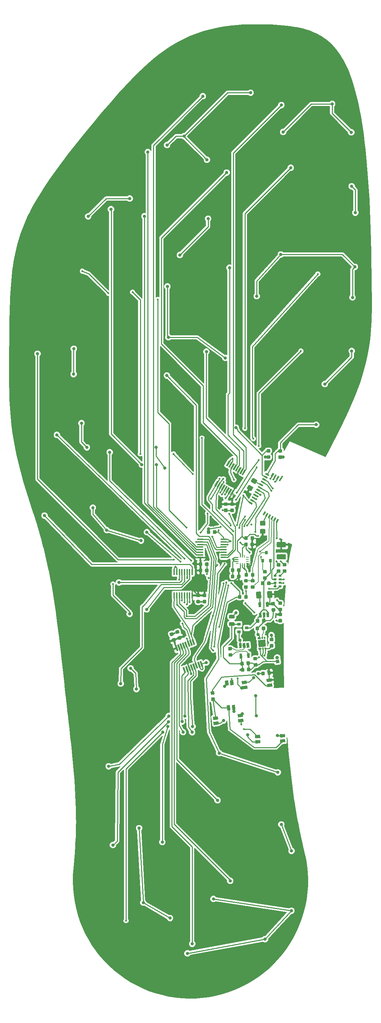
<source format=gbl>
G04 #@! TF.GenerationSoftware,KiCad,Pcbnew,(5.0.0)*
G04 #@! TF.CreationDate,2020-01-29T13:43:46+01:00*
G04 #@! TF.ProjectId,Insole_PCB,496E736F6C655F5043422E6B69636164,rev?*
G04 #@! TF.SameCoordinates,Original*
G04 #@! TF.FileFunction,Copper,L2,Bot,Signal*
G04 #@! TF.FilePolarity,Positive*
%FSLAX46Y46*%
G04 Gerber Fmt 4.6, Leading zero omitted, Abs format (unit mm)*
G04 Created by KiCad (PCBNEW (5.0.0)) date 01/29/20 13:43:46*
%MOMM*%
%LPD*%
G01*
G04 APERTURE LIST*
G04 #@! TA.AperFunction,ComponentPad*
%ADD10C,0.850000*%
G04 #@! TD*
G04 #@! TA.AperFunction,Conductor*
%ADD11C,0.850000*%
G04 #@! TD*
G04 #@! TA.AperFunction,Conductor*
%ADD12C,0.100000*%
G04 #@! TD*
G04 #@! TA.AperFunction,SMDPad,CuDef*
%ADD13R,0.675000X0.250000*%
G04 #@! TD*
G04 #@! TA.AperFunction,SMDPad,CuDef*
%ADD14R,0.250000X0.675000*%
G04 #@! TD*
G04 #@! TA.AperFunction,SMDPad,CuDef*
%ADD15C,0.875000*%
G04 #@! TD*
G04 #@! TA.AperFunction,SMDPad,CuDef*
%ADD16C,1.150000*%
G04 #@! TD*
G04 #@! TA.AperFunction,SMDPad,CuDef*
%ADD17C,0.450000*%
G04 #@! TD*
G04 #@! TA.AperFunction,SMDPad,CuDef*
%ADD18R,1.500000X0.450000*%
G04 #@! TD*
G04 #@! TA.AperFunction,SMDPad,CuDef*
%ADD19R,0.450000X1.500000*%
G04 #@! TD*
G04 #@! TA.AperFunction,SMDPad,CuDef*
%ADD20R,0.800000X0.900000*%
G04 #@! TD*
G04 #@! TA.AperFunction,SMDPad,CuDef*
%ADD21C,0.650000*%
G04 #@! TD*
G04 #@! TA.AperFunction,SMDPad,CuDef*
%ADD22C,0.410000*%
G04 #@! TD*
G04 #@! TA.AperFunction,SMDPad,CuDef*
%ADD23C,1.800000*%
G04 #@! TD*
G04 #@! TA.AperFunction,SMDPad,CuDef*
%ADD24C,0.500000*%
G04 #@! TD*
G04 #@! TA.AperFunction,SMDPad,CuDef*
%ADD25C,0.400000*%
G04 #@! TD*
G04 #@! TA.AperFunction,SMDPad,CuDef*
%ADD26C,0.800000*%
G04 #@! TD*
G04 #@! TA.AperFunction,SMDPad,CuDef*
%ADD27C,1.325000*%
G04 #@! TD*
G04 #@! TA.AperFunction,SMDPad,CuDef*
%ADD28C,1.250000*%
G04 #@! TD*
G04 #@! TA.AperFunction,SMDPad,CuDef*
%ADD29R,0.900000X0.800000*%
G04 #@! TD*
G04 #@! TA.AperFunction,SMDPad,CuDef*
%ADD30C,0.975000*%
G04 #@! TD*
G04 #@! TA.AperFunction,SMDPad,CuDef*
%ADD31R,0.800000X0.500000*%
G04 #@! TD*
G04 #@! TA.AperFunction,ViaPad*
%ADD32C,0.800000*%
G04 #@! TD*
G04 #@! TA.AperFunction,ViaPad*
%ADD33C,0.500000*%
G04 #@! TD*
G04 #@! TA.AperFunction,ViaPad*
%ADD34C,0.600000*%
G04 #@! TD*
G04 #@! TA.AperFunction,Conductor*
%ADD35C,0.250000*%
G04 #@! TD*
G04 #@! TA.AperFunction,Conductor*
%ADD36C,0.160000*%
G04 #@! TD*
G04 #@! TA.AperFunction,Conductor*
%ADD37C,0.200000*%
G04 #@! TD*
G04 APERTURE END LIST*
D10*
G04 #@! TO.P,J2,2*
G04 #@! TO.N,+BATT*
X191709697Y-185653143D03*
D11*
G04 #@! TD*
G04 #@! TO.N,+BATT*
G04 #@! TO.C,J2*
X191709697Y-185653143D02*
X191709697Y-185653143D01*
D10*
G04 #@! TO.P,J2,1*
G04 #@! TO.N,-BATT*
X191779453Y-186650707D03*
D12*
G04 #@! TD*
G04 #@! TO.N,-BATT*
G04 #@! TO.C,J2*
G36*
X191385135Y-187104318D02*
X191325842Y-186256389D01*
X192173771Y-186197096D01*
X192233064Y-187045025D01*
X191385135Y-187104318D01*
X191385135Y-187104318D01*
G37*
D13*
G04 #@! TO.P,U2,11*
G04 #@! TO.N,N/C*
X184151953Y-160250707D03*
G04 #@! TO.P,U2,10*
X184151953Y-160750707D03*
G04 #@! TO.P,U2,9*
X184151953Y-161250707D03*
G04 #@! TO.P,U2,8*
G04 #@! TO.N,+3V3*
X184151953Y-161750707D03*
G04 #@! TO.P,U2,4*
G04 #@! TO.N,N/C*
X181626953Y-161750707D03*
G04 #@! TO.P,U2,3*
G04 #@! TO.N,GND*
X181626953Y-161250707D03*
G04 #@! TO.P,U2,2*
X181626953Y-160750707D03*
G04 #@! TO.P,U2,1*
X181626953Y-160250707D03*
D14*
G04 #@! TO.P,U2,7*
X183389453Y-162013207D03*
G04 #@! TO.P,U2,6*
X182889453Y-162013207D03*
G04 #@! TO.P,U2,5*
G04 #@! TO.N,+3V3*
X182389453Y-162013207D03*
G04 #@! TO.P,U2,12*
G04 #@! TO.N,N/C*
X183389453Y-159988207D03*
G04 #@! TO.P,U2,14*
G04 #@! TO.N,/SDA*
X182389453Y-159988207D03*
G04 #@! TO.P,U2,13*
G04 #@! TO.N,/SCL*
X182889453Y-159988207D03*
G04 #@! TD*
D12*
G04 #@! TO.N,-BATT*
G04 #@! TO.C,C1*
G36*
X186512359Y-187033196D02*
X186533496Y-187036947D01*
X186554163Y-187042751D01*
X186574162Y-187050554D01*
X186593300Y-187060279D01*
X186611393Y-187071833D01*
X186628266Y-187085104D01*
X186643757Y-187099966D01*
X186657716Y-187116275D01*
X186670010Y-187133873D01*
X186680520Y-187152591D01*
X186689144Y-187172250D01*
X186695800Y-187192659D01*
X186700424Y-187213622D01*
X186702970Y-187234938D01*
X186733488Y-187671372D01*
X186733933Y-187692834D01*
X186732272Y-187714237D01*
X186728521Y-187735374D01*
X186722717Y-187756042D01*
X186714914Y-187776041D01*
X186705189Y-187795179D01*
X186693635Y-187813271D01*
X186680364Y-187830144D01*
X186665502Y-187845635D01*
X186649193Y-187859594D01*
X186631595Y-187871888D01*
X186612877Y-187882398D01*
X186593218Y-187891022D01*
X186572809Y-187897678D01*
X186551846Y-187902302D01*
X186530530Y-187904848D01*
X186019278Y-187940598D01*
X185997816Y-187941043D01*
X185976413Y-187939382D01*
X185955276Y-187935631D01*
X185934609Y-187929827D01*
X185914610Y-187922024D01*
X185895472Y-187912299D01*
X185877379Y-187900745D01*
X185860506Y-187887474D01*
X185845015Y-187872612D01*
X185831056Y-187856303D01*
X185818762Y-187838705D01*
X185808252Y-187819987D01*
X185799628Y-187800328D01*
X185792972Y-187779919D01*
X185788348Y-187758956D01*
X185785802Y-187737640D01*
X185755284Y-187301206D01*
X185754839Y-187279744D01*
X185756500Y-187258341D01*
X185760251Y-187237204D01*
X185766055Y-187216536D01*
X185773858Y-187196537D01*
X185783583Y-187177399D01*
X185795137Y-187159307D01*
X185808408Y-187142434D01*
X185823270Y-187126943D01*
X185839579Y-187112984D01*
X185857177Y-187100690D01*
X185875895Y-187090180D01*
X185895554Y-187081556D01*
X185915963Y-187074900D01*
X185936926Y-187070276D01*
X185958242Y-187067730D01*
X186469494Y-187031980D01*
X186490956Y-187031535D01*
X186512359Y-187033196D01*
X186512359Y-187033196D01*
G37*
D15*
G04 #@! TD*
G04 #@! TO.P,C1,2*
G04 #@! TO.N,-BATT*
X186244386Y-187486289D03*
D12*
G04 #@! TO.N,Net-(C1-Pad1)*
G04 #@! TO.C,C1*
G36*
X186402493Y-185462032D02*
X186423630Y-185465783D01*
X186444297Y-185471587D01*
X186464296Y-185479390D01*
X186483434Y-185489115D01*
X186501527Y-185500669D01*
X186518400Y-185513940D01*
X186533891Y-185528802D01*
X186547850Y-185545111D01*
X186560144Y-185562709D01*
X186570654Y-185581427D01*
X186579278Y-185601086D01*
X186585934Y-185621495D01*
X186590558Y-185642458D01*
X186593104Y-185663774D01*
X186623622Y-186100208D01*
X186624067Y-186121670D01*
X186622406Y-186143073D01*
X186618655Y-186164210D01*
X186612851Y-186184878D01*
X186605048Y-186204877D01*
X186595323Y-186224015D01*
X186583769Y-186242107D01*
X186570498Y-186258980D01*
X186555636Y-186274471D01*
X186539327Y-186288430D01*
X186521729Y-186300724D01*
X186503011Y-186311234D01*
X186483352Y-186319858D01*
X186462943Y-186326514D01*
X186441980Y-186331138D01*
X186420664Y-186333684D01*
X185909412Y-186369434D01*
X185887950Y-186369879D01*
X185866547Y-186368218D01*
X185845410Y-186364467D01*
X185824743Y-186358663D01*
X185804744Y-186350860D01*
X185785606Y-186341135D01*
X185767513Y-186329581D01*
X185750640Y-186316310D01*
X185735149Y-186301448D01*
X185721190Y-186285139D01*
X185708896Y-186267541D01*
X185698386Y-186248823D01*
X185689762Y-186229164D01*
X185683106Y-186208755D01*
X185678482Y-186187792D01*
X185675936Y-186166476D01*
X185645418Y-185730042D01*
X185644973Y-185708580D01*
X185646634Y-185687177D01*
X185650385Y-185666040D01*
X185656189Y-185645372D01*
X185663992Y-185625373D01*
X185673717Y-185606235D01*
X185685271Y-185588143D01*
X185698542Y-185571270D01*
X185713404Y-185555779D01*
X185729713Y-185541820D01*
X185747311Y-185529526D01*
X185766029Y-185519016D01*
X185785688Y-185510392D01*
X185806097Y-185503736D01*
X185827060Y-185499112D01*
X185848376Y-185496566D01*
X186359628Y-185460816D01*
X186381090Y-185460371D01*
X186402493Y-185462032D01*
X186402493Y-185462032D01*
G37*
D15*
G04 #@! TD*
G04 #@! TO.P,C1,1*
G04 #@! TO.N,Net-(C1-Pad1)*
X186134520Y-185915125D03*
D12*
G04 #@! TO.N,+3V3*
G04 #@! TO.C,C2*
G36*
X165705690Y-180680961D02*
X165726767Y-180685034D01*
X165747343Y-180691153D01*
X165767221Y-180699260D01*
X165786208Y-180709276D01*
X165804122Y-180721105D01*
X165820790Y-180734633D01*
X165836052Y-180749730D01*
X165849761Y-180766249D01*
X165861785Y-180784033D01*
X165872008Y-180802910D01*
X165880331Y-180822698D01*
X166029965Y-181233813D01*
X166036308Y-181254321D01*
X166040611Y-181275353D01*
X166042832Y-181296705D01*
X166042949Y-181318172D01*
X166040961Y-181339546D01*
X166036888Y-181360624D01*
X166030769Y-181381200D01*
X166022662Y-181401078D01*
X166012646Y-181420065D01*
X166000817Y-181437979D01*
X165987289Y-181454647D01*
X165972192Y-181469909D01*
X165955673Y-181483618D01*
X165937889Y-181495642D01*
X165919012Y-181505865D01*
X165899224Y-181514188D01*
X165417632Y-181689473D01*
X165397123Y-181695816D01*
X165376092Y-181700119D01*
X165354740Y-181702340D01*
X165333273Y-181702457D01*
X165311898Y-181700469D01*
X165290821Y-181696396D01*
X165270245Y-181690277D01*
X165250367Y-181682170D01*
X165231380Y-181672154D01*
X165213466Y-181660325D01*
X165196798Y-181646797D01*
X165181536Y-181631700D01*
X165167827Y-181615181D01*
X165155803Y-181597397D01*
X165145580Y-181578520D01*
X165137257Y-181558732D01*
X164987623Y-181147617D01*
X164981280Y-181127109D01*
X164976977Y-181106077D01*
X164974756Y-181084725D01*
X164974639Y-181063258D01*
X164976627Y-181041884D01*
X164980700Y-181020806D01*
X164986819Y-181000230D01*
X164994926Y-180980352D01*
X165004942Y-180961365D01*
X165016771Y-180943451D01*
X165030299Y-180926783D01*
X165045396Y-180911521D01*
X165061915Y-180897812D01*
X165079699Y-180885788D01*
X165098576Y-180875565D01*
X165118364Y-180867242D01*
X165599956Y-180691957D01*
X165620465Y-180685614D01*
X165641496Y-180681311D01*
X165662848Y-180679090D01*
X165684315Y-180678973D01*
X165705690Y-180680961D01*
X165705690Y-180680961D01*
G37*
D15*
G04 #@! TD*
G04 #@! TO.P,C2,2*
G04 #@! TO.N,+3V3*
X165508794Y-181190715D03*
D12*
G04 #@! TO.N,GND*
G04 #@! TO.C,C2*
G36*
X165167008Y-179200945D02*
X165188085Y-179205018D01*
X165208661Y-179211137D01*
X165228539Y-179219244D01*
X165247526Y-179229260D01*
X165265440Y-179241089D01*
X165282108Y-179254617D01*
X165297370Y-179269714D01*
X165311079Y-179286233D01*
X165323103Y-179304017D01*
X165333326Y-179322894D01*
X165341649Y-179342682D01*
X165491283Y-179753797D01*
X165497626Y-179774305D01*
X165501929Y-179795337D01*
X165504150Y-179816689D01*
X165504267Y-179838156D01*
X165502279Y-179859530D01*
X165498206Y-179880608D01*
X165492087Y-179901184D01*
X165483980Y-179921062D01*
X165473964Y-179940049D01*
X165462135Y-179957963D01*
X165448607Y-179974631D01*
X165433510Y-179989893D01*
X165416991Y-180003602D01*
X165399207Y-180015626D01*
X165380330Y-180025849D01*
X165360542Y-180034172D01*
X164878950Y-180209457D01*
X164858441Y-180215800D01*
X164837410Y-180220103D01*
X164816058Y-180222324D01*
X164794591Y-180222441D01*
X164773216Y-180220453D01*
X164752139Y-180216380D01*
X164731563Y-180210261D01*
X164711685Y-180202154D01*
X164692698Y-180192138D01*
X164674784Y-180180309D01*
X164658116Y-180166781D01*
X164642854Y-180151684D01*
X164629145Y-180135165D01*
X164617121Y-180117381D01*
X164606898Y-180098504D01*
X164598575Y-180078716D01*
X164448941Y-179667601D01*
X164442598Y-179647093D01*
X164438295Y-179626061D01*
X164436074Y-179604709D01*
X164435957Y-179583242D01*
X164437945Y-179561868D01*
X164442018Y-179540790D01*
X164448137Y-179520214D01*
X164456244Y-179500336D01*
X164466260Y-179481349D01*
X164478089Y-179463435D01*
X164491617Y-179446767D01*
X164506714Y-179431505D01*
X164523233Y-179417796D01*
X164541017Y-179405772D01*
X164559894Y-179395549D01*
X164579682Y-179387226D01*
X165061274Y-179211941D01*
X165081783Y-179205598D01*
X165102814Y-179201295D01*
X165124166Y-179199074D01*
X165145633Y-179198957D01*
X165167008Y-179200945D01*
X165167008Y-179200945D01*
G37*
D15*
G04 #@! TD*
G04 #@! TO.P,C2,1*
G04 #@! TO.N,GND*
X164970112Y-179710699D03*
D12*
G04 #@! TO.N,/+BATT_CUT*
G04 #@! TO.C,C3*
G36*
X186969460Y-175878089D02*
X186990528Y-175882208D01*
X187011091Y-175888372D01*
X187030951Y-175896522D01*
X187049916Y-175906580D01*
X187067805Y-175918448D01*
X187084443Y-175932012D01*
X187099672Y-175947142D01*
X187113345Y-175963691D01*
X187125330Y-175981502D01*
X187135512Y-176000401D01*
X187143791Y-176020207D01*
X187150090Y-176040729D01*
X187154347Y-176061770D01*
X187156521Y-176083127D01*
X187183343Y-176594924D01*
X187183413Y-176616391D01*
X187181379Y-176637761D01*
X187177260Y-176658829D01*
X187171096Y-176679392D01*
X187162946Y-176699252D01*
X187152888Y-176718217D01*
X187141020Y-176736106D01*
X187127456Y-176752744D01*
X187112326Y-176767973D01*
X187095776Y-176781646D01*
X187077966Y-176793631D01*
X187059067Y-176803813D01*
X187039261Y-176812093D01*
X187018739Y-176818391D01*
X186997698Y-176822648D01*
X186976342Y-176824822D01*
X186539442Y-176847719D01*
X186517975Y-176847789D01*
X186496604Y-176845755D01*
X186475536Y-176841636D01*
X186454973Y-176835472D01*
X186435113Y-176827322D01*
X186416148Y-176817264D01*
X186398259Y-176805396D01*
X186381621Y-176791832D01*
X186366392Y-176776702D01*
X186352719Y-176760153D01*
X186340734Y-176742342D01*
X186330552Y-176723443D01*
X186322273Y-176703637D01*
X186315974Y-176683115D01*
X186311717Y-176662074D01*
X186309543Y-176640717D01*
X186282721Y-176128920D01*
X186282651Y-176107453D01*
X186284685Y-176086083D01*
X186288804Y-176065015D01*
X186294968Y-176044452D01*
X186303118Y-176024592D01*
X186313176Y-176005627D01*
X186325044Y-175987738D01*
X186338608Y-175971100D01*
X186353738Y-175955871D01*
X186370288Y-175942198D01*
X186388098Y-175930213D01*
X186406997Y-175920031D01*
X186426803Y-175911751D01*
X186447325Y-175905453D01*
X186468366Y-175901196D01*
X186489722Y-175899022D01*
X186926622Y-175876125D01*
X186948089Y-175876055D01*
X186969460Y-175878089D01*
X186969460Y-175878089D01*
G37*
D15*
G04 #@! TD*
G04 #@! TO.P,C3,2*
G04 #@! TO.N,/+BATT_CUT*
X186733032Y-176361922D03*
D12*
G04 #@! TO.N,GND*
G04 #@! TO.C,C3*
G36*
X188542302Y-175795659D02*
X188563370Y-175799778D01*
X188583933Y-175805942D01*
X188603793Y-175814092D01*
X188622758Y-175824150D01*
X188640647Y-175836018D01*
X188657285Y-175849582D01*
X188672514Y-175864712D01*
X188686187Y-175881261D01*
X188698172Y-175899072D01*
X188708354Y-175917971D01*
X188716633Y-175937777D01*
X188722932Y-175958299D01*
X188727189Y-175979340D01*
X188729363Y-176000697D01*
X188756185Y-176512494D01*
X188756255Y-176533961D01*
X188754221Y-176555331D01*
X188750102Y-176576399D01*
X188743938Y-176596962D01*
X188735788Y-176616822D01*
X188725730Y-176635787D01*
X188713862Y-176653676D01*
X188700298Y-176670314D01*
X188685168Y-176685543D01*
X188668618Y-176699216D01*
X188650808Y-176711201D01*
X188631909Y-176721383D01*
X188612103Y-176729663D01*
X188591581Y-176735961D01*
X188570540Y-176740218D01*
X188549184Y-176742392D01*
X188112284Y-176765289D01*
X188090817Y-176765359D01*
X188069446Y-176763325D01*
X188048378Y-176759206D01*
X188027815Y-176753042D01*
X188007955Y-176744892D01*
X187988990Y-176734834D01*
X187971101Y-176722966D01*
X187954463Y-176709402D01*
X187939234Y-176694272D01*
X187925561Y-176677723D01*
X187913576Y-176659912D01*
X187903394Y-176641013D01*
X187895115Y-176621207D01*
X187888816Y-176600685D01*
X187884559Y-176579644D01*
X187882385Y-176558287D01*
X187855563Y-176046490D01*
X187855493Y-176025023D01*
X187857527Y-176003653D01*
X187861646Y-175982585D01*
X187867810Y-175962022D01*
X187875960Y-175942162D01*
X187886018Y-175923197D01*
X187897886Y-175905308D01*
X187911450Y-175888670D01*
X187926580Y-175873441D01*
X187943130Y-175859768D01*
X187960940Y-175847783D01*
X187979839Y-175837601D01*
X187999645Y-175829321D01*
X188020167Y-175823023D01*
X188041208Y-175818766D01*
X188062564Y-175816592D01*
X188499464Y-175793695D01*
X188520931Y-175793625D01*
X188542302Y-175795659D01*
X188542302Y-175795659D01*
G37*
D15*
G04 #@! TD*
G04 #@! TO.P,C3,1*
G04 #@! TO.N,GND*
X188305874Y-176279492D03*
D12*
G04 #@! TO.N,GND*
G04 #@! TO.C,C4*
G36*
X191024359Y-173121196D02*
X191045496Y-173124947D01*
X191066163Y-173130751D01*
X191086162Y-173138554D01*
X191105300Y-173148279D01*
X191123393Y-173159833D01*
X191140266Y-173173104D01*
X191155757Y-173187966D01*
X191169716Y-173204275D01*
X191182010Y-173221873D01*
X191192520Y-173240591D01*
X191201144Y-173260250D01*
X191207800Y-173280659D01*
X191212424Y-173301622D01*
X191214970Y-173322938D01*
X191245488Y-173759372D01*
X191245933Y-173780834D01*
X191244272Y-173802237D01*
X191240521Y-173823374D01*
X191234717Y-173844042D01*
X191226914Y-173864041D01*
X191217189Y-173883179D01*
X191205635Y-173901271D01*
X191192364Y-173918144D01*
X191177502Y-173933635D01*
X191161193Y-173947594D01*
X191143595Y-173959888D01*
X191124877Y-173970398D01*
X191105218Y-173979022D01*
X191084809Y-173985678D01*
X191063846Y-173990302D01*
X191042530Y-173992848D01*
X190531278Y-174028598D01*
X190509816Y-174029043D01*
X190488413Y-174027382D01*
X190467276Y-174023631D01*
X190446609Y-174017827D01*
X190426610Y-174010024D01*
X190407472Y-174000299D01*
X190389379Y-173988745D01*
X190372506Y-173975474D01*
X190357015Y-173960612D01*
X190343056Y-173944303D01*
X190330762Y-173926705D01*
X190320252Y-173907987D01*
X190311628Y-173888328D01*
X190304972Y-173867919D01*
X190300348Y-173846956D01*
X190297802Y-173825640D01*
X190267284Y-173389206D01*
X190266839Y-173367744D01*
X190268500Y-173346341D01*
X190272251Y-173325204D01*
X190278055Y-173304536D01*
X190285858Y-173284537D01*
X190295583Y-173265399D01*
X190307137Y-173247307D01*
X190320408Y-173230434D01*
X190335270Y-173214943D01*
X190351579Y-173200984D01*
X190369177Y-173188690D01*
X190387895Y-173178180D01*
X190407554Y-173169556D01*
X190427963Y-173162900D01*
X190448926Y-173158276D01*
X190470242Y-173155730D01*
X190981494Y-173119980D01*
X191002956Y-173119535D01*
X191024359Y-173121196D01*
X191024359Y-173121196D01*
G37*
D15*
G04 #@! TD*
G04 #@! TO.P,C4,2*
G04 #@! TO.N,GND*
X190756386Y-173574289D03*
D12*
G04 #@! TO.N,+3V3*
G04 #@! TO.C,C4*
G36*
X190914493Y-171550032D02*
X190935630Y-171553783D01*
X190956297Y-171559587D01*
X190976296Y-171567390D01*
X190995434Y-171577115D01*
X191013527Y-171588669D01*
X191030400Y-171601940D01*
X191045891Y-171616802D01*
X191059850Y-171633111D01*
X191072144Y-171650709D01*
X191082654Y-171669427D01*
X191091278Y-171689086D01*
X191097934Y-171709495D01*
X191102558Y-171730458D01*
X191105104Y-171751774D01*
X191135622Y-172188208D01*
X191136067Y-172209670D01*
X191134406Y-172231073D01*
X191130655Y-172252210D01*
X191124851Y-172272878D01*
X191117048Y-172292877D01*
X191107323Y-172312015D01*
X191095769Y-172330107D01*
X191082498Y-172346980D01*
X191067636Y-172362471D01*
X191051327Y-172376430D01*
X191033729Y-172388724D01*
X191015011Y-172399234D01*
X190995352Y-172407858D01*
X190974943Y-172414514D01*
X190953980Y-172419138D01*
X190932664Y-172421684D01*
X190421412Y-172457434D01*
X190399950Y-172457879D01*
X190378547Y-172456218D01*
X190357410Y-172452467D01*
X190336743Y-172446663D01*
X190316744Y-172438860D01*
X190297606Y-172429135D01*
X190279513Y-172417581D01*
X190262640Y-172404310D01*
X190247149Y-172389448D01*
X190233190Y-172373139D01*
X190220896Y-172355541D01*
X190210386Y-172336823D01*
X190201762Y-172317164D01*
X190195106Y-172296755D01*
X190190482Y-172275792D01*
X190187936Y-172254476D01*
X190157418Y-171818042D01*
X190156973Y-171796580D01*
X190158634Y-171775177D01*
X190162385Y-171754040D01*
X190168189Y-171733372D01*
X190175992Y-171713373D01*
X190185717Y-171694235D01*
X190197271Y-171676143D01*
X190210542Y-171659270D01*
X190225404Y-171643779D01*
X190241713Y-171629820D01*
X190259311Y-171617526D01*
X190278029Y-171607016D01*
X190297688Y-171598392D01*
X190318097Y-171591736D01*
X190339060Y-171587112D01*
X190360376Y-171584566D01*
X190871628Y-171548816D01*
X190893090Y-171548371D01*
X190914493Y-171550032D01*
X190914493Y-171550032D01*
G37*
D15*
G04 #@! TD*
G04 #@! TO.P,C4,1*
G04 #@! TO.N,+3V3*
X190646520Y-172003125D03*
D12*
G04 #@! TO.N,+3V3*
G04 #@! TO.C,C5*
G36*
X167155690Y-180130961D02*
X167176767Y-180135034D01*
X167197343Y-180141153D01*
X167217221Y-180149260D01*
X167236208Y-180159276D01*
X167254122Y-180171105D01*
X167270790Y-180184633D01*
X167286052Y-180199730D01*
X167299761Y-180216249D01*
X167311785Y-180234033D01*
X167322008Y-180252910D01*
X167330331Y-180272698D01*
X167479965Y-180683813D01*
X167486308Y-180704321D01*
X167490611Y-180725353D01*
X167492832Y-180746705D01*
X167492949Y-180768172D01*
X167490961Y-180789546D01*
X167486888Y-180810624D01*
X167480769Y-180831200D01*
X167472662Y-180851078D01*
X167462646Y-180870065D01*
X167450817Y-180887979D01*
X167437289Y-180904647D01*
X167422192Y-180919909D01*
X167405673Y-180933618D01*
X167387889Y-180945642D01*
X167369012Y-180955865D01*
X167349224Y-180964188D01*
X166867632Y-181139473D01*
X166847123Y-181145816D01*
X166826092Y-181150119D01*
X166804740Y-181152340D01*
X166783273Y-181152457D01*
X166761898Y-181150469D01*
X166740821Y-181146396D01*
X166720245Y-181140277D01*
X166700367Y-181132170D01*
X166681380Y-181122154D01*
X166663466Y-181110325D01*
X166646798Y-181096797D01*
X166631536Y-181081700D01*
X166617827Y-181065181D01*
X166605803Y-181047397D01*
X166595580Y-181028520D01*
X166587257Y-181008732D01*
X166437623Y-180597617D01*
X166431280Y-180577109D01*
X166426977Y-180556077D01*
X166424756Y-180534725D01*
X166424639Y-180513258D01*
X166426627Y-180491884D01*
X166430700Y-180470806D01*
X166436819Y-180450230D01*
X166444926Y-180430352D01*
X166454942Y-180411365D01*
X166466771Y-180393451D01*
X166480299Y-180376783D01*
X166495396Y-180361521D01*
X166511915Y-180347812D01*
X166529699Y-180335788D01*
X166548576Y-180325565D01*
X166568364Y-180317242D01*
X167049956Y-180141957D01*
X167070465Y-180135614D01*
X167091496Y-180131311D01*
X167112848Y-180129090D01*
X167134315Y-180128973D01*
X167155690Y-180130961D01*
X167155690Y-180130961D01*
G37*
D15*
G04 #@! TD*
G04 #@! TO.P,C5,2*
G04 #@! TO.N,+3V3*
X166958794Y-180640715D03*
D12*
G04 #@! TO.N,GND*
G04 #@! TO.C,C5*
G36*
X166617008Y-178650945D02*
X166638085Y-178655018D01*
X166658661Y-178661137D01*
X166678539Y-178669244D01*
X166697526Y-178679260D01*
X166715440Y-178691089D01*
X166732108Y-178704617D01*
X166747370Y-178719714D01*
X166761079Y-178736233D01*
X166773103Y-178754017D01*
X166783326Y-178772894D01*
X166791649Y-178792682D01*
X166941283Y-179203797D01*
X166947626Y-179224305D01*
X166951929Y-179245337D01*
X166954150Y-179266689D01*
X166954267Y-179288156D01*
X166952279Y-179309530D01*
X166948206Y-179330608D01*
X166942087Y-179351184D01*
X166933980Y-179371062D01*
X166923964Y-179390049D01*
X166912135Y-179407963D01*
X166898607Y-179424631D01*
X166883510Y-179439893D01*
X166866991Y-179453602D01*
X166849207Y-179465626D01*
X166830330Y-179475849D01*
X166810542Y-179484172D01*
X166328950Y-179659457D01*
X166308441Y-179665800D01*
X166287410Y-179670103D01*
X166266058Y-179672324D01*
X166244591Y-179672441D01*
X166223216Y-179670453D01*
X166202139Y-179666380D01*
X166181563Y-179660261D01*
X166161685Y-179652154D01*
X166142698Y-179642138D01*
X166124784Y-179630309D01*
X166108116Y-179616781D01*
X166092854Y-179601684D01*
X166079145Y-179585165D01*
X166067121Y-179567381D01*
X166056898Y-179548504D01*
X166048575Y-179528716D01*
X165898941Y-179117601D01*
X165892598Y-179097093D01*
X165888295Y-179076061D01*
X165886074Y-179054709D01*
X165885957Y-179033242D01*
X165887945Y-179011868D01*
X165892018Y-178990790D01*
X165898137Y-178970214D01*
X165906244Y-178950336D01*
X165916260Y-178931349D01*
X165928089Y-178913435D01*
X165941617Y-178896767D01*
X165956714Y-178881505D01*
X165973233Y-178867796D01*
X165991017Y-178855772D01*
X166009894Y-178845549D01*
X166029682Y-178837226D01*
X166511274Y-178661941D01*
X166531783Y-178655598D01*
X166552814Y-178651295D01*
X166574166Y-178649074D01*
X166595633Y-178648957D01*
X166617008Y-178650945D01*
X166617008Y-178650945D01*
G37*
D15*
G04 #@! TD*
G04 #@! TO.P,C5,1*
G04 #@! TO.N,GND*
X166420112Y-179160699D03*
D12*
G04 #@! TO.N,+3V3*
G04 #@! TO.C,C6*
G36*
X173567144Y-169464260D02*
X173588379Y-169467410D01*
X173609203Y-169472626D01*
X173629415Y-169479858D01*
X173648821Y-169489037D01*
X173667234Y-169500073D01*
X173684477Y-169512861D01*
X173700383Y-169527277D01*
X173714799Y-169543183D01*
X173727587Y-169560426D01*
X173738623Y-169578839D01*
X173747802Y-169598245D01*
X173755034Y-169618457D01*
X173760250Y-169639281D01*
X173763400Y-169660516D01*
X173764453Y-169681957D01*
X173764453Y-170119457D01*
X173763400Y-170140898D01*
X173760250Y-170162133D01*
X173755034Y-170182957D01*
X173747802Y-170203169D01*
X173738623Y-170222575D01*
X173727587Y-170240988D01*
X173714799Y-170258231D01*
X173700383Y-170274137D01*
X173684477Y-170288553D01*
X173667234Y-170301341D01*
X173648821Y-170312377D01*
X173629415Y-170321556D01*
X173609203Y-170328788D01*
X173588379Y-170334004D01*
X173567144Y-170337154D01*
X173545703Y-170338207D01*
X173033203Y-170338207D01*
X173011762Y-170337154D01*
X172990527Y-170334004D01*
X172969703Y-170328788D01*
X172949491Y-170321556D01*
X172930085Y-170312377D01*
X172911672Y-170301341D01*
X172894429Y-170288553D01*
X172878523Y-170274137D01*
X172864107Y-170258231D01*
X172851319Y-170240988D01*
X172840283Y-170222575D01*
X172831104Y-170203169D01*
X172823872Y-170182957D01*
X172818656Y-170162133D01*
X172815506Y-170140898D01*
X172814453Y-170119457D01*
X172814453Y-169681957D01*
X172815506Y-169660516D01*
X172818656Y-169639281D01*
X172823872Y-169618457D01*
X172831104Y-169598245D01*
X172840283Y-169578839D01*
X172851319Y-169560426D01*
X172864107Y-169543183D01*
X172878523Y-169527277D01*
X172894429Y-169512861D01*
X172911672Y-169500073D01*
X172930085Y-169489037D01*
X172949491Y-169479858D01*
X172969703Y-169472626D01*
X172990527Y-169467410D01*
X173011762Y-169464260D01*
X173033203Y-169463207D01*
X173545703Y-169463207D01*
X173567144Y-169464260D01*
X173567144Y-169464260D01*
G37*
D15*
G04 #@! TD*
G04 #@! TO.P,C6,2*
G04 #@! TO.N,+3V3*
X173289453Y-169900707D03*
D12*
G04 #@! TO.N,GND*
G04 #@! TO.C,C6*
G36*
X173567144Y-171039260D02*
X173588379Y-171042410D01*
X173609203Y-171047626D01*
X173629415Y-171054858D01*
X173648821Y-171064037D01*
X173667234Y-171075073D01*
X173684477Y-171087861D01*
X173700383Y-171102277D01*
X173714799Y-171118183D01*
X173727587Y-171135426D01*
X173738623Y-171153839D01*
X173747802Y-171173245D01*
X173755034Y-171193457D01*
X173760250Y-171214281D01*
X173763400Y-171235516D01*
X173764453Y-171256957D01*
X173764453Y-171694457D01*
X173763400Y-171715898D01*
X173760250Y-171737133D01*
X173755034Y-171757957D01*
X173747802Y-171778169D01*
X173738623Y-171797575D01*
X173727587Y-171815988D01*
X173714799Y-171833231D01*
X173700383Y-171849137D01*
X173684477Y-171863553D01*
X173667234Y-171876341D01*
X173648821Y-171887377D01*
X173629415Y-171896556D01*
X173609203Y-171903788D01*
X173588379Y-171909004D01*
X173567144Y-171912154D01*
X173545703Y-171913207D01*
X173033203Y-171913207D01*
X173011762Y-171912154D01*
X172990527Y-171909004D01*
X172969703Y-171903788D01*
X172949491Y-171896556D01*
X172930085Y-171887377D01*
X172911672Y-171876341D01*
X172894429Y-171863553D01*
X172878523Y-171849137D01*
X172864107Y-171833231D01*
X172851319Y-171815988D01*
X172840283Y-171797575D01*
X172831104Y-171778169D01*
X172823872Y-171757957D01*
X172818656Y-171737133D01*
X172815506Y-171715898D01*
X172814453Y-171694457D01*
X172814453Y-171256957D01*
X172815506Y-171235516D01*
X172818656Y-171214281D01*
X172823872Y-171193457D01*
X172831104Y-171173245D01*
X172840283Y-171153839D01*
X172851319Y-171135426D01*
X172864107Y-171118183D01*
X172878523Y-171102277D01*
X172894429Y-171087861D01*
X172911672Y-171075073D01*
X172930085Y-171064037D01*
X172949491Y-171054858D01*
X172969703Y-171047626D01*
X172990527Y-171042410D01*
X173011762Y-171039260D01*
X173033203Y-171038207D01*
X173545703Y-171038207D01*
X173567144Y-171039260D01*
X173567144Y-171039260D01*
G37*
D15*
G04 #@! TD*
G04 #@! TO.P,C6,1*
G04 #@! TO.N,GND*
X173289453Y-171475707D03*
D12*
G04 #@! TO.N,+3V3*
G04 #@! TO.C,C7*
G36*
X171967144Y-169476760D02*
X171988379Y-169479910D01*
X172009203Y-169485126D01*
X172029415Y-169492358D01*
X172048821Y-169501537D01*
X172067234Y-169512573D01*
X172084477Y-169525361D01*
X172100383Y-169539777D01*
X172114799Y-169555683D01*
X172127587Y-169572926D01*
X172138623Y-169591339D01*
X172147802Y-169610745D01*
X172155034Y-169630957D01*
X172160250Y-169651781D01*
X172163400Y-169673016D01*
X172164453Y-169694457D01*
X172164453Y-170131957D01*
X172163400Y-170153398D01*
X172160250Y-170174633D01*
X172155034Y-170195457D01*
X172147802Y-170215669D01*
X172138623Y-170235075D01*
X172127587Y-170253488D01*
X172114799Y-170270731D01*
X172100383Y-170286637D01*
X172084477Y-170301053D01*
X172067234Y-170313841D01*
X172048821Y-170324877D01*
X172029415Y-170334056D01*
X172009203Y-170341288D01*
X171988379Y-170346504D01*
X171967144Y-170349654D01*
X171945703Y-170350707D01*
X171433203Y-170350707D01*
X171411762Y-170349654D01*
X171390527Y-170346504D01*
X171369703Y-170341288D01*
X171349491Y-170334056D01*
X171330085Y-170324877D01*
X171311672Y-170313841D01*
X171294429Y-170301053D01*
X171278523Y-170286637D01*
X171264107Y-170270731D01*
X171251319Y-170253488D01*
X171240283Y-170235075D01*
X171231104Y-170215669D01*
X171223872Y-170195457D01*
X171218656Y-170174633D01*
X171215506Y-170153398D01*
X171214453Y-170131957D01*
X171214453Y-169694457D01*
X171215506Y-169673016D01*
X171218656Y-169651781D01*
X171223872Y-169630957D01*
X171231104Y-169610745D01*
X171240283Y-169591339D01*
X171251319Y-169572926D01*
X171264107Y-169555683D01*
X171278523Y-169539777D01*
X171294429Y-169525361D01*
X171311672Y-169512573D01*
X171330085Y-169501537D01*
X171349491Y-169492358D01*
X171369703Y-169485126D01*
X171390527Y-169479910D01*
X171411762Y-169476760D01*
X171433203Y-169475707D01*
X171945703Y-169475707D01*
X171967144Y-169476760D01*
X171967144Y-169476760D01*
G37*
D15*
G04 #@! TD*
G04 #@! TO.P,C7,2*
G04 #@! TO.N,+3V3*
X171689453Y-169913207D03*
D12*
G04 #@! TO.N,GND*
G04 #@! TO.C,C7*
G36*
X171967144Y-171051760D02*
X171988379Y-171054910D01*
X172009203Y-171060126D01*
X172029415Y-171067358D01*
X172048821Y-171076537D01*
X172067234Y-171087573D01*
X172084477Y-171100361D01*
X172100383Y-171114777D01*
X172114799Y-171130683D01*
X172127587Y-171147926D01*
X172138623Y-171166339D01*
X172147802Y-171185745D01*
X172155034Y-171205957D01*
X172160250Y-171226781D01*
X172163400Y-171248016D01*
X172164453Y-171269457D01*
X172164453Y-171706957D01*
X172163400Y-171728398D01*
X172160250Y-171749633D01*
X172155034Y-171770457D01*
X172147802Y-171790669D01*
X172138623Y-171810075D01*
X172127587Y-171828488D01*
X172114799Y-171845731D01*
X172100383Y-171861637D01*
X172084477Y-171876053D01*
X172067234Y-171888841D01*
X172048821Y-171899877D01*
X172029415Y-171909056D01*
X172009203Y-171916288D01*
X171988379Y-171921504D01*
X171967144Y-171924654D01*
X171945703Y-171925707D01*
X171433203Y-171925707D01*
X171411762Y-171924654D01*
X171390527Y-171921504D01*
X171369703Y-171916288D01*
X171349491Y-171909056D01*
X171330085Y-171899877D01*
X171311672Y-171888841D01*
X171294429Y-171876053D01*
X171278523Y-171861637D01*
X171264107Y-171845731D01*
X171251319Y-171828488D01*
X171240283Y-171810075D01*
X171231104Y-171790669D01*
X171223872Y-171770457D01*
X171218656Y-171749633D01*
X171215506Y-171728398D01*
X171214453Y-171706957D01*
X171214453Y-171269457D01*
X171215506Y-171248016D01*
X171218656Y-171226781D01*
X171223872Y-171205957D01*
X171231104Y-171185745D01*
X171240283Y-171166339D01*
X171251319Y-171147926D01*
X171264107Y-171130683D01*
X171278523Y-171114777D01*
X171294429Y-171100361D01*
X171311672Y-171087573D01*
X171330085Y-171076537D01*
X171349491Y-171067358D01*
X171369703Y-171060126D01*
X171390527Y-171054910D01*
X171411762Y-171051760D01*
X171433203Y-171050707D01*
X171945703Y-171050707D01*
X171967144Y-171051760D01*
X171967144Y-171051760D01*
G37*
D15*
G04 #@! TD*
G04 #@! TO.P,C7,1*
G04 #@! TO.N,GND*
X171689453Y-171488207D03*
D12*
G04 #@! TO.N,+3V3*
G04 #@! TO.C,C8*
G36*
X172529644Y-163126760D02*
X172550879Y-163129910D01*
X172571703Y-163135126D01*
X172591915Y-163142358D01*
X172611321Y-163151537D01*
X172629734Y-163162573D01*
X172646977Y-163175361D01*
X172662883Y-163189777D01*
X172677299Y-163205683D01*
X172690087Y-163222926D01*
X172701123Y-163241339D01*
X172710302Y-163260745D01*
X172717534Y-163280957D01*
X172722750Y-163301781D01*
X172725900Y-163323016D01*
X172726953Y-163344457D01*
X172726953Y-163856957D01*
X172725900Y-163878398D01*
X172722750Y-163899633D01*
X172717534Y-163920457D01*
X172710302Y-163940669D01*
X172701123Y-163960075D01*
X172690087Y-163978488D01*
X172677299Y-163995731D01*
X172662883Y-164011637D01*
X172646977Y-164026053D01*
X172629734Y-164038841D01*
X172611321Y-164049877D01*
X172591915Y-164059056D01*
X172571703Y-164066288D01*
X172550879Y-164071504D01*
X172529644Y-164074654D01*
X172508203Y-164075707D01*
X172070703Y-164075707D01*
X172049262Y-164074654D01*
X172028027Y-164071504D01*
X172007203Y-164066288D01*
X171986991Y-164059056D01*
X171967585Y-164049877D01*
X171949172Y-164038841D01*
X171931929Y-164026053D01*
X171916023Y-164011637D01*
X171901607Y-163995731D01*
X171888819Y-163978488D01*
X171877783Y-163960075D01*
X171868604Y-163940669D01*
X171861372Y-163920457D01*
X171856156Y-163899633D01*
X171853006Y-163878398D01*
X171851953Y-163856957D01*
X171851953Y-163344457D01*
X171853006Y-163323016D01*
X171856156Y-163301781D01*
X171861372Y-163280957D01*
X171868604Y-163260745D01*
X171877783Y-163241339D01*
X171888819Y-163222926D01*
X171901607Y-163205683D01*
X171916023Y-163189777D01*
X171931929Y-163175361D01*
X171949172Y-163162573D01*
X171967585Y-163151537D01*
X171986991Y-163142358D01*
X172007203Y-163135126D01*
X172028027Y-163129910D01*
X172049262Y-163126760D01*
X172070703Y-163125707D01*
X172508203Y-163125707D01*
X172529644Y-163126760D01*
X172529644Y-163126760D01*
G37*
D15*
G04 #@! TD*
G04 #@! TO.P,C8,2*
G04 #@! TO.N,+3V3*
X172289453Y-163600707D03*
D12*
G04 #@! TO.N,GND*
G04 #@! TO.C,C8*
G36*
X174104644Y-163126760D02*
X174125879Y-163129910D01*
X174146703Y-163135126D01*
X174166915Y-163142358D01*
X174186321Y-163151537D01*
X174204734Y-163162573D01*
X174221977Y-163175361D01*
X174237883Y-163189777D01*
X174252299Y-163205683D01*
X174265087Y-163222926D01*
X174276123Y-163241339D01*
X174285302Y-163260745D01*
X174292534Y-163280957D01*
X174297750Y-163301781D01*
X174300900Y-163323016D01*
X174301953Y-163344457D01*
X174301953Y-163856957D01*
X174300900Y-163878398D01*
X174297750Y-163899633D01*
X174292534Y-163920457D01*
X174285302Y-163940669D01*
X174276123Y-163960075D01*
X174265087Y-163978488D01*
X174252299Y-163995731D01*
X174237883Y-164011637D01*
X174221977Y-164026053D01*
X174204734Y-164038841D01*
X174186321Y-164049877D01*
X174166915Y-164059056D01*
X174146703Y-164066288D01*
X174125879Y-164071504D01*
X174104644Y-164074654D01*
X174083203Y-164075707D01*
X173645703Y-164075707D01*
X173624262Y-164074654D01*
X173603027Y-164071504D01*
X173582203Y-164066288D01*
X173561991Y-164059056D01*
X173542585Y-164049877D01*
X173524172Y-164038841D01*
X173506929Y-164026053D01*
X173491023Y-164011637D01*
X173476607Y-163995731D01*
X173463819Y-163978488D01*
X173452783Y-163960075D01*
X173443604Y-163940669D01*
X173436372Y-163920457D01*
X173431156Y-163899633D01*
X173428006Y-163878398D01*
X173426953Y-163856957D01*
X173426953Y-163344457D01*
X173428006Y-163323016D01*
X173431156Y-163301781D01*
X173436372Y-163280957D01*
X173443604Y-163260745D01*
X173452783Y-163241339D01*
X173463819Y-163222926D01*
X173476607Y-163205683D01*
X173491023Y-163189777D01*
X173506929Y-163175361D01*
X173524172Y-163162573D01*
X173542585Y-163151537D01*
X173561991Y-163142358D01*
X173582203Y-163135126D01*
X173603027Y-163129910D01*
X173624262Y-163126760D01*
X173645703Y-163125707D01*
X174083203Y-163125707D01*
X174104644Y-163126760D01*
X174104644Y-163126760D01*
G37*
D15*
G04 #@! TD*
G04 #@! TO.P,C8,1*
G04 #@! TO.N,GND*
X173864453Y-163600707D03*
D12*
G04 #@! TO.N,+3V3*
G04 #@! TO.C,C9*
G36*
X172529644Y-161526760D02*
X172550879Y-161529910D01*
X172571703Y-161535126D01*
X172591915Y-161542358D01*
X172611321Y-161551537D01*
X172629734Y-161562573D01*
X172646977Y-161575361D01*
X172662883Y-161589777D01*
X172677299Y-161605683D01*
X172690087Y-161622926D01*
X172701123Y-161641339D01*
X172710302Y-161660745D01*
X172717534Y-161680957D01*
X172722750Y-161701781D01*
X172725900Y-161723016D01*
X172726953Y-161744457D01*
X172726953Y-162256957D01*
X172725900Y-162278398D01*
X172722750Y-162299633D01*
X172717534Y-162320457D01*
X172710302Y-162340669D01*
X172701123Y-162360075D01*
X172690087Y-162378488D01*
X172677299Y-162395731D01*
X172662883Y-162411637D01*
X172646977Y-162426053D01*
X172629734Y-162438841D01*
X172611321Y-162449877D01*
X172591915Y-162459056D01*
X172571703Y-162466288D01*
X172550879Y-162471504D01*
X172529644Y-162474654D01*
X172508203Y-162475707D01*
X172070703Y-162475707D01*
X172049262Y-162474654D01*
X172028027Y-162471504D01*
X172007203Y-162466288D01*
X171986991Y-162459056D01*
X171967585Y-162449877D01*
X171949172Y-162438841D01*
X171931929Y-162426053D01*
X171916023Y-162411637D01*
X171901607Y-162395731D01*
X171888819Y-162378488D01*
X171877783Y-162360075D01*
X171868604Y-162340669D01*
X171861372Y-162320457D01*
X171856156Y-162299633D01*
X171853006Y-162278398D01*
X171851953Y-162256957D01*
X171851953Y-161744457D01*
X171853006Y-161723016D01*
X171856156Y-161701781D01*
X171861372Y-161680957D01*
X171868604Y-161660745D01*
X171877783Y-161641339D01*
X171888819Y-161622926D01*
X171901607Y-161605683D01*
X171916023Y-161589777D01*
X171931929Y-161575361D01*
X171949172Y-161562573D01*
X171967585Y-161551537D01*
X171986991Y-161542358D01*
X172007203Y-161535126D01*
X172028027Y-161529910D01*
X172049262Y-161526760D01*
X172070703Y-161525707D01*
X172508203Y-161525707D01*
X172529644Y-161526760D01*
X172529644Y-161526760D01*
G37*
D15*
G04 #@! TD*
G04 #@! TO.P,C9,2*
G04 #@! TO.N,+3V3*
X172289453Y-162000707D03*
D12*
G04 #@! TO.N,GND*
G04 #@! TO.C,C9*
G36*
X174104644Y-161526760D02*
X174125879Y-161529910D01*
X174146703Y-161535126D01*
X174166915Y-161542358D01*
X174186321Y-161551537D01*
X174204734Y-161562573D01*
X174221977Y-161575361D01*
X174237883Y-161589777D01*
X174252299Y-161605683D01*
X174265087Y-161622926D01*
X174276123Y-161641339D01*
X174285302Y-161660745D01*
X174292534Y-161680957D01*
X174297750Y-161701781D01*
X174300900Y-161723016D01*
X174301953Y-161744457D01*
X174301953Y-162256957D01*
X174300900Y-162278398D01*
X174297750Y-162299633D01*
X174292534Y-162320457D01*
X174285302Y-162340669D01*
X174276123Y-162360075D01*
X174265087Y-162378488D01*
X174252299Y-162395731D01*
X174237883Y-162411637D01*
X174221977Y-162426053D01*
X174204734Y-162438841D01*
X174186321Y-162449877D01*
X174166915Y-162459056D01*
X174146703Y-162466288D01*
X174125879Y-162471504D01*
X174104644Y-162474654D01*
X174083203Y-162475707D01*
X173645703Y-162475707D01*
X173624262Y-162474654D01*
X173603027Y-162471504D01*
X173582203Y-162466288D01*
X173561991Y-162459056D01*
X173542585Y-162449877D01*
X173524172Y-162438841D01*
X173506929Y-162426053D01*
X173491023Y-162411637D01*
X173476607Y-162395731D01*
X173463819Y-162378488D01*
X173452783Y-162360075D01*
X173443604Y-162340669D01*
X173436372Y-162320457D01*
X173431156Y-162299633D01*
X173428006Y-162278398D01*
X173426953Y-162256957D01*
X173426953Y-161744457D01*
X173428006Y-161723016D01*
X173431156Y-161701781D01*
X173436372Y-161680957D01*
X173443604Y-161660745D01*
X173452783Y-161641339D01*
X173463819Y-161622926D01*
X173476607Y-161605683D01*
X173491023Y-161589777D01*
X173506929Y-161575361D01*
X173524172Y-161562573D01*
X173542585Y-161551537D01*
X173561991Y-161542358D01*
X173582203Y-161535126D01*
X173603027Y-161529910D01*
X173624262Y-161526760D01*
X173645703Y-161525707D01*
X174083203Y-161525707D01*
X174104644Y-161526760D01*
X174104644Y-161526760D01*
G37*
D15*
G04 #@! TD*
G04 #@! TO.P,C9,1*
G04 #@! TO.N,GND*
X173864453Y-162000707D03*
D12*
G04 #@! TO.N,+3V3*
G04 #@! TO.C,C10*
G36*
X178942144Y-146339260D02*
X178963379Y-146342410D01*
X178984203Y-146347626D01*
X179004415Y-146354858D01*
X179023821Y-146364037D01*
X179042234Y-146375073D01*
X179059477Y-146387861D01*
X179075383Y-146402277D01*
X179089799Y-146418183D01*
X179102587Y-146435426D01*
X179113623Y-146453839D01*
X179122802Y-146473245D01*
X179130034Y-146493457D01*
X179135250Y-146514281D01*
X179138400Y-146535516D01*
X179139453Y-146556957D01*
X179139453Y-146994457D01*
X179138400Y-147015898D01*
X179135250Y-147037133D01*
X179130034Y-147057957D01*
X179122802Y-147078169D01*
X179113623Y-147097575D01*
X179102587Y-147115988D01*
X179089799Y-147133231D01*
X179075383Y-147149137D01*
X179059477Y-147163553D01*
X179042234Y-147176341D01*
X179023821Y-147187377D01*
X179004415Y-147196556D01*
X178984203Y-147203788D01*
X178963379Y-147209004D01*
X178942144Y-147212154D01*
X178920703Y-147213207D01*
X178408203Y-147213207D01*
X178386762Y-147212154D01*
X178365527Y-147209004D01*
X178344703Y-147203788D01*
X178324491Y-147196556D01*
X178305085Y-147187377D01*
X178286672Y-147176341D01*
X178269429Y-147163553D01*
X178253523Y-147149137D01*
X178239107Y-147133231D01*
X178226319Y-147115988D01*
X178215283Y-147097575D01*
X178206104Y-147078169D01*
X178198872Y-147057957D01*
X178193656Y-147037133D01*
X178190506Y-147015898D01*
X178189453Y-146994457D01*
X178189453Y-146556957D01*
X178190506Y-146535516D01*
X178193656Y-146514281D01*
X178198872Y-146493457D01*
X178206104Y-146473245D01*
X178215283Y-146453839D01*
X178226319Y-146435426D01*
X178239107Y-146418183D01*
X178253523Y-146402277D01*
X178269429Y-146387861D01*
X178286672Y-146375073D01*
X178305085Y-146364037D01*
X178324491Y-146354858D01*
X178344703Y-146347626D01*
X178365527Y-146342410D01*
X178386762Y-146339260D01*
X178408203Y-146338207D01*
X178920703Y-146338207D01*
X178942144Y-146339260D01*
X178942144Y-146339260D01*
G37*
D15*
G04 #@! TD*
G04 #@! TO.P,C10,2*
G04 #@! TO.N,+3V3*
X178664453Y-146775707D03*
D12*
G04 #@! TO.N,GND*
G04 #@! TO.C,C10*
G36*
X178942144Y-147914260D02*
X178963379Y-147917410D01*
X178984203Y-147922626D01*
X179004415Y-147929858D01*
X179023821Y-147939037D01*
X179042234Y-147950073D01*
X179059477Y-147962861D01*
X179075383Y-147977277D01*
X179089799Y-147993183D01*
X179102587Y-148010426D01*
X179113623Y-148028839D01*
X179122802Y-148048245D01*
X179130034Y-148068457D01*
X179135250Y-148089281D01*
X179138400Y-148110516D01*
X179139453Y-148131957D01*
X179139453Y-148569457D01*
X179138400Y-148590898D01*
X179135250Y-148612133D01*
X179130034Y-148632957D01*
X179122802Y-148653169D01*
X179113623Y-148672575D01*
X179102587Y-148690988D01*
X179089799Y-148708231D01*
X179075383Y-148724137D01*
X179059477Y-148738553D01*
X179042234Y-148751341D01*
X179023821Y-148762377D01*
X179004415Y-148771556D01*
X178984203Y-148778788D01*
X178963379Y-148784004D01*
X178942144Y-148787154D01*
X178920703Y-148788207D01*
X178408203Y-148788207D01*
X178386762Y-148787154D01*
X178365527Y-148784004D01*
X178344703Y-148778788D01*
X178324491Y-148771556D01*
X178305085Y-148762377D01*
X178286672Y-148751341D01*
X178269429Y-148738553D01*
X178253523Y-148724137D01*
X178239107Y-148708231D01*
X178226319Y-148690988D01*
X178215283Y-148672575D01*
X178206104Y-148653169D01*
X178198872Y-148632957D01*
X178193656Y-148612133D01*
X178190506Y-148590898D01*
X178189453Y-148569457D01*
X178189453Y-148131957D01*
X178190506Y-148110516D01*
X178193656Y-148089281D01*
X178198872Y-148068457D01*
X178206104Y-148048245D01*
X178215283Y-148028839D01*
X178226319Y-148010426D01*
X178239107Y-147993183D01*
X178253523Y-147977277D01*
X178269429Y-147962861D01*
X178286672Y-147950073D01*
X178305085Y-147939037D01*
X178324491Y-147929858D01*
X178344703Y-147922626D01*
X178365527Y-147917410D01*
X178386762Y-147914260D01*
X178408203Y-147913207D01*
X178920703Y-147913207D01*
X178942144Y-147914260D01*
X178942144Y-147914260D01*
G37*
D15*
G04 #@! TD*
G04 #@! TO.P,C10,1*
G04 #@! TO.N,GND*
X178664453Y-148350707D03*
D12*
G04 #@! TO.N,+3V3*
G04 #@! TO.C,C11*
G36*
X180567144Y-146351760D02*
X180588379Y-146354910D01*
X180609203Y-146360126D01*
X180629415Y-146367358D01*
X180648821Y-146376537D01*
X180667234Y-146387573D01*
X180684477Y-146400361D01*
X180700383Y-146414777D01*
X180714799Y-146430683D01*
X180727587Y-146447926D01*
X180738623Y-146466339D01*
X180747802Y-146485745D01*
X180755034Y-146505957D01*
X180760250Y-146526781D01*
X180763400Y-146548016D01*
X180764453Y-146569457D01*
X180764453Y-147006957D01*
X180763400Y-147028398D01*
X180760250Y-147049633D01*
X180755034Y-147070457D01*
X180747802Y-147090669D01*
X180738623Y-147110075D01*
X180727587Y-147128488D01*
X180714799Y-147145731D01*
X180700383Y-147161637D01*
X180684477Y-147176053D01*
X180667234Y-147188841D01*
X180648821Y-147199877D01*
X180629415Y-147209056D01*
X180609203Y-147216288D01*
X180588379Y-147221504D01*
X180567144Y-147224654D01*
X180545703Y-147225707D01*
X180033203Y-147225707D01*
X180011762Y-147224654D01*
X179990527Y-147221504D01*
X179969703Y-147216288D01*
X179949491Y-147209056D01*
X179930085Y-147199877D01*
X179911672Y-147188841D01*
X179894429Y-147176053D01*
X179878523Y-147161637D01*
X179864107Y-147145731D01*
X179851319Y-147128488D01*
X179840283Y-147110075D01*
X179831104Y-147090669D01*
X179823872Y-147070457D01*
X179818656Y-147049633D01*
X179815506Y-147028398D01*
X179814453Y-147006957D01*
X179814453Y-146569457D01*
X179815506Y-146548016D01*
X179818656Y-146526781D01*
X179823872Y-146505957D01*
X179831104Y-146485745D01*
X179840283Y-146466339D01*
X179851319Y-146447926D01*
X179864107Y-146430683D01*
X179878523Y-146414777D01*
X179894429Y-146400361D01*
X179911672Y-146387573D01*
X179930085Y-146376537D01*
X179949491Y-146367358D01*
X179969703Y-146360126D01*
X179990527Y-146354910D01*
X180011762Y-146351760D01*
X180033203Y-146350707D01*
X180545703Y-146350707D01*
X180567144Y-146351760D01*
X180567144Y-146351760D01*
G37*
D15*
G04 #@! TD*
G04 #@! TO.P,C11,2*
G04 #@! TO.N,+3V3*
X180289453Y-146788207D03*
D12*
G04 #@! TO.N,GND*
G04 #@! TO.C,C11*
G36*
X180567144Y-147926760D02*
X180588379Y-147929910D01*
X180609203Y-147935126D01*
X180629415Y-147942358D01*
X180648821Y-147951537D01*
X180667234Y-147962573D01*
X180684477Y-147975361D01*
X180700383Y-147989777D01*
X180714799Y-148005683D01*
X180727587Y-148022926D01*
X180738623Y-148041339D01*
X180747802Y-148060745D01*
X180755034Y-148080957D01*
X180760250Y-148101781D01*
X180763400Y-148123016D01*
X180764453Y-148144457D01*
X180764453Y-148581957D01*
X180763400Y-148603398D01*
X180760250Y-148624633D01*
X180755034Y-148645457D01*
X180747802Y-148665669D01*
X180738623Y-148685075D01*
X180727587Y-148703488D01*
X180714799Y-148720731D01*
X180700383Y-148736637D01*
X180684477Y-148751053D01*
X180667234Y-148763841D01*
X180648821Y-148774877D01*
X180629415Y-148784056D01*
X180609203Y-148791288D01*
X180588379Y-148796504D01*
X180567144Y-148799654D01*
X180545703Y-148800707D01*
X180033203Y-148800707D01*
X180011762Y-148799654D01*
X179990527Y-148796504D01*
X179969703Y-148791288D01*
X179949491Y-148784056D01*
X179930085Y-148774877D01*
X179911672Y-148763841D01*
X179894429Y-148751053D01*
X179878523Y-148736637D01*
X179864107Y-148720731D01*
X179851319Y-148703488D01*
X179840283Y-148685075D01*
X179831104Y-148665669D01*
X179823872Y-148645457D01*
X179818656Y-148624633D01*
X179815506Y-148603398D01*
X179814453Y-148581957D01*
X179814453Y-148144457D01*
X179815506Y-148123016D01*
X179818656Y-148101781D01*
X179823872Y-148080957D01*
X179831104Y-148060745D01*
X179840283Y-148041339D01*
X179851319Y-148022926D01*
X179864107Y-148005683D01*
X179878523Y-147989777D01*
X179894429Y-147975361D01*
X179911672Y-147962573D01*
X179930085Y-147951537D01*
X179949491Y-147942358D01*
X179969703Y-147935126D01*
X179990527Y-147929910D01*
X180011762Y-147926760D01*
X180033203Y-147925707D01*
X180545703Y-147925707D01*
X180567144Y-147926760D01*
X180567144Y-147926760D01*
G37*
D15*
G04 #@! TD*
G04 #@! TO.P,C11,1*
G04 #@! TO.N,GND*
X180289453Y-148363207D03*
D12*
G04 #@! TO.N,+3V3*
G04 #@! TO.C,C12*
G36*
X182229644Y-164626760D02*
X182250879Y-164629910D01*
X182271703Y-164635126D01*
X182291915Y-164642358D01*
X182311321Y-164651537D01*
X182329734Y-164662573D01*
X182346977Y-164675361D01*
X182362883Y-164689777D01*
X182377299Y-164705683D01*
X182390087Y-164722926D01*
X182401123Y-164741339D01*
X182410302Y-164760745D01*
X182417534Y-164780957D01*
X182422750Y-164801781D01*
X182425900Y-164823016D01*
X182426953Y-164844457D01*
X182426953Y-165356957D01*
X182425900Y-165378398D01*
X182422750Y-165399633D01*
X182417534Y-165420457D01*
X182410302Y-165440669D01*
X182401123Y-165460075D01*
X182390087Y-165478488D01*
X182377299Y-165495731D01*
X182362883Y-165511637D01*
X182346977Y-165526053D01*
X182329734Y-165538841D01*
X182311321Y-165549877D01*
X182291915Y-165559056D01*
X182271703Y-165566288D01*
X182250879Y-165571504D01*
X182229644Y-165574654D01*
X182208203Y-165575707D01*
X181770703Y-165575707D01*
X181749262Y-165574654D01*
X181728027Y-165571504D01*
X181707203Y-165566288D01*
X181686991Y-165559056D01*
X181667585Y-165549877D01*
X181649172Y-165538841D01*
X181631929Y-165526053D01*
X181616023Y-165511637D01*
X181601607Y-165495731D01*
X181588819Y-165478488D01*
X181577783Y-165460075D01*
X181568604Y-165440669D01*
X181561372Y-165420457D01*
X181556156Y-165399633D01*
X181553006Y-165378398D01*
X181551953Y-165356957D01*
X181551953Y-164844457D01*
X181553006Y-164823016D01*
X181556156Y-164801781D01*
X181561372Y-164780957D01*
X181568604Y-164760745D01*
X181577783Y-164741339D01*
X181588819Y-164722926D01*
X181601607Y-164705683D01*
X181616023Y-164689777D01*
X181631929Y-164675361D01*
X181649172Y-164662573D01*
X181667585Y-164651537D01*
X181686991Y-164642358D01*
X181707203Y-164635126D01*
X181728027Y-164629910D01*
X181749262Y-164626760D01*
X181770703Y-164625707D01*
X182208203Y-164625707D01*
X182229644Y-164626760D01*
X182229644Y-164626760D01*
G37*
D15*
G04 #@! TD*
G04 #@! TO.P,C12,2*
G04 #@! TO.N,+3V3*
X181989453Y-165100707D03*
D12*
G04 #@! TO.N,GND*
G04 #@! TO.C,C12*
G36*
X180654644Y-164626760D02*
X180675879Y-164629910D01*
X180696703Y-164635126D01*
X180716915Y-164642358D01*
X180736321Y-164651537D01*
X180754734Y-164662573D01*
X180771977Y-164675361D01*
X180787883Y-164689777D01*
X180802299Y-164705683D01*
X180815087Y-164722926D01*
X180826123Y-164741339D01*
X180835302Y-164760745D01*
X180842534Y-164780957D01*
X180847750Y-164801781D01*
X180850900Y-164823016D01*
X180851953Y-164844457D01*
X180851953Y-165356957D01*
X180850900Y-165378398D01*
X180847750Y-165399633D01*
X180842534Y-165420457D01*
X180835302Y-165440669D01*
X180826123Y-165460075D01*
X180815087Y-165478488D01*
X180802299Y-165495731D01*
X180787883Y-165511637D01*
X180771977Y-165526053D01*
X180754734Y-165538841D01*
X180736321Y-165549877D01*
X180716915Y-165559056D01*
X180696703Y-165566288D01*
X180675879Y-165571504D01*
X180654644Y-165574654D01*
X180633203Y-165575707D01*
X180195703Y-165575707D01*
X180174262Y-165574654D01*
X180153027Y-165571504D01*
X180132203Y-165566288D01*
X180111991Y-165559056D01*
X180092585Y-165549877D01*
X180074172Y-165538841D01*
X180056929Y-165526053D01*
X180041023Y-165511637D01*
X180026607Y-165495731D01*
X180013819Y-165478488D01*
X180002783Y-165460075D01*
X179993604Y-165440669D01*
X179986372Y-165420457D01*
X179981156Y-165399633D01*
X179978006Y-165378398D01*
X179976953Y-165356957D01*
X179976953Y-164844457D01*
X179978006Y-164823016D01*
X179981156Y-164801781D01*
X179986372Y-164780957D01*
X179993604Y-164760745D01*
X180002783Y-164741339D01*
X180013819Y-164722926D01*
X180026607Y-164705683D01*
X180041023Y-164689777D01*
X180056929Y-164675361D01*
X180074172Y-164662573D01*
X180092585Y-164651537D01*
X180111991Y-164642358D01*
X180132203Y-164635126D01*
X180153027Y-164629910D01*
X180174262Y-164626760D01*
X180195703Y-164625707D01*
X180633203Y-164625707D01*
X180654644Y-164626760D01*
X180654644Y-164626760D01*
G37*
D15*
G04 #@! TD*
G04 #@! TO.P,C12,1*
G04 #@! TO.N,GND*
X180414453Y-165100707D03*
D12*
G04 #@! TO.N,+3V3*
G04 #@! TO.C,C13*
G36*
X182229644Y-163026760D02*
X182250879Y-163029910D01*
X182271703Y-163035126D01*
X182291915Y-163042358D01*
X182311321Y-163051537D01*
X182329734Y-163062573D01*
X182346977Y-163075361D01*
X182362883Y-163089777D01*
X182377299Y-163105683D01*
X182390087Y-163122926D01*
X182401123Y-163141339D01*
X182410302Y-163160745D01*
X182417534Y-163180957D01*
X182422750Y-163201781D01*
X182425900Y-163223016D01*
X182426953Y-163244457D01*
X182426953Y-163756957D01*
X182425900Y-163778398D01*
X182422750Y-163799633D01*
X182417534Y-163820457D01*
X182410302Y-163840669D01*
X182401123Y-163860075D01*
X182390087Y-163878488D01*
X182377299Y-163895731D01*
X182362883Y-163911637D01*
X182346977Y-163926053D01*
X182329734Y-163938841D01*
X182311321Y-163949877D01*
X182291915Y-163959056D01*
X182271703Y-163966288D01*
X182250879Y-163971504D01*
X182229644Y-163974654D01*
X182208203Y-163975707D01*
X181770703Y-163975707D01*
X181749262Y-163974654D01*
X181728027Y-163971504D01*
X181707203Y-163966288D01*
X181686991Y-163959056D01*
X181667585Y-163949877D01*
X181649172Y-163938841D01*
X181631929Y-163926053D01*
X181616023Y-163911637D01*
X181601607Y-163895731D01*
X181588819Y-163878488D01*
X181577783Y-163860075D01*
X181568604Y-163840669D01*
X181561372Y-163820457D01*
X181556156Y-163799633D01*
X181553006Y-163778398D01*
X181551953Y-163756957D01*
X181551953Y-163244457D01*
X181553006Y-163223016D01*
X181556156Y-163201781D01*
X181561372Y-163180957D01*
X181568604Y-163160745D01*
X181577783Y-163141339D01*
X181588819Y-163122926D01*
X181601607Y-163105683D01*
X181616023Y-163089777D01*
X181631929Y-163075361D01*
X181649172Y-163062573D01*
X181667585Y-163051537D01*
X181686991Y-163042358D01*
X181707203Y-163035126D01*
X181728027Y-163029910D01*
X181749262Y-163026760D01*
X181770703Y-163025707D01*
X182208203Y-163025707D01*
X182229644Y-163026760D01*
X182229644Y-163026760D01*
G37*
D15*
G04 #@! TD*
G04 #@! TO.P,C13,2*
G04 #@! TO.N,+3V3*
X181989453Y-163500707D03*
D12*
G04 #@! TO.N,GND*
G04 #@! TO.C,C13*
G36*
X180654644Y-163026760D02*
X180675879Y-163029910D01*
X180696703Y-163035126D01*
X180716915Y-163042358D01*
X180736321Y-163051537D01*
X180754734Y-163062573D01*
X180771977Y-163075361D01*
X180787883Y-163089777D01*
X180802299Y-163105683D01*
X180815087Y-163122926D01*
X180826123Y-163141339D01*
X180835302Y-163160745D01*
X180842534Y-163180957D01*
X180847750Y-163201781D01*
X180850900Y-163223016D01*
X180851953Y-163244457D01*
X180851953Y-163756957D01*
X180850900Y-163778398D01*
X180847750Y-163799633D01*
X180842534Y-163820457D01*
X180835302Y-163840669D01*
X180826123Y-163860075D01*
X180815087Y-163878488D01*
X180802299Y-163895731D01*
X180787883Y-163911637D01*
X180771977Y-163926053D01*
X180754734Y-163938841D01*
X180736321Y-163949877D01*
X180716915Y-163959056D01*
X180696703Y-163966288D01*
X180675879Y-163971504D01*
X180654644Y-163974654D01*
X180633203Y-163975707D01*
X180195703Y-163975707D01*
X180174262Y-163974654D01*
X180153027Y-163971504D01*
X180132203Y-163966288D01*
X180111991Y-163959056D01*
X180092585Y-163949877D01*
X180074172Y-163938841D01*
X180056929Y-163926053D01*
X180041023Y-163911637D01*
X180026607Y-163895731D01*
X180013819Y-163878488D01*
X180002783Y-163860075D01*
X179993604Y-163840669D01*
X179986372Y-163820457D01*
X179981156Y-163799633D01*
X179978006Y-163778398D01*
X179976953Y-163756957D01*
X179976953Y-163244457D01*
X179978006Y-163223016D01*
X179981156Y-163201781D01*
X179986372Y-163180957D01*
X179993604Y-163160745D01*
X180002783Y-163141339D01*
X180013819Y-163122926D01*
X180026607Y-163105683D01*
X180041023Y-163089777D01*
X180056929Y-163075361D01*
X180074172Y-163062573D01*
X180092585Y-163051537D01*
X180111991Y-163042358D01*
X180132203Y-163035126D01*
X180153027Y-163029910D01*
X180174262Y-163026760D01*
X180195703Y-163025707D01*
X180633203Y-163025707D01*
X180654644Y-163026760D01*
X180654644Y-163026760D01*
G37*
D15*
G04 #@! TD*
G04 #@! TO.P,C13,1*
G04 #@! TO.N,GND*
X180414453Y-163500707D03*
D12*
G04 #@! TO.N,GND*
G04 #@! TO.C,C14*
G36*
X184142144Y-164226760D02*
X184163379Y-164229910D01*
X184184203Y-164235126D01*
X184204415Y-164242358D01*
X184223821Y-164251537D01*
X184242234Y-164262573D01*
X184259477Y-164275361D01*
X184275383Y-164289777D01*
X184289799Y-164305683D01*
X184302587Y-164322926D01*
X184313623Y-164341339D01*
X184322802Y-164360745D01*
X184330034Y-164380957D01*
X184335250Y-164401781D01*
X184338400Y-164423016D01*
X184339453Y-164444457D01*
X184339453Y-164956957D01*
X184338400Y-164978398D01*
X184335250Y-164999633D01*
X184330034Y-165020457D01*
X184322802Y-165040669D01*
X184313623Y-165060075D01*
X184302587Y-165078488D01*
X184289799Y-165095731D01*
X184275383Y-165111637D01*
X184259477Y-165126053D01*
X184242234Y-165138841D01*
X184223821Y-165149877D01*
X184204415Y-165159056D01*
X184184203Y-165166288D01*
X184163379Y-165171504D01*
X184142144Y-165174654D01*
X184120703Y-165175707D01*
X183683203Y-165175707D01*
X183661762Y-165174654D01*
X183640527Y-165171504D01*
X183619703Y-165166288D01*
X183599491Y-165159056D01*
X183580085Y-165149877D01*
X183561672Y-165138841D01*
X183544429Y-165126053D01*
X183528523Y-165111637D01*
X183514107Y-165095731D01*
X183501319Y-165078488D01*
X183490283Y-165060075D01*
X183481104Y-165040669D01*
X183473872Y-165020457D01*
X183468656Y-164999633D01*
X183465506Y-164978398D01*
X183464453Y-164956957D01*
X183464453Y-164444457D01*
X183465506Y-164423016D01*
X183468656Y-164401781D01*
X183473872Y-164380957D01*
X183481104Y-164360745D01*
X183490283Y-164341339D01*
X183501319Y-164322926D01*
X183514107Y-164305683D01*
X183528523Y-164289777D01*
X183544429Y-164275361D01*
X183561672Y-164262573D01*
X183580085Y-164251537D01*
X183599491Y-164242358D01*
X183619703Y-164235126D01*
X183640527Y-164229910D01*
X183661762Y-164226760D01*
X183683203Y-164225707D01*
X184120703Y-164225707D01*
X184142144Y-164226760D01*
X184142144Y-164226760D01*
G37*
D15*
G04 #@! TD*
G04 #@! TO.P,C14,2*
G04 #@! TO.N,GND*
X183901953Y-164700707D03*
D12*
G04 #@! TO.N,Analog_Batt_Lvl*
G04 #@! TO.C,C14*
G36*
X185717144Y-164226760D02*
X185738379Y-164229910D01*
X185759203Y-164235126D01*
X185779415Y-164242358D01*
X185798821Y-164251537D01*
X185817234Y-164262573D01*
X185834477Y-164275361D01*
X185850383Y-164289777D01*
X185864799Y-164305683D01*
X185877587Y-164322926D01*
X185888623Y-164341339D01*
X185897802Y-164360745D01*
X185905034Y-164380957D01*
X185910250Y-164401781D01*
X185913400Y-164423016D01*
X185914453Y-164444457D01*
X185914453Y-164956957D01*
X185913400Y-164978398D01*
X185910250Y-164999633D01*
X185905034Y-165020457D01*
X185897802Y-165040669D01*
X185888623Y-165060075D01*
X185877587Y-165078488D01*
X185864799Y-165095731D01*
X185850383Y-165111637D01*
X185834477Y-165126053D01*
X185817234Y-165138841D01*
X185798821Y-165149877D01*
X185779415Y-165159056D01*
X185759203Y-165166288D01*
X185738379Y-165171504D01*
X185717144Y-165174654D01*
X185695703Y-165175707D01*
X185258203Y-165175707D01*
X185236762Y-165174654D01*
X185215527Y-165171504D01*
X185194703Y-165166288D01*
X185174491Y-165159056D01*
X185155085Y-165149877D01*
X185136672Y-165138841D01*
X185119429Y-165126053D01*
X185103523Y-165111637D01*
X185089107Y-165095731D01*
X185076319Y-165078488D01*
X185065283Y-165060075D01*
X185056104Y-165040669D01*
X185048872Y-165020457D01*
X185043656Y-164999633D01*
X185040506Y-164978398D01*
X185039453Y-164956957D01*
X185039453Y-164444457D01*
X185040506Y-164423016D01*
X185043656Y-164401781D01*
X185048872Y-164380957D01*
X185056104Y-164360745D01*
X185065283Y-164341339D01*
X185076319Y-164322926D01*
X185089107Y-164305683D01*
X185103523Y-164289777D01*
X185119429Y-164275361D01*
X185136672Y-164262573D01*
X185155085Y-164251537D01*
X185174491Y-164242358D01*
X185194703Y-164235126D01*
X185215527Y-164229910D01*
X185236762Y-164226760D01*
X185258203Y-164225707D01*
X185695703Y-164225707D01*
X185717144Y-164226760D01*
X185717144Y-164226760D01*
G37*
D15*
G04 #@! TD*
G04 #@! TO.P,C14,1*
G04 #@! TO.N,Analog_Batt_Lvl*
X185476953Y-164700707D03*
D12*
G04 #@! TO.N,/+3V3_VDDR*
G04 #@! TO.C,L1*
G36*
X188493958Y-151046911D02*
X188518226Y-151050511D01*
X188542025Y-151056472D01*
X188565124Y-151064737D01*
X188587303Y-151075227D01*
X188608346Y-151087839D01*
X188628052Y-151102454D01*
X188646230Y-151118930D01*
X188662706Y-151137108D01*
X188677321Y-151156814D01*
X188689933Y-151177857D01*
X188700423Y-151200036D01*
X188708688Y-151223135D01*
X188714649Y-151246934D01*
X188718249Y-151271202D01*
X188719453Y-151295706D01*
X188719453Y-151945708D01*
X188718249Y-151970212D01*
X188714649Y-151994480D01*
X188708688Y-152018279D01*
X188700423Y-152041378D01*
X188689933Y-152063557D01*
X188677321Y-152084600D01*
X188662706Y-152104306D01*
X188646230Y-152122484D01*
X188628052Y-152138960D01*
X188608346Y-152153575D01*
X188587303Y-152166187D01*
X188565124Y-152176677D01*
X188542025Y-152184942D01*
X188518226Y-152190903D01*
X188493958Y-152194503D01*
X188469454Y-152195707D01*
X187569452Y-152195707D01*
X187544948Y-152194503D01*
X187520680Y-152190903D01*
X187496881Y-152184942D01*
X187473782Y-152176677D01*
X187451603Y-152166187D01*
X187430560Y-152153575D01*
X187410854Y-152138960D01*
X187392676Y-152122484D01*
X187376200Y-152104306D01*
X187361585Y-152084600D01*
X187348973Y-152063557D01*
X187338483Y-152041378D01*
X187330218Y-152018279D01*
X187324257Y-151994480D01*
X187320657Y-151970212D01*
X187319453Y-151945708D01*
X187319453Y-151295706D01*
X187320657Y-151271202D01*
X187324257Y-151246934D01*
X187330218Y-151223135D01*
X187338483Y-151200036D01*
X187348973Y-151177857D01*
X187361585Y-151156814D01*
X187376200Y-151137108D01*
X187392676Y-151118930D01*
X187410854Y-151102454D01*
X187430560Y-151087839D01*
X187451603Y-151075227D01*
X187473782Y-151064737D01*
X187496881Y-151056472D01*
X187520680Y-151050511D01*
X187544948Y-151046911D01*
X187569452Y-151045707D01*
X188469454Y-151045707D01*
X188493958Y-151046911D01*
X188493958Y-151046911D01*
G37*
D16*
G04 #@! TD*
G04 #@! TO.P,L1,2*
G04 #@! TO.N,/+3V3_VDDR*
X188019453Y-151620707D03*
D12*
G04 #@! TO.N,+3V3*
G04 #@! TO.C,L1*
G36*
X188493958Y-153096911D02*
X188518226Y-153100511D01*
X188542025Y-153106472D01*
X188565124Y-153114737D01*
X188587303Y-153125227D01*
X188608346Y-153137839D01*
X188628052Y-153152454D01*
X188646230Y-153168930D01*
X188662706Y-153187108D01*
X188677321Y-153206814D01*
X188689933Y-153227857D01*
X188700423Y-153250036D01*
X188708688Y-153273135D01*
X188714649Y-153296934D01*
X188718249Y-153321202D01*
X188719453Y-153345706D01*
X188719453Y-153995708D01*
X188718249Y-154020212D01*
X188714649Y-154044480D01*
X188708688Y-154068279D01*
X188700423Y-154091378D01*
X188689933Y-154113557D01*
X188677321Y-154134600D01*
X188662706Y-154154306D01*
X188646230Y-154172484D01*
X188628052Y-154188960D01*
X188608346Y-154203575D01*
X188587303Y-154216187D01*
X188565124Y-154226677D01*
X188542025Y-154234942D01*
X188518226Y-154240903D01*
X188493958Y-154244503D01*
X188469454Y-154245707D01*
X187569452Y-154245707D01*
X187544948Y-154244503D01*
X187520680Y-154240903D01*
X187496881Y-154234942D01*
X187473782Y-154226677D01*
X187451603Y-154216187D01*
X187430560Y-154203575D01*
X187410854Y-154188960D01*
X187392676Y-154172484D01*
X187376200Y-154154306D01*
X187361585Y-154134600D01*
X187348973Y-154113557D01*
X187338483Y-154091378D01*
X187330218Y-154068279D01*
X187324257Y-154044480D01*
X187320657Y-154020212D01*
X187319453Y-153995708D01*
X187319453Y-153345706D01*
X187320657Y-153321202D01*
X187324257Y-153296934D01*
X187330218Y-153273135D01*
X187338483Y-153250036D01*
X187348973Y-153227857D01*
X187361585Y-153206814D01*
X187376200Y-153187108D01*
X187392676Y-153168930D01*
X187410854Y-153152454D01*
X187430560Y-153137839D01*
X187451603Y-153125227D01*
X187473782Y-153114737D01*
X187496881Y-153106472D01*
X187520680Y-153100511D01*
X187544948Y-153096911D01*
X187569452Y-153095707D01*
X188469454Y-153095707D01*
X188493958Y-153096911D01*
X188493958Y-153096911D01*
G37*
D16*
G04 #@! TD*
G04 #@! TO.P,L1,1*
G04 #@! TO.N,+3V3*
X188019453Y-153670707D03*
D12*
G04 #@! TO.N,/+3V3_VDD*
G04 #@! TO.C,L2*
G36*
X185657372Y-140168711D02*
X185681510Y-140173103D01*
X185705100Y-140179839D01*
X185727917Y-140188856D01*
X185749740Y-140200065D01*
X186529165Y-140650066D01*
X186549785Y-140663361D01*
X186569002Y-140678613D01*
X186586631Y-140695675D01*
X186602504Y-140714382D01*
X186616466Y-140734556D01*
X186628383Y-140756000D01*
X186638142Y-140778510D01*
X186645646Y-140801867D01*
X186650826Y-140825848D01*
X186653630Y-140850221D01*
X186654031Y-140874752D01*
X186652026Y-140899203D01*
X186647634Y-140923341D01*
X186640898Y-140946931D01*
X186631881Y-140969748D01*
X186620672Y-140991571D01*
X186295671Y-141554490D01*
X186282376Y-141575110D01*
X186267124Y-141594327D01*
X186250062Y-141611956D01*
X186231355Y-141627828D01*
X186211182Y-141641791D01*
X186189737Y-141653708D01*
X186167227Y-141663466D01*
X186143870Y-141670971D01*
X186119889Y-141676151D01*
X186095516Y-141678955D01*
X186070985Y-141679356D01*
X186046534Y-141677351D01*
X186022396Y-141672959D01*
X185998806Y-141666223D01*
X185975989Y-141657206D01*
X185954166Y-141645997D01*
X185174741Y-141195996D01*
X185154121Y-141182701D01*
X185134904Y-141167449D01*
X185117275Y-141150387D01*
X185101402Y-141131680D01*
X185087440Y-141111506D01*
X185075523Y-141090062D01*
X185065764Y-141067552D01*
X185058260Y-141044195D01*
X185053080Y-141020214D01*
X185050276Y-140995841D01*
X185049875Y-140971310D01*
X185051880Y-140946859D01*
X185056272Y-140922721D01*
X185063008Y-140899131D01*
X185072025Y-140876314D01*
X185083234Y-140854491D01*
X185408235Y-140291572D01*
X185421530Y-140270952D01*
X185436782Y-140251735D01*
X185453844Y-140234106D01*
X185472551Y-140218234D01*
X185492724Y-140204271D01*
X185514169Y-140192354D01*
X185536679Y-140182596D01*
X185560036Y-140175091D01*
X185584017Y-140169911D01*
X185608390Y-140167107D01*
X185632921Y-140166706D01*
X185657372Y-140168711D01*
X185657372Y-140168711D01*
G37*
D16*
G04 #@! TD*
G04 #@! TO.P,L2,2*
G04 #@! TO.N,/+3V3_VDD*
X185851953Y-140923031D03*
D12*
G04 #@! TO.N,+3V3*
G04 #@! TO.C,L2*
G36*
X184632372Y-141944063D02*
X184656510Y-141948455D01*
X184680100Y-141955191D01*
X184702917Y-141964208D01*
X184724740Y-141975417D01*
X185504165Y-142425418D01*
X185524785Y-142438713D01*
X185544002Y-142453965D01*
X185561631Y-142471027D01*
X185577504Y-142489734D01*
X185591466Y-142509908D01*
X185603383Y-142531352D01*
X185613142Y-142553862D01*
X185620646Y-142577219D01*
X185625826Y-142601200D01*
X185628630Y-142625573D01*
X185629031Y-142650104D01*
X185627026Y-142674555D01*
X185622634Y-142698693D01*
X185615898Y-142722283D01*
X185606881Y-142745100D01*
X185595672Y-142766923D01*
X185270671Y-143329842D01*
X185257376Y-143350462D01*
X185242124Y-143369679D01*
X185225062Y-143387308D01*
X185206355Y-143403180D01*
X185186182Y-143417143D01*
X185164737Y-143429060D01*
X185142227Y-143438818D01*
X185118870Y-143446323D01*
X185094889Y-143451503D01*
X185070516Y-143454307D01*
X185045985Y-143454708D01*
X185021534Y-143452703D01*
X184997396Y-143448311D01*
X184973806Y-143441575D01*
X184950989Y-143432558D01*
X184929166Y-143421349D01*
X184149741Y-142971348D01*
X184129121Y-142958053D01*
X184109904Y-142942801D01*
X184092275Y-142925739D01*
X184076402Y-142907032D01*
X184062440Y-142886858D01*
X184050523Y-142865414D01*
X184040764Y-142842904D01*
X184033260Y-142819547D01*
X184028080Y-142795566D01*
X184025276Y-142771193D01*
X184024875Y-142746662D01*
X184026880Y-142722211D01*
X184031272Y-142698073D01*
X184038008Y-142674483D01*
X184047025Y-142651666D01*
X184058234Y-142629843D01*
X184383235Y-142066924D01*
X184396530Y-142046304D01*
X184411782Y-142027087D01*
X184428844Y-142009458D01*
X184447551Y-141993586D01*
X184467724Y-141979623D01*
X184489169Y-141967706D01*
X184511679Y-141957948D01*
X184535036Y-141950443D01*
X184559017Y-141945263D01*
X184583390Y-141942459D01*
X184607921Y-141942058D01*
X184632372Y-141944063D01*
X184632372Y-141944063D01*
G37*
D16*
G04 #@! TD*
G04 #@! TO.P,L2,1*
G04 #@! TO.N,+3V3*
X184826953Y-142698383D03*
D17*
G04 #@! TO.P,MUX1,16*
G04 #@! TO.N,+3V3*
X180284661Y-143892982D03*
D12*
G04 #@! TD*
G04 #@! TO.N,+3V3*
G04 #@! TO.C,MUX1*
G36*
X180464805Y-143130963D02*
X180854517Y-143355963D01*
X180104517Y-144655001D01*
X179714805Y-144430001D01*
X180464805Y-143130963D01*
X180464805Y-143130963D01*
G37*
D17*
G04 #@! TO.P,MUX1,15*
G04 #@! TO.N,/U1_A2*
X179721744Y-143567982D03*
D12*
G04 #@! TD*
G04 #@! TO.N,/U1_A2*
G04 #@! TO.C,MUX1*
G36*
X179901888Y-142805963D02*
X180291600Y-143030963D01*
X179541600Y-144330001D01*
X179151888Y-144105001D01*
X179901888Y-142805963D01*
X179901888Y-142805963D01*
G37*
D17*
G04 #@! TO.P,MUX1,14*
G04 #@! TO.N,/U1_A1*
X179158828Y-143242982D03*
D12*
G04 #@! TD*
G04 #@! TO.N,/U1_A1*
G04 #@! TO.C,MUX1*
G36*
X179338972Y-142480963D02*
X179728684Y-142705963D01*
X178978684Y-144005001D01*
X178588972Y-143780001D01*
X179338972Y-142480963D01*
X179338972Y-142480963D01*
G37*
D17*
G04 #@! TO.P,MUX1,13*
G04 #@! TO.N,/U1_A0*
X178595911Y-142917982D03*
D12*
G04 #@! TD*
G04 #@! TO.N,/U1_A0*
G04 #@! TO.C,MUX1*
G36*
X178776055Y-142155963D02*
X179165767Y-142380963D01*
X178415767Y-143680001D01*
X178026055Y-143455001D01*
X178776055Y-142155963D01*
X178776055Y-142155963D01*
G37*
D17*
G04 #@! TO.P,MUX1,12*
G04 #@! TO.N,/U1_A3*
X178032995Y-142592982D03*
D12*
G04 #@! TD*
G04 #@! TO.N,/U1_A3*
G04 #@! TO.C,MUX1*
G36*
X178213139Y-141830963D02*
X178602851Y-142055963D01*
X177852851Y-143355001D01*
X177463139Y-143130001D01*
X178213139Y-141830963D01*
X178213139Y-141830963D01*
G37*
D17*
G04 #@! TO.P,MUX1,11*
G04 #@! TO.N,/S0*
X177470078Y-142267982D03*
D12*
G04 #@! TD*
G04 #@! TO.N,/S0*
G04 #@! TO.C,MUX1*
G36*
X177650222Y-141505963D02*
X178039934Y-141730963D01*
X177289934Y-143030001D01*
X176900222Y-142805001D01*
X177650222Y-141505963D01*
X177650222Y-141505963D01*
G37*
D17*
G04 #@! TO.P,MUX1,10*
G04 #@! TO.N,/S1*
X176907162Y-141942982D03*
D12*
G04 #@! TD*
G04 #@! TO.N,/S1*
G04 #@! TO.C,MUX1*
G36*
X177087306Y-141180963D02*
X177477018Y-141405963D01*
X176727018Y-142705001D01*
X176337306Y-142480001D01*
X177087306Y-141180963D01*
X177087306Y-141180963D01*
G37*
D17*
G04 #@! TO.P,MUX1,9*
G04 #@! TO.N,/S2*
X176344245Y-141617982D03*
D12*
G04 #@! TD*
G04 #@! TO.N,/S2*
G04 #@! TO.C,MUX1*
G36*
X176524389Y-140855963D02*
X176914101Y-141080963D01*
X176164101Y-142380001D01*
X175774389Y-142155001D01*
X176524389Y-140855963D01*
X176524389Y-140855963D01*
G37*
D17*
G04 #@! TO.P,MUX1,8*
G04 #@! TO.N,GND*
X179294245Y-136508432D03*
D12*
G04 #@! TD*
G04 #@! TO.N,GND*
G04 #@! TO.C,MUX1*
G36*
X179474389Y-135746413D02*
X179864101Y-135971413D01*
X179114101Y-137270451D01*
X178724389Y-137045451D01*
X179474389Y-135746413D01*
X179474389Y-135746413D01*
G37*
D17*
G04 #@! TO.P,MUX1,7*
G04 #@! TO.N,GND*
X179857162Y-136833432D03*
D12*
G04 #@! TD*
G04 #@! TO.N,GND*
G04 #@! TO.C,MUX1*
G36*
X180037306Y-136071413D02*
X180427018Y-136296413D01*
X179677018Y-137595451D01*
X179287306Y-137370451D01*
X180037306Y-136071413D01*
X180037306Y-136071413D01*
G37*
D17*
G04 #@! TO.P,MUX1,6*
G04 #@! TO.N,/MUX_E*
X180420078Y-137158432D03*
D12*
G04 #@! TD*
G04 #@! TO.N,/MUX_E*
G04 #@! TO.C,MUX1*
G36*
X180600222Y-136396413D02*
X180989934Y-136621413D01*
X180239934Y-137920451D01*
X179850222Y-137695451D01*
X180600222Y-136396413D01*
X180600222Y-136396413D01*
G37*
D17*
G04 #@! TO.P,MUX1,5*
G04 #@! TO.N,/U1_A5*
X180982995Y-137483432D03*
D12*
G04 #@! TD*
G04 #@! TO.N,/U1_A5*
G04 #@! TO.C,MUX1*
G36*
X181163139Y-136721413D02*
X181552851Y-136946413D01*
X180802851Y-138245451D01*
X180413139Y-138020451D01*
X181163139Y-136721413D01*
X181163139Y-136721413D01*
G37*
D17*
G04 #@! TO.P,MUX1,4*
G04 #@! TO.N,/U1_A7*
X181545911Y-137808432D03*
D12*
G04 #@! TD*
G04 #@! TO.N,/U1_A7*
G04 #@! TO.C,MUX1*
G36*
X181726055Y-137046413D02*
X182115767Y-137271413D01*
X181365767Y-138570451D01*
X180976055Y-138345451D01*
X181726055Y-137046413D01*
X181726055Y-137046413D01*
G37*
D17*
G04 #@! TO.P,MUX1,3*
G04 #@! TO.N,+3V3*
X182108828Y-138133432D03*
D12*
G04 #@! TD*
G04 #@! TO.N,+3V3*
G04 #@! TO.C,MUX1*
G36*
X182288972Y-137371413D02*
X182678684Y-137596413D01*
X181928684Y-138895451D01*
X181538972Y-138670451D01*
X182288972Y-137371413D01*
X182288972Y-137371413D01*
G37*
D17*
G04 #@! TO.P,MUX1,2*
G04 #@! TO.N,/U1_A6*
X182671744Y-138458432D03*
D12*
G04 #@! TD*
G04 #@! TO.N,/U1_A6*
G04 #@! TO.C,MUX1*
G36*
X182851888Y-137696413D02*
X183241600Y-137921413D01*
X182491600Y-139220451D01*
X182101888Y-138995451D01*
X182851888Y-137696413D01*
X182851888Y-137696413D01*
G37*
D17*
G04 #@! TO.P,MUX1,1*
G04 #@! TO.N,/U1_A4*
X183234661Y-138783432D03*
D12*
G04 #@! TD*
G04 #@! TO.N,/U1_A4*
G04 #@! TO.C,MUX1*
G36*
X183414805Y-138021413D02*
X183804517Y-138246413D01*
X183054517Y-139545451D01*
X182664805Y-139320451D01*
X183414805Y-138021413D01*
X183414805Y-138021413D01*
G37*
D18*
G04 #@! TO.P,MUX2,16*
G04 #@! TO.N,+3V3*
X172239453Y-160275707D03*
G04 #@! TO.P,MUX2,15*
G04 #@! TO.N,/U2_A2*
X172239453Y-159625707D03*
G04 #@! TO.P,MUX2,14*
G04 #@! TO.N,/U2_A1*
X172239453Y-158975707D03*
G04 #@! TO.P,MUX2,13*
G04 #@! TO.N,/U2_A0*
X172239453Y-158325707D03*
G04 #@! TO.P,MUX2,12*
G04 #@! TO.N,/U2_A3*
X172239453Y-157675707D03*
G04 #@! TO.P,MUX2,11*
G04 #@! TO.N,/S0*
X172239453Y-157025707D03*
G04 #@! TO.P,MUX2,10*
G04 #@! TO.N,/S1*
X172239453Y-156375707D03*
G04 #@! TO.P,MUX2,9*
G04 #@! TO.N,/S2*
X172239453Y-155725707D03*
G04 #@! TO.P,MUX2,8*
G04 #@! TO.N,GND*
X178139453Y-155725707D03*
G04 #@! TO.P,MUX2,7*
X178139453Y-156375707D03*
G04 #@! TO.P,MUX2,6*
G04 #@! TO.N,/MUX_E*
X178139453Y-157025707D03*
G04 #@! TO.P,MUX2,5*
G04 #@! TO.N,/U2_A5*
X178139453Y-157675707D03*
G04 #@! TO.P,MUX2,4*
G04 #@! TO.N,/U2_A7*
X178139453Y-158325707D03*
G04 #@! TO.P,MUX2,3*
G04 #@! TO.N,+3V3*
X178139453Y-158975707D03*
G04 #@! TO.P,MUX2,2*
G04 #@! TO.N,/U2_A6*
X178139453Y-159625707D03*
G04 #@! TO.P,MUX2,1*
G04 #@! TO.N,/U2_A4*
X178139453Y-160275707D03*
G04 #@! TD*
D19*
G04 #@! TO.P,MUX3,16*
G04 #@! TO.N,+3V3*
X170164453Y-169900707D03*
G04 #@! TO.P,MUX3,15*
G04 #@! TO.N,/U3_A2*
X169514453Y-169900707D03*
G04 #@! TO.P,MUX3,14*
G04 #@! TO.N,/U3_A1*
X168864453Y-169900707D03*
G04 #@! TO.P,MUX3,13*
G04 #@! TO.N,/U3_A0*
X168214453Y-169900707D03*
G04 #@! TO.P,MUX3,12*
G04 #@! TO.N,/U3_A3*
X167564453Y-169900707D03*
G04 #@! TO.P,MUX3,11*
G04 #@! TO.N,/S0*
X166914453Y-169900707D03*
G04 #@! TO.P,MUX3,10*
G04 #@! TO.N,/S1*
X166264453Y-169900707D03*
G04 #@! TO.P,MUX3,9*
G04 #@! TO.N,/S2*
X165614453Y-169900707D03*
G04 #@! TO.P,MUX3,8*
G04 #@! TO.N,GND*
X165614453Y-164000707D03*
G04 #@! TO.P,MUX3,7*
X166264453Y-164000707D03*
G04 #@! TO.P,MUX3,6*
G04 #@! TO.N,/MUX_E*
X166914453Y-164000707D03*
G04 #@! TO.P,MUX3,5*
G04 #@! TO.N,/U3_A5*
X167564453Y-164000707D03*
G04 #@! TO.P,MUX3,4*
G04 #@! TO.N,/U3_A7*
X168214453Y-164000707D03*
G04 #@! TO.P,MUX3,3*
G04 #@! TO.N,+3V3*
X168864453Y-164000707D03*
G04 #@! TO.P,MUX3,2*
G04 #@! TO.N,/U3_A6*
X169514453Y-164000707D03*
G04 #@! TO.P,MUX3,1*
G04 #@! TO.N,/U3_A4*
X170164453Y-164000707D03*
G04 #@! TD*
D17*
G04 #@! TO.P,MUX4,16*
G04 #@! TO.N,+3V3*
X166192693Y-183256710D03*
D12*
G04 #@! TD*
G04 #@! TO.N,+3V3*
G04 #@! TO.C,MUX4*
G36*
X166660639Y-183884525D02*
X166237777Y-184038434D01*
X165724747Y-182628895D01*
X166147609Y-182474986D01*
X166660639Y-183884525D01*
X166660639Y-183884525D01*
G37*
D17*
G04 #@! TO.P,MUX4,15*
G04 #@! TO.N,/U4_A2*
X166803493Y-183034397D03*
D12*
G04 #@! TD*
G04 #@! TO.N,/U4_A2*
G04 #@! TO.C,MUX4*
G36*
X167271439Y-183662212D02*
X166848577Y-183816121D01*
X166335547Y-182406582D01*
X166758409Y-182252673D01*
X167271439Y-183662212D01*
X167271439Y-183662212D01*
G37*
D17*
G04 #@! TO.P,MUX4,14*
G04 #@! TO.N,/U4_A1*
X167414293Y-182812083D03*
D12*
G04 #@! TD*
G04 #@! TO.N,/U4_A1*
G04 #@! TO.C,MUX4*
G36*
X167882239Y-183439898D02*
X167459377Y-183593807D01*
X166946347Y-182184268D01*
X167369209Y-182030359D01*
X167882239Y-183439898D01*
X167882239Y-183439898D01*
G37*
D17*
G04 #@! TO.P,MUX4,13*
G04 #@! TO.N,/U4_A0*
X168025093Y-182589770D03*
D12*
G04 #@! TD*
G04 #@! TO.N,/U4_A0*
G04 #@! TO.C,MUX4*
G36*
X168493039Y-183217585D02*
X168070177Y-183371494D01*
X167557147Y-181961955D01*
X167980009Y-181808046D01*
X168493039Y-183217585D01*
X168493039Y-183217585D01*
G37*
D17*
G04 #@! TO.P,MUX4,12*
G04 #@! TO.N,/U4_A3*
X168635894Y-182367457D03*
D12*
G04 #@! TD*
G04 #@! TO.N,/U4_A3*
G04 #@! TO.C,MUX4*
G36*
X169103840Y-182995272D02*
X168680978Y-183149181D01*
X168167948Y-181739642D01*
X168590810Y-181585733D01*
X169103840Y-182995272D01*
X169103840Y-182995272D01*
G37*
D17*
G04 #@! TO.P,MUX4,11*
G04 #@! TO.N,/S0*
X169246694Y-182145144D03*
D12*
G04 #@! TD*
G04 #@! TO.N,/S0*
G04 #@! TO.C,MUX4*
G36*
X169714640Y-182772959D02*
X169291778Y-182926868D01*
X168778748Y-181517329D01*
X169201610Y-181363420D01*
X169714640Y-182772959D01*
X169714640Y-182772959D01*
G37*
D17*
G04 #@! TO.P,MUX4,10*
G04 #@! TO.N,/S1*
X169857494Y-181922831D03*
D12*
G04 #@! TD*
G04 #@! TO.N,/S1*
G04 #@! TO.C,MUX4*
G36*
X170325440Y-182550646D02*
X169902578Y-182704555D01*
X169389548Y-181295016D01*
X169812410Y-181141107D01*
X170325440Y-182550646D01*
X170325440Y-182550646D01*
G37*
D17*
G04 #@! TO.P,MUX4,9*
G04 #@! TO.N,/S2*
X170468294Y-181700518D03*
D12*
G04 #@! TD*
G04 #@! TO.N,/S2*
G04 #@! TO.C,MUX4*
G36*
X170936240Y-182328333D02*
X170513378Y-182482242D01*
X170000348Y-181072703D01*
X170423210Y-180918794D01*
X170936240Y-182328333D01*
X170936240Y-182328333D01*
G37*
D17*
G04 #@! TO.P,MUX4,8*
G04 #@! TO.N,GND*
X172486213Y-187244704D03*
D12*
G04 #@! TD*
G04 #@! TO.N,GND*
G04 #@! TO.C,MUX4*
G36*
X172954159Y-187872519D02*
X172531297Y-188026428D01*
X172018267Y-186616889D01*
X172441129Y-186462980D01*
X172954159Y-187872519D01*
X172954159Y-187872519D01*
G37*
D17*
G04 #@! TO.P,MUX4,7*
G04 #@! TO.N,GND*
X171875413Y-187467017D03*
D12*
G04 #@! TD*
G04 #@! TO.N,GND*
G04 #@! TO.C,MUX4*
G36*
X172343359Y-188094832D02*
X171920497Y-188248741D01*
X171407467Y-186839202D01*
X171830329Y-186685293D01*
X172343359Y-188094832D01*
X172343359Y-188094832D01*
G37*
D17*
G04 #@! TO.P,MUX4,6*
G04 #@! TO.N,/MUX_E*
X171264613Y-187689331D03*
D12*
G04 #@! TD*
G04 #@! TO.N,/MUX_E*
G04 #@! TO.C,MUX4*
G36*
X171732559Y-188317146D02*
X171309697Y-188471055D01*
X170796667Y-187061516D01*
X171219529Y-186907607D01*
X171732559Y-188317146D01*
X171732559Y-188317146D01*
G37*
D17*
G04 #@! TO.P,MUX4,5*
G04 #@! TO.N,/U4_A5*
X170653813Y-187911644D03*
D12*
G04 #@! TD*
G04 #@! TO.N,/U4_A5*
G04 #@! TO.C,MUX4*
G36*
X171121759Y-188539459D02*
X170698897Y-188693368D01*
X170185867Y-187283829D01*
X170608729Y-187129920D01*
X171121759Y-188539459D01*
X171121759Y-188539459D01*
G37*
D17*
G04 #@! TO.P,MUX4,4*
G04 #@! TO.N,/U4_A7*
X170043012Y-188133957D03*
D12*
G04 #@! TD*
G04 #@! TO.N,/U4_A7*
G04 #@! TO.C,MUX4*
G36*
X170510958Y-188761772D02*
X170088096Y-188915681D01*
X169575066Y-187506142D01*
X169997928Y-187352233D01*
X170510958Y-188761772D01*
X170510958Y-188761772D01*
G37*
D17*
G04 #@! TO.P,MUX4,3*
G04 #@! TO.N,+3V3*
X169432212Y-188356270D03*
D12*
G04 #@! TD*
G04 #@! TO.N,+3V3*
G04 #@! TO.C,MUX4*
G36*
X169900158Y-188984085D02*
X169477296Y-189137994D01*
X168964266Y-187728455D01*
X169387128Y-187574546D01*
X169900158Y-188984085D01*
X169900158Y-188984085D01*
G37*
D17*
G04 #@! TO.P,MUX4,2*
G04 #@! TO.N,/U4_A6*
X168821412Y-188578583D03*
D12*
G04 #@! TD*
G04 #@! TO.N,/U4_A6*
G04 #@! TO.C,MUX4*
G36*
X169289358Y-189206398D02*
X168866496Y-189360307D01*
X168353466Y-187950768D01*
X168776328Y-187796859D01*
X169289358Y-189206398D01*
X169289358Y-189206398D01*
G37*
D17*
G04 #@! TO.P,MUX4,1*
G04 #@! TO.N,/U4_A4*
X168210612Y-188800896D03*
D12*
G04 #@! TD*
G04 #@! TO.N,/U4_A4*
G04 #@! TO.C,MUX4*
G36*
X168678558Y-189428711D02*
X168255696Y-189582620D01*
X167742666Y-188173081D01*
X168165528Y-188019172D01*
X168678558Y-189428711D01*
X168678558Y-189428711D01*
G37*
D20*
G04 #@! TO.P,Q2,3*
G04 #@! TO.N,Net-(Q2-Pad3)*
X188989453Y-159100707D03*
G04 #@! TO.P,Q2,2*
G04 #@! TO.N,/+BATT_CUT*
X189939453Y-161100707D03*
G04 #@! TO.P,Q2,1*
G04 #@! TO.N,Enable_Batt_Lvl*
X188039453Y-161100707D03*
G04 #@! TD*
D12*
G04 #@! TO.N,-BATT*
G04 #@! TO.C,R1*
G36*
X180042862Y-182949518D02*
X180063930Y-182953637D01*
X180084493Y-182959801D01*
X180104353Y-182967951D01*
X180123318Y-182978009D01*
X180141207Y-182989877D01*
X180157845Y-183003441D01*
X180173074Y-183018571D01*
X180186747Y-183035121D01*
X180198732Y-183052931D01*
X180208914Y-183071830D01*
X180217194Y-183091636D01*
X180223492Y-183112158D01*
X180227749Y-183133199D01*
X180229923Y-183154555D01*
X180252820Y-183591455D01*
X180252890Y-183612922D01*
X180250856Y-183634293D01*
X180246737Y-183655361D01*
X180240573Y-183675924D01*
X180232423Y-183695784D01*
X180222365Y-183714749D01*
X180210497Y-183732638D01*
X180196933Y-183749276D01*
X180181803Y-183764505D01*
X180165254Y-183778178D01*
X180147443Y-183790163D01*
X180128544Y-183800345D01*
X180108738Y-183808624D01*
X180088216Y-183814923D01*
X180067175Y-183819180D01*
X180045818Y-183821354D01*
X179534021Y-183848176D01*
X179512554Y-183848246D01*
X179491184Y-183846212D01*
X179470116Y-183842093D01*
X179449553Y-183835929D01*
X179429693Y-183827779D01*
X179410728Y-183817721D01*
X179392839Y-183805853D01*
X179376201Y-183792289D01*
X179360972Y-183777159D01*
X179347299Y-183760609D01*
X179335314Y-183742799D01*
X179325132Y-183723900D01*
X179316852Y-183704094D01*
X179310554Y-183683572D01*
X179306297Y-183662531D01*
X179304123Y-183641175D01*
X179281226Y-183204275D01*
X179281156Y-183182808D01*
X179283190Y-183161437D01*
X179287309Y-183140369D01*
X179293473Y-183119806D01*
X179301623Y-183099946D01*
X179311681Y-183080981D01*
X179323549Y-183063092D01*
X179337113Y-183046454D01*
X179352243Y-183031225D01*
X179368792Y-183017552D01*
X179386603Y-183005567D01*
X179405502Y-182995385D01*
X179425308Y-182987106D01*
X179445830Y-182980807D01*
X179466871Y-182976550D01*
X179488228Y-182974376D01*
X180000025Y-182947554D01*
X180021492Y-182947484D01*
X180042862Y-182949518D01*
X180042862Y-182949518D01*
G37*
D15*
G04 #@! TD*
G04 #@! TO.P,R1,2*
G04 #@! TO.N,-BATT*
X179767023Y-183397865D03*
D12*
G04 #@! TO.N,Net-(R1-Pad1)*
G04 #@! TO.C,R1*
G36*
X180125292Y-184522360D02*
X180146360Y-184526479D01*
X180166923Y-184532643D01*
X180186783Y-184540793D01*
X180205748Y-184550851D01*
X180223637Y-184562719D01*
X180240275Y-184576283D01*
X180255504Y-184591413D01*
X180269177Y-184607963D01*
X180281162Y-184625773D01*
X180291344Y-184644672D01*
X180299624Y-184664478D01*
X180305922Y-184685000D01*
X180310179Y-184706041D01*
X180312353Y-184727397D01*
X180335250Y-185164297D01*
X180335320Y-185185764D01*
X180333286Y-185207135D01*
X180329167Y-185228203D01*
X180323003Y-185248766D01*
X180314853Y-185268626D01*
X180304795Y-185287591D01*
X180292927Y-185305480D01*
X180279363Y-185322118D01*
X180264233Y-185337347D01*
X180247684Y-185351020D01*
X180229873Y-185363005D01*
X180210974Y-185373187D01*
X180191168Y-185381466D01*
X180170646Y-185387765D01*
X180149605Y-185392022D01*
X180128248Y-185394196D01*
X179616451Y-185421018D01*
X179594984Y-185421088D01*
X179573614Y-185419054D01*
X179552546Y-185414935D01*
X179531983Y-185408771D01*
X179512123Y-185400621D01*
X179493158Y-185390563D01*
X179475269Y-185378695D01*
X179458631Y-185365131D01*
X179443402Y-185350001D01*
X179429729Y-185333451D01*
X179417744Y-185315641D01*
X179407562Y-185296742D01*
X179399282Y-185276936D01*
X179392984Y-185256414D01*
X179388727Y-185235373D01*
X179386553Y-185214017D01*
X179363656Y-184777117D01*
X179363586Y-184755650D01*
X179365620Y-184734279D01*
X179369739Y-184713211D01*
X179375903Y-184692648D01*
X179384053Y-184672788D01*
X179394111Y-184653823D01*
X179405979Y-184635934D01*
X179419543Y-184619296D01*
X179434673Y-184604067D01*
X179451222Y-184590394D01*
X179469033Y-184578409D01*
X179487932Y-184568227D01*
X179507738Y-184559948D01*
X179528260Y-184553649D01*
X179549301Y-184549392D01*
X179570658Y-184547218D01*
X180082455Y-184520396D01*
X180103922Y-184520326D01*
X180125292Y-184522360D01*
X180125292Y-184522360D01*
G37*
D15*
G04 #@! TD*
G04 #@! TO.P,R1,1*
G04 #@! TO.N,Net-(R1-Pad1)*
X179849453Y-184970707D03*
D12*
G04 #@! TO.N,/SDA*
G04 #@! TO.C,R2*
G36*
X184054644Y-154926760D02*
X184075879Y-154929910D01*
X184096703Y-154935126D01*
X184116915Y-154942358D01*
X184136321Y-154951537D01*
X184154734Y-154962573D01*
X184171977Y-154975361D01*
X184187883Y-154989777D01*
X184202299Y-155005683D01*
X184215087Y-155022926D01*
X184226123Y-155041339D01*
X184235302Y-155060745D01*
X184242534Y-155080957D01*
X184247750Y-155101781D01*
X184250900Y-155123016D01*
X184251953Y-155144457D01*
X184251953Y-155656957D01*
X184250900Y-155678398D01*
X184247750Y-155699633D01*
X184242534Y-155720457D01*
X184235302Y-155740669D01*
X184226123Y-155760075D01*
X184215087Y-155778488D01*
X184202299Y-155795731D01*
X184187883Y-155811637D01*
X184171977Y-155826053D01*
X184154734Y-155838841D01*
X184136321Y-155849877D01*
X184116915Y-155859056D01*
X184096703Y-155866288D01*
X184075879Y-155871504D01*
X184054644Y-155874654D01*
X184033203Y-155875707D01*
X183595703Y-155875707D01*
X183574262Y-155874654D01*
X183553027Y-155871504D01*
X183532203Y-155866288D01*
X183511991Y-155859056D01*
X183492585Y-155849877D01*
X183474172Y-155838841D01*
X183456929Y-155826053D01*
X183441023Y-155811637D01*
X183426607Y-155795731D01*
X183413819Y-155778488D01*
X183402783Y-155760075D01*
X183393604Y-155740669D01*
X183386372Y-155720457D01*
X183381156Y-155699633D01*
X183378006Y-155678398D01*
X183376953Y-155656957D01*
X183376953Y-155144457D01*
X183378006Y-155123016D01*
X183381156Y-155101781D01*
X183386372Y-155080957D01*
X183393604Y-155060745D01*
X183402783Y-155041339D01*
X183413819Y-155022926D01*
X183426607Y-155005683D01*
X183441023Y-154989777D01*
X183456929Y-154975361D01*
X183474172Y-154962573D01*
X183492585Y-154951537D01*
X183511991Y-154942358D01*
X183532203Y-154935126D01*
X183553027Y-154929910D01*
X183574262Y-154926760D01*
X183595703Y-154925707D01*
X184033203Y-154925707D01*
X184054644Y-154926760D01*
X184054644Y-154926760D01*
G37*
D15*
G04 #@! TD*
G04 #@! TO.P,R2,2*
G04 #@! TO.N,/SDA*
X183814453Y-155400707D03*
D12*
G04 #@! TO.N,+3V3*
G04 #@! TO.C,R2*
G36*
X185629644Y-154926760D02*
X185650879Y-154929910D01*
X185671703Y-154935126D01*
X185691915Y-154942358D01*
X185711321Y-154951537D01*
X185729734Y-154962573D01*
X185746977Y-154975361D01*
X185762883Y-154989777D01*
X185777299Y-155005683D01*
X185790087Y-155022926D01*
X185801123Y-155041339D01*
X185810302Y-155060745D01*
X185817534Y-155080957D01*
X185822750Y-155101781D01*
X185825900Y-155123016D01*
X185826953Y-155144457D01*
X185826953Y-155656957D01*
X185825900Y-155678398D01*
X185822750Y-155699633D01*
X185817534Y-155720457D01*
X185810302Y-155740669D01*
X185801123Y-155760075D01*
X185790087Y-155778488D01*
X185777299Y-155795731D01*
X185762883Y-155811637D01*
X185746977Y-155826053D01*
X185729734Y-155838841D01*
X185711321Y-155849877D01*
X185691915Y-155859056D01*
X185671703Y-155866288D01*
X185650879Y-155871504D01*
X185629644Y-155874654D01*
X185608203Y-155875707D01*
X185170703Y-155875707D01*
X185149262Y-155874654D01*
X185128027Y-155871504D01*
X185107203Y-155866288D01*
X185086991Y-155859056D01*
X185067585Y-155849877D01*
X185049172Y-155838841D01*
X185031929Y-155826053D01*
X185016023Y-155811637D01*
X185001607Y-155795731D01*
X184988819Y-155778488D01*
X184977783Y-155760075D01*
X184968604Y-155740669D01*
X184961372Y-155720457D01*
X184956156Y-155699633D01*
X184953006Y-155678398D01*
X184951953Y-155656957D01*
X184951953Y-155144457D01*
X184953006Y-155123016D01*
X184956156Y-155101781D01*
X184961372Y-155080957D01*
X184968604Y-155060745D01*
X184977783Y-155041339D01*
X184988819Y-155022926D01*
X185001607Y-155005683D01*
X185016023Y-154989777D01*
X185031929Y-154975361D01*
X185049172Y-154962573D01*
X185067585Y-154951537D01*
X185086991Y-154942358D01*
X185107203Y-154935126D01*
X185128027Y-154929910D01*
X185149262Y-154926760D01*
X185170703Y-154925707D01*
X185608203Y-154925707D01*
X185629644Y-154926760D01*
X185629644Y-154926760D01*
G37*
D15*
G04 #@! TD*
G04 #@! TO.P,R2,1*
G04 #@! TO.N,+3V3*
X185389453Y-155400707D03*
D12*
G04 #@! TO.N,/SCL*
G04 #@! TO.C,R3*
G36*
X184042144Y-156526760D02*
X184063379Y-156529910D01*
X184084203Y-156535126D01*
X184104415Y-156542358D01*
X184123821Y-156551537D01*
X184142234Y-156562573D01*
X184159477Y-156575361D01*
X184175383Y-156589777D01*
X184189799Y-156605683D01*
X184202587Y-156622926D01*
X184213623Y-156641339D01*
X184222802Y-156660745D01*
X184230034Y-156680957D01*
X184235250Y-156701781D01*
X184238400Y-156723016D01*
X184239453Y-156744457D01*
X184239453Y-157256957D01*
X184238400Y-157278398D01*
X184235250Y-157299633D01*
X184230034Y-157320457D01*
X184222802Y-157340669D01*
X184213623Y-157360075D01*
X184202587Y-157378488D01*
X184189799Y-157395731D01*
X184175383Y-157411637D01*
X184159477Y-157426053D01*
X184142234Y-157438841D01*
X184123821Y-157449877D01*
X184104415Y-157459056D01*
X184084203Y-157466288D01*
X184063379Y-157471504D01*
X184042144Y-157474654D01*
X184020703Y-157475707D01*
X183583203Y-157475707D01*
X183561762Y-157474654D01*
X183540527Y-157471504D01*
X183519703Y-157466288D01*
X183499491Y-157459056D01*
X183480085Y-157449877D01*
X183461672Y-157438841D01*
X183444429Y-157426053D01*
X183428523Y-157411637D01*
X183414107Y-157395731D01*
X183401319Y-157378488D01*
X183390283Y-157360075D01*
X183381104Y-157340669D01*
X183373872Y-157320457D01*
X183368656Y-157299633D01*
X183365506Y-157278398D01*
X183364453Y-157256957D01*
X183364453Y-156744457D01*
X183365506Y-156723016D01*
X183368656Y-156701781D01*
X183373872Y-156680957D01*
X183381104Y-156660745D01*
X183390283Y-156641339D01*
X183401319Y-156622926D01*
X183414107Y-156605683D01*
X183428523Y-156589777D01*
X183444429Y-156575361D01*
X183461672Y-156562573D01*
X183480085Y-156551537D01*
X183499491Y-156542358D01*
X183519703Y-156535126D01*
X183540527Y-156529910D01*
X183561762Y-156526760D01*
X183583203Y-156525707D01*
X184020703Y-156525707D01*
X184042144Y-156526760D01*
X184042144Y-156526760D01*
G37*
D15*
G04 #@! TD*
G04 #@! TO.P,R3,2*
G04 #@! TO.N,/SCL*
X183801953Y-157000707D03*
D12*
G04 #@! TO.N,+3V3*
G04 #@! TO.C,R3*
G36*
X185617144Y-156526760D02*
X185638379Y-156529910D01*
X185659203Y-156535126D01*
X185679415Y-156542358D01*
X185698821Y-156551537D01*
X185717234Y-156562573D01*
X185734477Y-156575361D01*
X185750383Y-156589777D01*
X185764799Y-156605683D01*
X185777587Y-156622926D01*
X185788623Y-156641339D01*
X185797802Y-156660745D01*
X185805034Y-156680957D01*
X185810250Y-156701781D01*
X185813400Y-156723016D01*
X185814453Y-156744457D01*
X185814453Y-157256957D01*
X185813400Y-157278398D01*
X185810250Y-157299633D01*
X185805034Y-157320457D01*
X185797802Y-157340669D01*
X185788623Y-157360075D01*
X185777587Y-157378488D01*
X185764799Y-157395731D01*
X185750383Y-157411637D01*
X185734477Y-157426053D01*
X185717234Y-157438841D01*
X185698821Y-157449877D01*
X185679415Y-157459056D01*
X185659203Y-157466288D01*
X185638379Y-157471504D01*
X185617144Y-157474654D01*
X185595703Y-157475707D01*
X185158203Y-157475707D01*
X185136762Y-157474654D01*
X185115527Y-157471504D01*
X185094703Y-157466288D01*
X185074491Y-157459056D01*
X185055085Y-157449877D01*
X185036672Y-157438841D01*
X185019429Y-157426053D01*
X185003523Y-157411637D01*
X184989107Y-157395731D01*
X184976319Y-157378488D01*
X184965283Y-157360075D01*
X184956104Y-157340669D01*
X184948872Y-157320457D01*
X184943656Y-157299633D01*
X184940506Y-157278398D01*
X184939453Y-157256957D01*
X184939453Y-156744457D01*
X184940506Y-156723016D01*
X184943656Y-156701781D01*
X184948872Y-156680957D01*
X184956104Y-156660745D01*
X184965283Y-156641339D01*
X184976319Y-156622926D01*
X184989107Y-156605683D01*
X185003523Y-156589777D01*
X185019429Y-156575361D01*
X185036672Y-156562573D01*
X185055085Y-156551537D01*
X185074491Y-156542358D01*
X185094703Y-156535126D01*
X185115527Y-156529910D01*
X185136762Y-156526760D01*
X185158203Y-156525707D01*
X185595703Y-156525707D01*
X185617144Y-156526760D01*
X185617144Y-156526760D01*
G37*
D15*
G04 #@! TD*
G04 #@! TO.P,R3,1*
G04 #@! TO.N,+3V3*
X185376953Y-157000707D03*
D12*
G04 #@! TO.N,Net-(C1-Pad1)*
G04 #@! TO.C,R4*
G36*
X190577144Y-182221760D02*
X190598379Y-182224910D01*
X190619203Y-182230126D01*
X190639415Y-182237358D01*
X190658821Y-182246537D01*
X190677234Y-182257573D01*
X190694477Y-182270361D01*
X190710383Y-182284777D01*
X190724799Y-182300683D01*
X190737587Y-182317926D01*
X190748623Y-182336339D01*
X190757802Y-182355745D01*
X190765034Y-182375957D01*
X190770250Y-182396781D01*
X190773400Y-182418016D01*
X190774453Y-182439457D01*
X190774453Y-182876957D01*
X190773400Y-182898398D01*
X190770250Y-182919633D01*
X190765034Y-182940457D01*
X190757802Y-182960669D01*
X190748623Y-182980075D01*
X190737587Y-182998488D01*
X190724799Y-183015731D01*
X190710383Y-183031637D01*
X190694477Y-183046053D01*
X190677234Y-183058841D01*
X190658821Y-183069877D01*
X190639415Y-183079056D01*
X190619203Y-183086288D01*
X190598379Y-183091504D01*
X190577144Y-183094654D01*
X190555703Y-183095707D01*
X190043203Y-183095707D01*
X190021762Y-183094654D01*
X190000527Y-183091504D01*
X189979703Y-183086288D01*
X189959491Y-183079056D01*
X189940085Y-183069877D01*
X189921672Y-183058841D01*
X189904429Y-183046053D01*
X189888523Y-183031637D01*
X189874107Y-183015731D01*
X189861319Y-182998488D01*
X189850283Y-182980075D01*
X189841104Y-182960669D01*
X189833872Y-182940457D01*
X189828656Y-182919633D01*
X189825506Y-182898398D01*
X189824453Y-182876957D01*
X189824453Y-182439457D01*
X189825506Y-182418016D01*
X189828656Y-182396781D01*
X189833872Y-182375957D01*
X189841104Y-182355745D01*
X189850283Y-182336339D01*
X189861319Y-182317926D01*
X189874107Y-182300683D01*
X189888523Y-182284777D01*
X189904429Y-182270361D01*
X189921672Y-182257573D01*
X189940085Y-182246537D01*
X189959491Y-182237358D01*
X189979703Y-182230126D01*
X190000527Y-182224910D01*
X190021762Y-182221760D01*
X190043203Y-182220707D01*
X190555703Y-182220707D01*
X190577144Y-182221760D01*
X190577144Y-182221760D01*
G37*
D15*
G04 #@! TD*
G04 #@! TO.P,R4,2*
G04 #@! TO.N,Net-(C1-Pad1)*
X190299453Y-182658207D03*
D12*
G04 #@! TO.N,+BATT*
G04 #@! TO.C,R4*
G36*
X190577144Y-180646760D02*
X190598379Y-180649910D01*
X190619203Y-180655126D01*
X190639415Y-180662358D01*
X190658821Y-180671537D01*
X190677234Y-180682573D01*
X190694477Y-180695361D01*
X190710383Y-180709777D01*
X190724799Y-180725683D01*
X190737587Y-180742926D01*
X190748623Y-180761339D01*
X190757802Y-180780745D01*
X190765034Y-180800957D01*
X190770250Y-180821781D01*
X190773400Y-180843016D01*
X190774453Y-180864457D01*
X190774453Y-181301957D01*
X190773400Y-181323398D01*
X190770250Y-181344633D01*
X190765034Y-181365457D01*
X190757802Y-181385669D01*
X190748623Y-181405075D01*
X190737587Y-181423488D01*
X190724799Y-181440731D01*
X190710383Y-181456637D01*
X190694477Y-181471053D01*
X190677234Y-181483841D01*
X190658821Y-181494877D01*
X190639415Y-181504056D01*
X190619203Y-181511288D01*
X190598379Y-181516504D01*
X190577144Y-181519654D01*
X190555703Y-181520707D01*
X190043203Y-181520707D01*
X190021762Y-181519654D01*
X190000527Y-181516504D01*
X189979703Y-181511288D01*
X189959491Y-181504056D01*
X189940085Y-181494877D01*
X189921672Y-181483841D01*
X189904429Y-181471053D01*
X189888523Y-181456637D01*
X189874107Y-181440731D01*
X189861319Y-181423488D01*
X189850283Y-181405075D01*
X189841104Y-181385669D01*
X189833872Y-181365457D01*
X189828656Y-181344633D01*
X189825506Y-181323398D01*
X189824453Y-181301957D01*
X189824453Y-180864457D01*
X189825506Y-180843016D01*
X189828656Y-180821781D01*
X189833872Y-180800957D01*
X189841104Y-180780745D01*
X189850283Y-180761339D01*
X189861319Y-180742926D01*
X189874107Y-180725683D01*
X189888523Y-180709777D01*
X189904429Y-180695361D01*
X189921672Y-180682573D01*
X189940085Y-180671537D01*
X189959491Y-180662358D01*
X189979703Y-180655126D01*
X190000527Y-180649910D01*
X190021762Y-180646760D01*
X190043203Y-180645707D01*
X190555703Y-180645707D01*
X190577144Y-180646760D01*
X190577144Y-180646760D01*
G37*
D15*
G04 #@! TD*
G04 #@! TO.P,R4,1*
G04 #@! TO.N,+BATT*
X190299453Y-181083207D03*
D12*
G04 #@! TO.N,Net-(R5-Pad2)*
G04 #@! TO.C,R5*
G36*
X175602493Y-194162032D02*
X175623630Y-194165783D01*
X175644297Y-194171587D01*
X175664296Y-194179390D01*
X175683434Y-194189115D01*
X175701527Y-194200669D01*
X175718400Y-194213940D01*
X175733891Y-194228802D01*
X175747850Y-194245111D01*
X175760144Y-194262709D01*
X175770654Y-194281427D01*
X175779278Y-194301086D01*
X175785934Y-194321495D01*
X175790558Y-194342458D01*
X175793104Y-194363774D01*
X175823622Y-194800208D01*
X175824067Y-194821670D01*
X175822406Y-194843073D01*
X175818655Y-194864210D01*
X175812851Y-194884878D01*
X175805048Y-194904877D01*
X175795323Y-194924015D01*
X175783769Y-194942107D01*
X175770498Y-194958980D01*
X175755636Y-194974471D01*
X175739327Y-194988430D01*
X175721729Y-195000724D01*
X175703011Y-195011234D01*
X175683352Y-195019858D01*
X175662943Y-195026514D01*
X175641980Y-195031138D01*
X175620664Y-195033684D01*
X175109412Y-195069434D01*
X175087950Y-195069879D01*
X175066547Y-195068218D01*
X175045410Y-195064467D01*
X175024743Y-195058663D01*
X175004744Y-195050860D01*
X174985606Y-195041135D01*
X174967513Y-195029581D01*
X174950640Y-195016310D01*
X174935149Y-195001448D01*
X174921190Y-194985139D01*
X174908896Y-194967541D01*
X174898386Y-194948823D01*
X174889762Y-194929164D01*
X174883106Y-194908755D01*
X174878482Y-194887792D01*
X174875936Y-194866476D01*
X174845418Y-194430042D01*
X174844973Y-194408580D01*
X174846634Y-194387177D01*
X174850385Y-194366040D01*
X174856189Y-194345372D01*
X174863992Y-194325373D01*
X174873717Y-194306235D01*
X174885271Y-194288143D01*
X174898542Y-194271270D01*
X174913404Y-194255779D01*
X174929713Y-194241820D01*
X174947311Y-194229526D01*
X174966029Y-194219016D01*
X174985688Y-194210392D01*
X175006097Y-194203736D01*
X175027060Y-194199112D01*
X175048376Y-194196566D01*
X175559628Y-194160816D01*
X175581090Y-194160371D01*
X175602493Y-194162032D01*
X175602493Y-194162032D01*
G37*
D15*
G04 #@! TD*
G04 #@! TO.P,R5,2*
G04 #@! TO.N,Net-(R5-Pad2)*
X175334520Y-194615125D03*
D12*
G04 #@! TO.N,Net-(R5-Pad1)*
G04 #@! TO.C,R5*
G36*
X175712359Y-195733196D02*
X175733496Y-195736947D01*
X175754163Y-195742751D01*
X175774162Y-195750554D01*
X175793300Y-195760279D01*
X175811393Y-195771833D01*
X175828266Y-195785104D01*
X175843757Y-195799966D01*
X175857716Y-195816275D01*
X175870010Y-195833873D01*
X175880520Y-195852591D01*
X175889144Y-195872250D01*
X175895800Y-195892659D01*
X175900424Y-195913622D01*
X175902970Y-195934938D01*
X175933488Y-196371372D01*
X175933933Y-196392834D01*
X175932272Y-196414237D01*
X175928521Y-196435374D01*
X175922717Y-196456042D01*
X175914914Y-196476041D01*
X175905189Y-196495179D01*
X175893635Y-196513271D01*
X175880364Y-196530144D01*
X175865502Y-196545635D01*
X175849193Y-196559594D01*
X175831595Y-196571888D01*
X175812877Y-196582398D01*
X175793218Y-196591022D01*
X175772809Y-196597678D01*
X175751846Y-196602302D01*
X175730530Y-196604848D01*
X175219278Y-196640598D01*
X175197816Y-196641043D01*
X175176413Y-196639382D01*
X175155276Y-196635631D01*
X175134609Y-196629827D01*
X175114610Y-196622024D01*
X175095472Y-196612299D01*
X175077379Y-196600745D01*
X175060506Y-196587474D01*
X175045015Y-196572612D01*
X175031056Y-196556303D01*
X175018762Y-196538705D01*
X175008252Y-196519987D01*
X174999628Y-196500328D01*
X174992972Y-196479919D01*
X174988348Y-196458956D01*
X174985802Y-196437640D01*
X174955284Y-196001206D01*
X174954839Y-195979744D01*
X174956500Y-195958341D01*
X174960251Y-195937204D01*
X174966055Y-195916536D01*
X174973858Y-195896537D01*
X174983583Y-195877399D01*
X174995137Y-195859307D01*
X175008408Y-195842434D01*
X175023270Y-195826943D01*
X175039579Y-195812984D01*
X175057177Y-195800690D01*
X175075895Y-195790180D01*
X175095554Y-195781556D01*
X175115963Y-195774900D01*
X175136926Y-195770276D01*
X175158242Y-195767730D01*
X175669494Y-195731980D01*
X175690956Y-195731535D01*
X175712359Y-195733196D01*
X175712359Y-195733196D01*
G37*
D15*
G04 #@! TD*
G04 #@! TO.P,R5,1*
G04 #@! TO.N,Net-(R5-Pad1)*
X175444386Y-196186289D03*
D12*
G04 #@! TO.N,/U4_Data*
G04 #@! TO.C,R6*
G36*
X182454644Y-169826760D02*
X182475879Y-169829910D01*
X182496703Y-169835126D01*
X182516915Y-169842358D01*
X182536321Y-169851537D01*
X182554734Y-169862573D01*
X182571977Y-169875361D01*
X182587883Y-169889777D01*
X182602299Y-169905683D01*
X182615087Y-169922926D01*
X182626123Y-169941339D01*
X182635302Y-169960745D01*
X182642534Y-169980957D01*
X182647750Y-170001781D01*
X182650900Y-170023016D01*
X182651953Y-170044457D01*
X182651953Y-170556957D01*
X182650900Y-170578398D01*
X182647750Y-170599633D01*
X182642534Y-170620457D01*
X182635302Y-170640669D01*
X182626123Y-170660075D01*
X182615087Y-170678488D01*
X182602299Y-170695731D01*
X182587883Y-170711637D01*
X182571977Y-170726053D01*
X182554734Y-170738841D01*
X182536321Y-170749877D01*
X182516915Y-170759056D01*
X182496703Y-170766288D01*
X182475879Y-170771504D01*
X182454644Y-170774654D01*
X182433203Y-170775707D01*
X181995703Y-170775707D01*
X181974262Y-170774654D01*
X181953027Y-170771504D01*
X181932203Y-170766288D01*
X181911991Y-170759056D01*
X181892585Y-170749877D01*
X181874172Y-170738841D01*
X181856929Y-170726053D01*
X181841023Y-170711637D01*
X181826607Y-170695731D01*
X181813819Y-170678488D01*
X181802783Y-170660075D01*
X181793604Y-170640669D01*
X181786372Y-170620457D01*
X181781156Y-170599633D01*
X181778006Y-170578398D01*
X181776953Y-170556957D01*
X181776953Y-170044457D01*
X181778006Y-170023016D01*
X181781156Y-170001781D01*
X181786372Y-169980957D01*
X181793604Y-169960745D01*
X181802783Y-169941339D01*
X181813819Y-169922926D01*
X181826607Y-169905683D01*
X181841023Y-169889777D01*
X181856929Y-169875361D01*
X181874172Y-169862573D01*
X181892585Y-169851537D01*
X181911991Y-169842358D01*
X181932203Y-169835126D01*
X181953027Y-169829910D01*
X181974262Y-169826760D01*
X181995703Y-169825707D01*
X182433203Y-169825707D01*
X182454644Y-169826760D01*
X182454644Y-169826760D01*
G37*
D15*
G04 #@! TD*
G04 #@! TO.P,R6,2*
G04 #@! TO.N,/U4_Data*
X182214453Y-170300707D03*
D12*
G04 #@! TO.N,GND*
G04 #@! TO.C,R6*
G36*
X184029644Y-169826760D02*
X184050879Y-169829910D01*
X184071703Y-169835126D01*
X184091915Y-169842358D01*
X184111321Y-169851537D01*
X184129734Y-169862573D01*
X184146977Y-169875361D01*
X184162883Y-169889777D01*
X184177299Y-169905683D01*
X184190087Y-169922926D01*
X184201123Y-169941339D01*
X184210302Y-169960745D01*
X184217534Y-169980957D01*
X184222750Y-170001781D01*
X184225900Y-170023016D01*
X184226953Y-170044457D01*
X184226953Y-170556957D01*
X184225900Y-170578398D01*
X184222750Y-170599633D01*
X184217534Y-170620457D01*
X184210302Y-170640669D01*
X184201123Y-170660075D01*
X184190087Y-170678488D01*
X184177299Y-170695731D01*
X184162883Y-170711637D01*
X184146977Y-170726053D01*
X184129734Y-170738841D01*
X184111321Y-170749877D01*
X184091915Y-170759056D01*
X184071703Y-170766288D01*
X184050879Y-170771504D01*
X184029644Y-170774654D01*
X184008203Y-170775707D01*
X183570703Y-170775707D01*
X183549262Y-170774654D01*
X183528027Y-170771504D01*
X183507203Y-170766288D01*
X183486991Y-170759056D01*
X183467585Y-170749877D01*
X183449172Y-170738841D01*
X183431929Y-170726053D01*
X183416023Y-170711637D01*
X183401607Y-170695731D01*
X183388819Y-170678488D01*
X183377783Y-170660075D01*
X183368604Y-170640669D01*
X183361372Y-170620457D01*
X183356156Y-170599633D01*
X183353006Y-170578398D01*
X183351953Y-170556957D01*
X183351953Y-170044457D01*
X183353006Y-170023016D01*
X183356156Y-170001781D01*
X183361372Y-169980957D01*
X183368604Y-169960745D01*
X183377783Y-169941339D01*
X183388819Y-169922926D01*
X183401607Y-169905683D01*
X183416023Y-169889777D01*
X183431929Y-169875361D01*
X183449172Y-169862573D01*
X183467585Y-169851537D01*
X183486991Y-169842358D01*
X183507203Y-169835126D01*
X183528027Y-169829910D01*
X183549262Y-169826760D01*
X183570703Y-169825707D01*
X184008203Y-169825707D01*
X184029644Y-169826760D01*
X184029644Y-169826760D01*
G37*
D15*
G04 #@! TD*
G04 #@! TO.P,R6,1*
G04 #@! TO.N,GND*
X183789453Y-170300707D03*
D12*
G04 #@! TO.N,/U3_Data*
G04 #@! TO.C,R7*
G36*
X174542144Y-153376760D02*
X174563379Y-153379910D01*
X174584203Y-153385126D01*
X174604415Y-153392358D01*
X174623821Y-153401537D01*
X174642234Y-153412573D01*
X174659477Y-153425361D01*
X174675383Y-153439777D01*
X174689799Y-153455683D01*
X174702587Y-153472926D01*
X174713623Y-153491339D01*
X174722802Y-153510745D01*
X174730034Y-153530957D01*
X174735250Y-153551781D01*
X174738400Y-153573016D01*
X174739453Y-153594457D01*
X174739453Y-154106957D01*
X174738400Y-154128398D01*
X174735250Y-154149633D01*
X174730034Y-154170457D01*
X174722802Y-154190669D01*
X174713623Y-154210075D01*
X174702587Y-154228488D01*
X174689799Y-154245731D01*
X174675383Y-154261637D01*
X174659477Y-154276053D01*
X174642234Y-154288841D01*
X174623821Y-154299877D01*
X174604415Y-154309056D01*
X174584203Y-154316288D01*
X174563379Y-154321504D01*
X174542144Y-154324654D01*
X174520703Y-154325707D01*
X174083203Y-154325707D01*
X174061762Y-154324654D01*
X174040527Y-154321504D01*
X174019703Y-154316288D01*
X173999491Y-154309056D01*
X173980085Y-154299877D01*
X173961672Y-154288841D01*
X173944429Y-154276053D01*
X173928523Y-154261637D01*
X173914107Y-154245731D01*
X173901319Y-154228488D01*
X173890283Y-154210075D01*
X173881104Y-154190669D01*
X173873872Y-154170457D01*
X173868656Y-154149633D01*
X173865506Y-154128398D01*
X173864453Y-154106957D01*
X173864453Y-153594457D01*
X173865506Y-153573016D01*
X173868656Y-153551781D01*
X173873872Y-153530957D01*
X173881104Y-153510745D01*
X173890283Y-153491339D01*
X173901319Y-153472926D01*
X173914107Y-153455683D01*
X173928523Y-153439777D01*
X173944429Y-153425361D01*
X173961672Y-153412573D01*
X173980085Y-153401537D01*
X173999491Y-153392358D01*
X174019703Y-153385126D01*
X174040527Y-153379910D01*
X174061762Y-153376760D01*
X174083203Y-153375707D01*
X174520703Y-153375707D01*
X174542144Y-153376760D01*
X174542144Y-153376760D01*
G37*
D15*
G04 #@! TD*
G04 #@! TO.P,R7,2*
G04 #@! TO.N,/U3_Data*
X174301953Y-153850707D03*
D12*
G04 #@! TO.N,GND*
G04 #@! TO.C,R7*
G36*
X176117144Y-153376760D02*
X176138379Y-153379910D01*
X176159203Y-153385126D01*
X176179415Y-153392358D01*
X176198821Y-153401537D01*
X176217234Y-153412573D01*
X176234477Y-153425361D01*
X176250383Y-153439777D01*
X176264799Y-153455683D01*
X176277587Y-153472926D01*
X176288623Y-153491339D01*
X176297802Y-153510745D01*
X176305034Y-153530957D01*
X176310250Y-153551781D01*
X176313400Y-153573016D01*
X176314453Y-153594457D01*
X176314453Y-154106957D01*
X176313400Y-154128398D01*
X176310250Y-154149633D01*
X176305034Y-154170457D01*
X176297802Y-154190669D01*
X176288623Y-154210075D01*
X176277587Y-154228488D01*
X176264799Y-154245731D01*
X176250383Y-154261637D01*
X176234477Y-154276053D01*
X176217234Y-154288841D01*
X176198821Y-154299877D01*
X176179415Y-154309056D01*
X176159203Y-154316288D01*
X176138379Y-154321504D01*
X176117144Y-154324654D01*
X176095703Y-154325707D01*
X175658203Y-154325707D01*
X175636762Y-154324654D01*
X175615527Y-154321504D01*
X175594703Y-154316288D01*
X175574491Y-154309056D01*
X175555085Y-154299877D01*
X175536672Y-154288841D01*
X175519429Y-154276053D01*
X175503523Y-154261637D01*
X175489107Y-154245731D01*
X175476319Y-154228488D01*
X175465283Y-154210075D01*
X175456104Y-154190669D01*
X175448872Y-154170457D01*
X175443656Y-154149633D01*
X175440506Y-154128398D01*
X175439453Y-154106957D01*
X175439453Y-153594457D01*
X175440506Y-153573016D01*
X175443656Y-153551781D01*
X175448872Y-153530957D01*
X175456104Y-153510745D01*
X175465283Y-153491339D01*
X175476319Y-153472926D01*
X175489107Y-153455683D01*
X175503523Y-153439777D01*
X175519429Y-153425361D01*
X175536672Y-153412573D01*
X175555085Y-153401537D01*
X175574491Y-153392358D01*
X175594703Y-153385126D01*
X175615527Y-153379910D01*
X175636762Y-153376760D01*
X175658203Y-153375707D01*
X176095703Y-153375707D01*
X176117144Y-153376760D01*
X176117144Y-153376760D01*
G37*
D15*
G04 #@! TD*
G04 #@! TO.P,R7,1*
G04 #@! TO.N,GND*
X175876953Y-153850707D03*
D12*
G04 #@! TO.N,/U2_Data*
G04 #@! TO.C,R8*
G36*
X189767144Y-132864260D02*
X189788379Y-132867410D01*
X189809203Y-132872626D01*
X189829415Y-132879858D01*
X189848821Y-132889037D01*
X189867234Y-132900073D01*
X189884477Y-132912861D01*
X189900383Y-132927277D01*
X189914799Y-132943183D01*
X189927587Y-132960426D01*
X189938623Y-132978839D01*
X189947802Y-132998245D01*
X189955034Y-133018457D01*
X189960250Y-133039281D01*
X189963400Y-133060516D01*
X189964453Y-133081957D01*
X189964453Y-133519457D01*
X189963400Y-133540898D01*
X189960250Y-133562133D01*
X189955034Y-133582957D01*
X189947802Y-133603169D01*
X189938623Y-133622575D01*
X189927587Y-133640988D01*
X189914799Y-133658231D01*
X189900383Y-133674137D01*
X189884477Y-133688553D01*
X189867234Y-133701341D01*
X189848821Y-133712377D01*
X189829415Y-133721556D01*
X189809203Y-133728788D01*
X189788379Y-133734004D01*
X189767144Y-133737154D01*
X189745703Y-133738207D01*
X189233203Y-133738207D01*
X189211762Y-133737154D01*
X189190527Y-133734004D01*
X189169703Y-133728788D01*
X189149491Y-133721556D01*
X189130085Y-133712377D01*
X189111672Y-133701341D01*
X189094429Y-133688553D01*
X189078523Y-133674137D01*
X189064107Y-133658231D01*
X189051319Y-133640988D01*
X189040283Y-133622575D01*
X189031104Y-133603169D01*
X189023872Y-133582957D01*
X189018656Y-133562133D01*
X189015506Y-133540898D01*
X189014453Y-133519457D01*
X189014453Y-133081957D01*
X189015506Y-133060516D01*
X189018656Y-133039281D01*
X189023872Y-133018457D01*
X189031104Y-132998245D01*
X189040283Y-132978839D01*
X189051319Y-132960426D01*
X189064107Y-132943183D01*
X189078523Y-132927277D01*
X189094429Y-132912861D01*
X189111672Y-132900073D01*
X189130085Y-132889037D01*
X189149491Y-132879858D01*
X189169703Y-132872626D01*
X189190527Y-132867410D01*
X189211762Y-132864260D01*
X189233203Y-132863207D01*
X189745703Y-132863207D01*
X189767144Y-132864260D01*
X189767144Y-132864260D01*
G37*
D15*
G04 #@! TD*
G04 #@! TO.P,R8,2*
G04 #@! TO.N,/U2_Data*
X189489453Y-133300707D03*
D12*
G04 #@! TO.N,GND*
G04 #@! TO.C,R8*
G36*
X189767144Y-134439260D02*
X189788379Y-134442410D01*
X189809203Y-134447626D01*
X189829415Y-134454858D01*
X189848821Y-134464037D01*
X189867234Y-134475073D01*
X189884477Y-134487861D01*
X189900383Y-134502277D01*
X189914799Y-134518183D01*
X189927587Y-134535426D01*
X189938623Y-134553839D01*
X189947802Y-134573245D01*
X189955034Y-134593457D01*
X189960250Y-134614281D01*
X189963400Y-134635516D01*
X189964453Y-134656957D01*
X189964453Y-135094457D01*
X189963400Y-135115898D01*
X189960250Y-135137133D01*
X189955034Y-135157957D01*
X189947802Y-135178169D01*
X189938623Y-135197575D01*
X189927587Y-135215988D01*
X189914799Y-135233231D01*
X189900383Y-135249137D01*
X189884477Y-135263553D01*
X189867234Y-135276341D01*
X189848821Y-135287377D01*
X189829415Y-135296556D01*
X189809203Y-135303788D01*
X189788379Y-135309004D01*
X189767144Y-135312154D01*
X189745703Y-135313207D01*
X189233203Y-135313207D01*
X189211762Y-135312154D01*
X189190527Y-135309004D01*
X189169703Y-135303788D01*
X189149491Y-135296556D01*
X189130085Y-135287377D01*
X189111672Y-135276341D01*
X189094429Y-135263553D01*
X189078523Y-135249137D01*
X189064107Y-135233231D01*
X189051319Y-135215988D01*
X189040283Y-135197575D01*
X189031104Y-135178169D01*
X189023872Y-135157957D01*
X189018656Y-135137133D01*
X189015506Y-135115898D01*
X189014453Y-135094457D01*
X189014453Y-134656957D01*
X189015506Y-134635516D01*
X189018656Y-134614281D01*
X189023872Y-134593457D01*
X189031104Y-134573245D01*
X189040283Y-134553839D01*
X189051319Y-134535426D01*
X189064107Y-134518183D01*
X189078523Y-134502277D01*
X189094429Y-134487861D01*
X189111672Y-134475073D01*
X189130085Y-134464037D01*
X189149491Y-134454858D01*
X189169703Y-134447626D01*
X189190527Y-134442410D01*
X189211762Y-134439260D01*
X189233203Y-134438207D01*
X189745703Y-134438207D01*
X189767144Y-134439260D01*
X189767144Y-134439260D01*
G37*
D15*
G04 #@! TD*
G04 #@! TO.P,R8,1*
G04 #@! TO.N,GND*
X189489453Y-134875707D03*
D12*
G04 #@! TO.N,/U1_Data*
G04 #@! TO.C,R9*
G36*
X192767144Y-132876760D02*
X192788379Y-132879910D01*
X192809203Y-132885126D01*
X192829415Y-132892358D01*
X192848821Y-132901537D01*
X192867234Y-132912573D01*
X192884477Y-132925361D01*
X192900383Y-132939777D01*
X192914799Y-132955683D01*
X192927587Y-132972926D01*
X192938623Y-132991339D01*
X192947802Y-133010745D01*
X192955034Y-133030957D01*
X192960250Y-133051781D01*
X192963400Y-133073016D01*
X192964453Y-133094457D01*
X192964453Y-133531957D01*
X192963400Y-133553398D01*
X192960250Y-133574633D01*
X192955034Y-133595457D01*
X192947802Y-133615669D01*
X192938623Y-133635075D01*
X192927587Y-133653488D01*
X192914799Y-133670731D01*
X192900383Y-133686637D01*
X192884477Y-133701053D01*
X192867234Y-133713841D01*
X192848821Y-133724877D01*
X192829415Y-133734056D01*
X192809203Y-133741288D01*
X192788379Y-133746504D01*
X192767144Y-133749654D01*
X192745703Y-133750707D01*
X192233203Y-133750707D01*
X192211762Y-133749654D01*
X192190527Y-133746504D01*
X192169703Y-133741288D01*
X192149491Y-133734056D01*
X192130085Y-133724877D01*
X192111672Y-133713841D01*
X192094429Y-133701053D01*
X192078523Y-133686637D01*
X192064107Y-133670731D01*
X192051319Y-133653488D01*
X192040283Y-133635075D01*
X192031104Y-133615669D01*
X192023872Y-133595457D01*
X192018656Y-133574633D01*
X192015506Y-133553398D01*
X192014453Y-133531957D01*
X192014453Y-133094457D01*
X192015506Y-133073016D01*
X192018656Y-133051781D01*
X192023872Y-133030957D01*
X192031104Y-133010745D01*
X192040283Y-132991339D01*
X192051319Y-132972926D01*
X192064107Y-132955683D01*
X192078523Y-132939777D01*
X192094429Y-132925361D01*
X192111672Y-132912573D01*
X192130085Y-132901537D01*
X192149491Y-132892358D01*
X192169703Y-132885126D01*
X192190527Y-132879910D01*
X192211762Y-132876760D01*
X192233203Y-132875707D01*
X192745703Y-132875707D01*
X192767144Y-132876760D01*
X192767144Y-132876760D01*
G37*
D15*
G04 #@! TD*
G04 #@! TO.P,R9,2*
G04 #@! TO.N,/U1_Data*
X192489453Y-133313207D03*
D12*
G04 #@! TO.N,GND*
G04 #@! TO.C,R9*
G36*
X192767144Y-134451760D02*
X192788379Y-134454910D01*
X192809203Y-134460126D01*
X192829415Y-134467358D01*
X192848821Y-134476537D01*
X192867234Y-134487573D01*
X192884477Y-134500361D01*
X192900383Y-134514777D01*
X192914799Y-134530683D01*
X192927587Y-134547926D01*
X192938623Y-134566339D01*
X192947802Y-134585745D01*
X192955034Y-134605957D01*
X192960250Y-134626781D01*
X192963400Y-134648016D01*
X192964453Y-134669457D01*
X192964453Y-135106957D01*
X192963400Y-135128398D01*
X192960250Y-135149633D01*
X192955034Y-135170457D01*
X192947802Y-135190669D01*
X192938623Y-135210075D01*
X192927587Y-135228488D01*
X192914799Y-135245731D01*
X192900383Y-135261637D01*
X192884477Y-135276053D01*
X192867234Y-135288841D01*
X192848821Y-135299877D01*
X192829415Y-135309056D01*
X192809203Y-135316288D01*
X192788379Y-135321504D01*
X192767144Y-135324654D01*
X192745703Y-135325707D01*
X192233203Y-135325707D01*
X192211762Y-135324654D01*
X192190527Y-135321504D01*
X192169703Y-135316288D01*
X192149491Y-135309056D01*
X192130085Y-135299877D01*
X192111672Y-135288841D01*
X192094429Y-135276053D01*
X192078523Y-135261637D01*
X192064107Y-135245731D01*
X192051319Y-135228488D01*
X192040283Y-135210075D01*
X192031104Y-135190669D01*
X192023872Y-135170457D01*
X192018656Y-135149633D01*
X192015506Y-135128398D01*
X192014453Y-135106957D01*
X192014453Y-134669457D01*
X192015506Y-134648016D01*
X192018656Y-134626781D01*
X192023872Y-134605957D01*
X192031104Y-134585745D01*
X192040283Y-134566339D01*
X192051319Y-134547926D01*
X192064107Y-134530683D01*
X192078523Y-134514777D01*
X192094429Y-134500361D01*
X192111672Y-134487573D01*
X192130085Y-134476537D01*
X192149491Y-134467358D01*
X192169703Y-134460126D01*
X192190527Y-134454910D01*
X192211762Y-134451760D01*
X192233203Y-134450707D01*
X192745703Y-134450707D01*
X192767144Y-134451760D01*
X192767144Y-134451760D01*
G37*
D15*
G04 #@! TD*
G04 #@! TO.P,R9,1*
G04 #@! TO.N,GND*
X192489453Y-134888207D03*
D12*
G04 #@! TO.N,GND*
G04 #@! TO.C,R10*
G36*
X186907644Y-177768760D02*
X186928879Y-177771910D01*
X186949703Y-177777126D01*
X186969915Y-177784358D01*
X186989321Y-177793537D01*
X187007734Y-177804573D01*
X187024977Y-177817361D01*
X187040883Y-177831777D01*
X187055299Y-177847683D01*
X187068087Y-177864926D01*
X187079123Y-177883339D01*
X187088302Y-177902745D01*
X187095534Y-177922957D01*
X187100750Y-177943781D01*
X187103900Y-177965016D01*
X187104953Y-177986457D01*
X187104953Y-178498957D01*
X187103900Y-178520398D01*
X187100750Y-178541633D01*
X187095534Y-178562457D01*
X187088302Y-178582669D01*
X187079123Y-178602075D01*
X187068087Y-178620488D01*
X187055299Y-178637731D01*
X187040883Y-178653637D01*
X187024977Y-178668053D01*
X187007734Y-178680841D01*
X186989321Y-178691877D01*
X186969915Y-178701056D01*
X186949703Y-178708288D01*
X186928879Y-178713504D01*
X186907644Y-178716654D01*
X186886203Y-178717707D01*
X186448703Y-178717707D01*
X186427262Y-178716654D01*
X186406027Y-178713504D01*
X186385203Y-178708288D01*
X186364991Y-178701056D01*
X186345585Y-178691877D01*
X186327172Y-178680841D01*
X186309929Y-178668053D01*
X186294023Y-178653637D01*
X186279607Y-178637731D01*
X186266819Y-178620488D01*
X186255783Y-178602075D01*
X186246604Y-178582669D01*
X186239372Y-178562457D01*
X186234156Y-178541633D01*
X186231006Y-178520398D01*
X186229953Y-178498957D01*
X186229953Y-177986457D01*
X186231006Y-177965016D01*
X186234156Y-177943781D01*
X186239372Y-177922957D01*
X186246604Y-177902745D01*
X186255783Y-177883339D01*
X186266819Y-177864926D01*
X186279607Y-177847683D01*
X186294023Y-177831777D01*
X186309929Y-177817361D01*
X186327172Y-177804573D01*
X186345585Y-177793537D01*
X186364991Y-177784358D01*
X186385203Y-177777126D01*
X186406027Y-177771910D01*
X186427262Y-177768760D01*
X186448703Y-177767707D01*
X186886203Y-177767707D01*
X186907644Y-177768760D01*
X186907644Y-177768760D01*
G37*
D15*
G04 #@! TD*
G04 #@! TO.P,R10,2*
G04 #@! TO.N,GND*
X186667453Y-178242707D03*
D12*
G04 #@! TO.N,Net-(R10-Pad1)*
G04 #@! TO.C,R10*
G36*
X188482644Y-177768760D02*
X188503879Y-177771910D01*
X188524703Y-177777126D01*
X188544915Y-177784358D01*
X188564321Y-177793537D01*
X188582734Y-177804573D01*
X188599977Y-177817361D01*
X188615883Y-177831777D01*
X188630299Y-177847683D01*
X188643087Y-177864926D01*
X188654123Y-177883339D01*
X188663302Y-177902745D01*
X188670534Y-177922957D01*
X188675750Y-177943781D01*
X188678900Y-177965016D01*
X188679953Y-177986457D01*
X188679953Y-178498957D01*
X188678900Y-178520398D01*
X188675750Y-178541633D01*
X188670534Y-178562457D01*
X188663302Y-178582669D01*
X188654123Y-178602075D01*
X188643087Y-178620488D01*
X188630299Y-178637731D01*
X188615883Y-178653637D01*
X188599977Y-178668053D01*
X188582734Y-178680841D01*
X188564321Y-178691877D01*
X188544915Y-178701056D01*
X188524703Y-178708288D01*
X188503879Y-178713504D01*
X188482644Y-178716654D01*
X188461203Y-178717707D01*
X188023703Y-178717707D01*
X188002262Y-178716654D01*
X187981027Y-178713504D01*
X187960203Y-178708288D01*
X187939991Y-178701056D01*
X187920585Y-178691877D01*
X187902172Y-178680841D01*
X187884929Y-178668053D01*
X187869023Y-178653637D01*
X187854607Y-178637731D01*
X187841819Y-178620488D01*
X187830783Y-178602075D01*
X187821604Y-178582669D01*
X187814372Y-178562457D01*
X187809156Y-178541633D01*
X187806006Y-178520398D01*
X187804953Y-178498957D01*
X187804953Y-177986457D01*
X187806006Y-177965016D01*
X187809156Y-177943781D01*
X187814372Y-177922957D01*
X187821604Y-177902745D01*
X187830783Y-177883339D01*
X187841819Y-177864926D01*
X187854607Y-177847683D01*
X187869023Y-177831777D01*
X187884929Y-177817361D01*
X187902172Y-177804573D01*
X187920585Y-177793537D01*
X187939991Y-177784358D01*
X187960203Y-177777126D01*
X187981027Y-177771910D01*
X188002262Y-177768760D01*
X188023703Y-177767707D01*
X188461203Y-177767707D01*
X188482644Y-177768760D01*
X188482644Y-177768760D01*
G37*
D15*
G04 #@! TD*
G04 #@! TO.P,R10,1*
G04 #@! TO.N,Net-(R10-Pad1)*
X188242453Y-178242707D03*
D12*
G04 #@! TO.N,+3V3*
G04 #@! TO.C,R11*
G36*
X189908852Y-189040282D02*
X189930051Y-189043664D01*
X189950817Y-189049107D01*
X189970949Y-189056559D01*
X189990254Y-189065948D01*
X190008545Y-189077185D01*
X190025647Y-189090160D01*
X190041395Y-189104749D01*
X190055637Y-189120811D01*
X190068236Y-189138193D01*
X190079071Y-189156725D01*
X190088037Y-189176230D01*
X190095048Y-189196520D01*
X190100037Y-189217399D01*
X190102955Y-189238667D01*
X190147622Y-189749217D01*
X190148441Y-189770668D01*
X190147154Y-189792097D01*
X190143772Y-189813296D01*
X190138330Y-189834062D01*
X190130877Y-189854194D01*
X190121488Y-189873498D01*
X190110251Y-189891790D01*
X190097276Y-189908892D01*
X190082687Y-189924640D01*
X190066625Y-189938882D01*
X190049244Y-189951481D01*
X190030711Y-189962316D01*
X190011206Y-189971282D01*
X189990916Y-189978293D01*
X189970037Y-189983282D01*
X189948769Y-189986200D01*
X189512934Y-190024330D01*
X189491483Y-190025149D01*
X189470054Y-190023862D01*
X189448855Y-190020480D01*
X189428089Y-190015037D01*
X189407957Y-190007585D01*
X189388652Y-189998196D01*
X189370361Y-189986959D01*
X189353259Y-189973984D01*
X189337511Y-189959395D01*
X189323269Y-189943333D01*
X189310670Y-189925951D01*
X189299835Y-189907419D01*
X189290869Y-189887914D01*
X189283858Y-189867624D01*
X189278869Y-189846745D01*
X189275951Y-189825477D01*
X189231284Y-189314927D01*
X189230465Y-189293476D01*
X189231752Y-189272047D01*
X189235134Y-189250848D01*
X189240576Y-189230082D01*
X189248029Y-189209950D01*
X189257418Y-189190646D01*
X189268655Y-189172354D01*
X189281630Y-189155252D01*
X189296219Y-189139504D01*
X189312281Y-189125262D01*
X189329662Y-189112663D01*
X189348195Y-189101828D01*
X189367700Y-189092862D01*
X189387990Y-189085851D01*
X189408869Y-189080862D01*
X189430137Y-189077944D01*
X189865972Y-189039814D01*
X189887423Y-189038995D01*
X189908852Y-189040282D01*
X189908852Y-189040282D01*
G37*
D15*
G04 #@! TD*
G04 #@! TO.P,R11,2*
G04 #@! TO.N,+3V3*
X189689453Y-189532072D03*
D12*
G04 #@! TO.N,Net-(R11-Pad1)*
G04 #@! TO.C,R11*
G36*
X188339846Y-189177552D02*
X188361045Y-189180934D01*
X188381811Y-189186377D01*
X188401943Y-189193829D01*
X188421248Y-189203218D01*
X188439539Y-189214455D01*
X188456641Y-189227430D01*
X188472389Y-189242019D01*
X188486631Y-189258081D01*
X188499230Y-189275463D01*
X188510065Y-189293995D01*
X188519031Y-189313500D01*
X188526042Y-189333790D01*
X188531031Y-189354669D01*
X188533949Y-189375937D01*
X188578616Y-189886487D01*
X188579435Y-189907938D01*
X188578148Y-189929367D01*
X188574766Y-189950566D01*
X188569324Y-189971332D01*
X188561871Y-189991464D01*
X188552482Y-190010768D01*
X188541245Y-190029060D01*
X188528270Y-190046162D01*
X188513681Y-190061910D01*
X188497619Y-190076152D01*
X188480238Y-190088751D01*
X188461705Y-190099586D01*
X188442200Y-190108552D01*
X188421910Y-190115563D01*
X188401031Y-190120552D01*
X188379763Y-190123470D01*
X187943928Y-190161600D01*
X187922477Y-190162419D01*
X187901048Y-190161132D01*
X187879849Y-190157750D01*
X187859083Y-190152307D01*
X187838951Y-190144855D01*
X187819646Y-190135466D01*
X187801355Y-190124229D01*
X187784253Y-190111254D01*
X187768505Y-190096665D01*
X187754263Y-190080603D01*
X187741664Y-190063221D01*
X187730829Y-190044689D01*
X187721863Y-190025184D01*
X187714852Y-190004894D01*
X187709863Y-189984015D01*
X187706945Y-189962747D01*
X187662278Y-189452197D01*
X187661459Y-189430746D01*
X187662746Y-189409317D01*
X187666128Y-189388118D01*
X187671570Y-189367352D01*
X187679023Y-189347220D01*
X187688412Y-189327916D01*
X187699649Y-189309624D01*
X187712624Y-189292522D01*
X187727213Y-189276774D01*
X187743275Y-189262532D01*
X187760656Y-189249933D01*
X187779189Y-189239098D01*
X187798694Y-189230132D01*
X187818984Y-189223121D01*
X187839863Y-189218132D01*
X187861131Y-189215214D01*
X188296966Y-189177084D01*
X188318417Y-189176265D01*
X188339846Y-189177552D01*
X188339846Y-189177552D01*
G37*
D15*
G04 #@! TD*
G04 #@! TO.P,R11,1*
G04 #@! TO.N,Net-(R11-Pad1)*
X188120447Y-189669342D03*
D12*
G04 #@! TO.N,Analog_Batt_Lvl*
G04 #@! TO.C,R12*
G36*
X185767144Y-165764260D02*
X185788379Y-165767410D01*
X185809203Y-165772626D01*
X185829415Y-165779858D01*
X185848821Y-165789037D01*
X185867234Y-165800073D01*
X185884477Y-165812861D01*
X185900383Y-165827277D01*
X185914799Y-165843183D01*
X185927587Y-165860426D01*
X185938623Y-165878839D01*
X185947802Y-165898245D01*
X185955034Y-165918457D01*
X185960250Y-165939281D01*
X185963400Y-165960516D01*
X185964453Y-165981957D01*
X185964453Y-166419457D01*
X185963400Y-166440898D01*
X185960250Y-166462133D01*
X185955034Y-166482957D01*
X185947802Y-166503169D01*
X185938623Y-166522575D01*
X185927587Y-166540988D01*
X185914799Y-166558231D01*
X185900383Y-166574137D01*
X185884477Y-166588553D01*
X185867234Y-166601341D01*
X185848821Y-166612377D01*
X185829415Y-166621556D01*
X185809203Y-166628788D01*
X185788379Y-166634004D01*
X185767144Y-166637154D01*
X185745703Y-166638207D01*
X185233203Y-166638207D01*
X185211762Y-166637154D01*
X185190527Y-166634004D01*
X185169703Y-166628788D01*
X185149491Y-166621556D01*
X185130085Y-166612377D01*
X185111672Y-166601341D01*
X185094429Y-166588553D01*
X185078523Y-166574137D01*
X185064107Y-166558231D01*
X185051319Y-166540988D01*
X185040283Y-166522575D01*
X185031104Y-166503169D01*
X185023872Y-166482957D01*
X185018656Y-166462133D01*
X185015506Y-166440898D01*
X185014453Y-166419457D01*
X185014453Y-165981957D01*
X185015506Y-165960516D01*
X185018656Y-165939281D01*
X185023872Y-165918457D01*
X185031104Y-165898245D01*
X185040283Y-165878839D01*
X185051319Y-165860426D01*
X185064107Y-165843183D01*
X185078523Y-165827277D01*
X185094429Y-165812861D01*
X185111672Y-165800073D01*
X185130085Y-165789037D01*
X185149491Y-165779858D01*
X185169703Y-165772626D01*
X185190527Y-165767410D01*
X185211762Y-165764260D01*
X185233203Y-165763207D01*
X185745703Y-165763207D01*
X185767144Y-165764260D01*
X185767144Y-165764260D01*
G37*
D15*
G04 #@! TD*
G04 #@! TO.P,R12,2*
G04 #@! TO.N,Analog_Batt_Lvl*
X185489453Y-166200707D03*
D12*
G04 #@! TO.N,Net-(Q2-Pad3)*
G04 #@! TO.C,R12*
G36*
X185767144Y-167339260D02*
X185788379Y-167342410D01*
X185809203Y-167347626D01*
X185829415Y-167354858D01*
X185848821Y-167364037D01*
X185867234Y-167375073D01*
X185884477Y-167387861D01*
X185900383Y-167402277D01*
X185914799Y-167418183D01*
X185927587Y-167435426D01*
X185938623Y-167453839D01*
X185947802Y-167473245D01*
X185955034Y-167493457D01*
X185960250Y-167514281D01*
X185963400Y-167535516D01*
X185964453Y-167556957D01*
X185964453Y-167994457D01*
X185963400Y-168015898D01*
X185960250Y-168037133D01*
X185955034Y-168057957D01*
X185947802Y-168078169D01*
X185938623Y-168097575D01*
X185927587Y-168115988D01*
X185914799Y-168133231D01*
X185900383Y-168149137D01*
X185884477Y-168163553D01*
X185867234Y-168176341D01*
X185848821Y-168187377D01*
X185829415Y-168196556D01*
X185809203Y-168203788D01*
X185788379Y-168209004D01*
X185767144Y-168212154D01*
X185745703Y-168213207D01*
X185233203Y-168213207D01*
X185211762Y-168212154D01*
X185190527Y-168209004D01*
X185169703Y-168203788D01*
X185149491Y-168196556D01*
X185130085Y-168187377D01*
X185111672Y-168176341D01*
X185094429Y-168163553D01*
X185078523Y-168149137D01*
X185064107Y-168133231D01*
X185051319Y-168115988D01*
X185040283Y-168097575D01*
X185031104Y-168078169D01*
X185023872Y-168057957D01*
X185018656Y-168037133D01*
X185015506Y-168015898D01*
X185014453Y-167994457D01*
X185014453Y-167556957D01*
X185015506Y-167535516D01*
X185018656Y-167514281D01*
X185023872Y-167493457D01*
X185031104Y-167473245D01*
X185040283Y-167453839D01*
X185051319Y-167435426D01*
X185064107Y-167418183D01*
X185078523Y-167402277D01*
X185094429Y-167387861D01*
X185111672Y-167375073D01*
X185130085Y-167364037D01*
X185149491Y-167354858D01*
X185169703Y-167347626D01*
X185190527Y-167342410D01*
X185211762Y-167339260D01*
X185233203Y-167338207D01*
X185745703Y-167338207D01*
X185767144Y-167339260D01*
X185767144Y-167339260D01*
G37*
D15*
G04 #@! TD*
G04 #@! TO.P,R12,1*
G04 #@! TO.N,Net-(Q2-Pad3)*
X185489453Y-167775707D03*
D12*
G04 #@! TO.N,GND*
G04 #@! TO.C,R13*
G36*
X184067144Y-167351760D02*
X184088379Y-167354910D01*
X184109203Y-167360126D01*
X184129415Y-167367358D01*
X184148821Y-167376537D01*
X184167234Y-167387573D01*
X184184477Y-167400361D01*
X184200383Y-167414777D01*
X184214799Y-167430683D01*
X184227587Y-167447926D01*
X184238623Y-167466339D01*
X184247802Y-167485745D01*
X184255034Y-167505957D01*
X184260250Y-167526781D01*
X184263400Y-167548016D01*
X184264453Y-167569457D01*
X184264453Y-168006957D01*
X184263400Y-168028398D01*
X184260250Y-168049633D01*
X184255034Y-168070457D01*
X184247802Y-168090669D01*
X184238623Y-168110075D01*
X184227587Y-168128488D01*
X184214799Y-168145731D01*
X184200383Y-168161637D01*
X184184477Y-168176053D01*
X184167234Y-168188841D01*
X184148821Y-168199877D01*
X184129415Y-168209056D01*
X184109203Y-168216288D01*
X184088379Y-168221504D01*
X184067144Y-168224654D01*
X184045703Y-168225707D01*
X183533203Y-168225707D01*
X183511762Y-168224654D01*
X183490527Y-168221504D01*
X183469703Y-168216288D01*
X183449491Y-168209056D01*
X183430085Y-168199877D01*
X183411672Y-168188841D01*
X183394429Y-168176053D01*
X183378523Y-168161637D01*
X183364107Y-168145731D01*
X183351319Y-168128488D01*
X183340283Y-168110075D01*
X183331104Y-168090669D01*
X183323872Y-168070457D01*
X183318656Y-168049633D01*
X183315506Y-168028398D01*
X183314453Y-168006957D01*
X183314453Y-167569457D01*
X183315506Y-167548016D01*
X183318656Y-167526781D01*
X183323872Y-167505957D01*
X183331104Y-167485745D01*
X183340283Y-167466339D01*
X183351319Y-167447926D01*
X183364107Y-167430683D01*
X183378523Y-167414777D01*
X183394429Y-167400361D01*
X183411672Y-167387573D01*
X183430085Y-167376537D01*
X183449491Y-167367358D01*
X183469703Y-167360126D01*
X183490527Y-167354910D01*
X183511762Y-167351760D01*
X183533203Y-167350707D01*
X184045703Y-167350707D01*
X184067144Y-167351760D01*
X184067144Y-167351760D01*
G37*
D15*
G04 #@! TD*
G04 #@! TO.P,R13,2*
G04 #@! TO.N,GND*
X183789453Y-167788207D03*
D12*
G04 #@! TO.N,Analog_Batt_Lvl*
G04 #@! TO.C,R13*
G36*
X184067144Y-165776760D02*
X184088379Y-165779910D01*
X184109203Y-165785126D01*
X184129415Y-165792358D01*
X184148821Y-165801537D01*
X184167234Y-165812573D01*
X184184477Y-165825361D01*
X184200383Y-165839777D01*
X184214799Y-165855683D01*
X184227587Y-165872926D01*
X184238623Y-165891339D01*
X184247802Y-165910745D01*
X184255034Y-165930957D01*
X184260250Y-165951781D01*
X184263400Y-165973016D01*
X184264453Y-165994457D01*
X184264453Y-166431957D01*
X184263400Y-166453398D01*
X184260250Y-166474633D01*
X184255034Y-166495457D01*
X184247802Y-166515669D01*
X184238623Y-166535075D01*
X184227587Y-166553488D01*
X184214799Y-166570731D01*
X184200383Y-166586637D01*
X184184477Y-166601053D01*
X184167234Y-166613841D01*
X184148821Y-166624877D01*
X184129415Y-166634056D01*
X184109203Y-166641288D01*
X184088379Y-166646504D01*
X184067144Y-166649654D01*
X184045703Y-166650707D01*
X183533203Y-166650707D01*
X183511762Y-166649654D01*
X183490527Y-166646504D01*
X183469703Y-166641288D01*
X183449491Y-166634056D01*
X183430085Y-166624877D01*
X183411672Y-166613841D01*
X183394429Y-166601053D01*
X183378523Y-166586637D01*
X183364107Y-166570731D01*
X183351319Y-166553488D01*
X183340283Y-166535075D01*
X183331104Y-166515669D01*
X183323872Y-166495457D01*
X183318656Y-166474633D01*
X183315506Y-166453398D01*
X183314453Y-166431957D01*
X183314453Y-165994457D01*
X183315506Y-165973016D01*
X183318656Y-165951781D01*
X183323872Y-165930957D01*
X183331104Y-165910745D01*
X183340283Y-165891339D01*
X183351319Y-165872926D01*
X183364107Y-165855683D01*
X183378523Y-165839777D01*
X183394429Y-165825361D01*
X183411672Y-165812573D01*
X183430085Y-165801537D01*
X183449491Y-165792358D01*
X183469703Y-165785126D01*
X183490527Y-165779910D01*
X183511762Y-165776760D01*
X183533203Y-165775707D01*
X184045703Y-165775707D01*
X184067144Y-165776760D01*
X184067144Y-165776760D01*
G37*
D15*
G04 #@! TD*
G04 #@! TO.P,R13,1*
G04 #@! TO.N,Analog_Batt_Lvl*
X183789453Y-166213207D03*
D12*
G04 #@! TO.N,Enable_Batt_Lvl*
G04 #@! TO.C,R14*
G36*
X188867144Y-163489260D02*
X188888379Y-163492410D01*
X188909203Y-163497626D01*
X188929415Y-163504858D01*
X188948821Y-163514037D01*
X188967234Y-163525073D01*
X188984477Y-163537861D01*
X189000383Y-163552277D01*
X189014799Y-163568183D01*
X189027587Y-163585426D01*
X189038623Y-163603839D01*
X189047802Y-163623245D01*
X189055034Y-163643457D01*
X189060250Y-163664281D01*
X189063400Y-163685516D01*
X189064453Y-163706957D01*
X189064453Y-164144457D01*
X189063400Y-164165898D01*
X189060250Y-164187133D01*
X189055034Y-164207957D01*
X189047802Y-164228169D01*
X189038623Y-164247575D01*
X189027587Y-164265988D01*
X189014799Y-164283231D01*
X189000383Y-164299137D01*
X188984477Y-164313553D01*
X188967234Y-164326341D01*
X188948821Y-164337377D01*
X188929415Y-164346556D01*
X188909203Y-164353788D01*
X188888379Y-164359004D01*
X188867144Y-164362154D01*
X188845703Y-164363207D01*
X188333203Y-164363207D01*
X188311762Y-164362154D01*
X188290527Y-164359004D01*
X188269703Y-164353788D01*
X188249491Y-164346556D01*
X188230085Y-164337377D01*
X188211672Y-164326341D01*
X188194429Y-164313553D01*
X188178523Y-164299137D01*
X188164107Y-164283231D01*
X188151319Y-164265988D01*
X188140283Y-164247575D01*
X188131104Y-164228169D01*
X188123872Y-164207957D01*
X188118656Y-164187133D01*
X188115506Y-164165898D01*
X188114453Y-164144457D01*
X188114453Y-163706957D01*
X188115506Y-163685516D01*
X188118656Y-163664281D01*
X188123872Y-163643457D01*
X188131104Y-163623245D01*
X188140283Y-163603839D01*
X188151319Y-163585426D01*
X188164107Y-163568183D01*
X188178523Y-163552277D01*
X188194429Y-163537861D01*
X188211672Y-163525073D01*
X188230085Y-163514037D01*
X188249491Y-163504858D01*
X188269703Y-163497626D01*
X188290527Y-163492410D01*
X188311762Y-163489260D01*
X188333203Y-163488207D01*
X188845703Y-163488207D01*
X188867144Y-163489260D01*
X188867144Y-163489260D01*
G37*
D15*
G04 #@! TD*
G04 #@! TO.P,R14,2*
G04 #@! TO.N,Enable_Batt_Lvl*
X188589453Y-163925707D03*
D12*
G04 #@! TO.N,/+BATT_CUT*
G04 #@! TO.C,R14*
G36*
X188867144Y-165064260D02*
X188888379Y-165067410D01*
X188909203Y-165072626D01*
X188929415Y-165079858D01*
X188948821Y-165089037D01*
X188967234Y-165100073D01*
X188984477Y-165112861D01*
X189000383Y-165127277D01*
X189014799Y-165143183D01*
X189027587Y-165160426D01*
X189038623Y-165178839D01*
X189047802Y-165198245D01*
X189055034Y-165218457D01*
X189060250Y-165239281D01*
X189063400Y-165260516D01*
X189064453Y-165281957D01*
X189064453Y-165719457D01*
X189063400Y-165740898D01*
X189060250Y-165762133D01*
X189055034Y-165782957D01*
X189047802Y-165803169D01*
X189038623Y-165822575D01*
X189027587Y-165840988D01*
X189014799Y-165858231D01*
X189000383Y-165874137D01*
X188984477Y-165888553D01*
X188967234Y-165901341D01*
X188948821Y-165912377D01*
X188929415Y-165921556D01*
X188909203Y-165928788D01*
X188888379Y-165934004D01*
X188867144Y-165937154D01*
X188845703Y-165938207D01*
X188333203Y-165938207D01*
X188311762Y-165937154D01*
X188290527Y-165934004D01*
X188269703Y-165928788D01*
X188249491Y-165921556D01*
X188230085Y-165912377D01*
X188211672Y-165901341D01*
X188194429Y-165888553D01*
X188178523Y-165874137D01*
X188164107Y-165858231D01*
X188151319Y-165840988D01*
X188140283Y-165822575D01*
X188131104Y-165803169D01*
X188123872Y-165782957D01*
X188118656Y-165762133D01*
X188115506Y-165740898D01*
X188114453Y-165719457D01*
X188114453Y-165281957D01*
X188115506Y-165260516D01*
X188118656Y-165239281D01*
X188123872Y-165218457D01*
X188131104Y-165198245D01*
X188140283Y-165178839D01*
X188151319Y-165160426D01*
X188164107Y-165143183D01*
X188178523Y-165127277D01*
X188194429Y-165112861D01*
X188211672Y-165100073D01*
X188230085Y-165089037D01*
X188249491Y-165079858D01*
X188269703Y-165072626D01*
X188290527Y-165067410D01*
X188311762Y-165064260D01*
X188333203Y-165063207D01*
X188845703Y-165063207D01*
X188867144Y-165064260D01*
X188867144Y-165064260D01*
G37*
D15*
G04 #@! TD*
G04 #@! TO.P,R14,1*
G04 #@! TO.N,/+BATT_CUT*
X188589453Y-165500707D03*
D21*
G04 #@! TO.P,U1,5*
G04 #@! TO.N,Net-(R1-Pad1)*
X184406711Y-185159193D03*
D12*
G04 #@! TD*
G04 #@! TO.N,Net-(R1-Pad1)*
G04 #@! TO.C,U1*
G36*
X184050231Y-184567038D02*
X184699341Y-184533020D01*
X184763191Y-185751348D01*
X184114081Y-185785366D01*
X184050231Y-184567038D01*
X184050231Y-184567038D01*
G37*
D21*
G04 #@! TO.P,U1,4*
G04 #@! TO.N,+5V*
X182509315Y-185258631D03*
D12*
G04 #@! TD*
G04 #@! TO.N,+5V*
G04 #@! TO.C,U1*
G36*
X182152835Y-184666476D02*
X182801945Y-184632458D01*
X182865795Y-185850786D01*
X182216685Y-185884804D01*
X182152835Y-184666476D01*
X182152835Y-184666476D01*
G37*
D21*
G04 #@! TO.P,U1,3*
G04 #@! TO.N,+BATT*
X182372195Y-182642221D03*
D12*
G04 #@! TD*
G04 #@! TO.N,+BATT*
G04 #@! TO.C,U1*
G36*
X182015715Y-182050066D02*
X182664825Y-182016048D01*
X182728675Y-183234376D01*
X182079565Y-183268394D01*
X182015715Y-182050066D01*
X182015715Y-182050066D01*
G37*
D21*
G04 #@! TO.P,U1,2*
G04 #@! TO.N,-BATT*
X183320893Y-182592502D03*
D12*
G04 #@! TD*
G04 #@! TO.N,-BATT*
G04 #@! TO.C,U1*
G36*
X182964413Y-182000347D02*
X183613523Y-181966329D01*
X183677373Y-183184657D01*
X183028263Y-183218675D01*
X182964413Y-182000347D01*
X182964413Y-182000347D01*
G37*
D21*
G04 #@! TO.P,U1,1*
G04 #@! TO.N,N/C*
X184269591Y-182542783D03*
D12*
G04 #@! TD*
G04 #@! TO.N,N/C*
G04 #@! TO.C,U1*
G36*
X183913111Y-181950628D02*
X184562221Y-181916610D01*
X184626071Y-183134938D01*
X183976961Y-183168956D01*
X183913111Y-181950628D01*
X183913111Y-181950628D01*
G37*
D21*
G04 #@! TO.P,U3,5*
G04 #@! TO.N,Net-(L3-Pad1)*
X187292195Y-172272221D03*
D12*
G04 #@! TD*
G04 #@! TO.N,Net-(L3-Pad1)*
G04 #@! TO.C,U3*
G36*
X187648675Y-172864376D02*
X186999565Y-172898394D01*
X186935715Y-171680066D01*
X187584825Y-171646048D01*
X187648675Y-172864376D01*
X187648675Y-172864376D01*
G37*
D21*
G04 #@! TO.P,U3,4*
G04 #@! TO.N,+3V3*
X189189591Y-172172783D03*
D12*
G04 #@! TD*
G04 #@! TO.N,+3V3*
G04 #@! TO.C,U3*
G36*
X189546071Y-172764938D02*
X188896961Y-172798956D01*
X188833111Y-171580628D01*
X189482221Y-171546610D01*
X189546071Y-172764938D01*
X189546071Y-172764938D01*
G37*
D21*
G04 #@! TO.P,U3,3*
G04 #@! TO.N,/+BATT_CUT*
X189326711Y-174789193D03*
D12*
G04 #@! TD*
G04 #@! TO.N,/+BATT_CUT*
G04 #@! TO.C,U3*
G36*
X189683191Y-175381348D02*
X189034081Y-175415366D01*
X188970231Y-174197038D01*
X189619341Y-174163020D01*
X189683191Y-175381348D01*
X189683191Y-175381348D01*
G37*
D21*
G04 #@! TO.P,U3,2*
G04 #@! TO.N,GND*
X188378013Y-174838912D03*
D12*
G04 #@! TD*
G04 #@! TO.N,GND*
G04 #@! TO.C,U3*
G36*
X188734493Y-175431067D02*
X188085383Y-175465085D01*
X188021533Y-174246757D01*
X188670643Y-174212739D01*
X188734493Y-175431067D01*
X188734493Y-175431067D01*
G37*
D21*
G04 #@! TO.P,U3,1*
G04 #@! TO.N,/+BATT_CUT*
X187429315Y-174888631D03*
D12*
G04 #@! TD*
G04 #@! TO.N,/+BATT_CUT*
G04 #@! TO.C,U3*
G36*
X187785795Y-175480786D02*
X187136685Y-175514804D01*
X187072835Y-174296476D01*
X187721945Y-174262458D01*
X187785795Y-175480786D01*
X187785795Y-175480786D01*
G37*
D22*
G04 #@! TO.P,U4,1*
G04 #@! TO.N,GND*
X191726638Y-151030571D03*
D12*
G04 #@! TD*
G04 #@! TO.N,GND*
G04 #@! TO.C,U4*
G36*
X191799103Y-150495058D02*
X192154173Y-150700058D01*
X191654173Y-151566084D01*
X191299103Y-151361084D01*
X191799103Y-150495058D01*
X191799103Y-150495058D01*
G37*
D22*
G04 #@! TO.P,U4,2*
G04 #@! TO.N,P4.1*
X191059798Y-150645571D03*
D12*
G04 #@! TD*
G04 #@! TO.N,P4.1*
G04 #@! TO.C,U4*
G36*
X191132263Y-150110058D02*
X191487333Y-150315058D01*
X190987333Y-151181084D01*
X190632263Y-150976084D01*
X191132263Y-150110058D01*
X191132263Y-150110058D01*
G37*
D22*
G04 #@! TO.P,U4,3*
G04 #@! TO.N,Enable_Batt_Lvl*
X190401619Y-150265571D03*
D12*
G04 #@! TD*
G04 #@! TO.N,Enable_Batt_Lvl*
G04 #@! TO.C,U4*
G36*
X190474084Y-149730058D02*
X190829154Y-149935058D01*
X190329154Y-150801084D01*
X189974084Y-150596084D01*
X190474084Y-149730058D01*
X190474084Y-149730058D01*
G37*
D22*
G04 #@! TO.P,U4,4*
G04 #@! TO.N,Analog_Batt_Lvl*
X189743440Y-149885571D03*
D12*
G04 #@! TD*
G04 #@! TO.N,Analog_Batt_Lvl*
G04 #@! TO.C,U4*
G36*
X189815905Y-149350058D02*
X190170975Y-149555058D01*
X189670975Y-150421084D01*
X189315905Y-150216084D01*
X189815905Y-149350058D01*
X189815905Y-149350058D01*
G37*
D22*
G04 #@! TO.P,U4,5*
G04 #@! TO.N,/+3V3_VDDR*
X189085260Y-149505571D03*
D12*
G04 #@! TD*
G04 #@! TO.N,/+3V3_VDDR*
G04 #@! TO.C,U4*
G36*
X189157725Y-148970058D02*
X189512795Y-149175058D01*
X189012795Y-150041084D01*
X188657725Y-149836084D01*
X189157725Y-148970058D01*
X189157725Y-148970058D01*
G37*
D22*
G04 #@! TO.P,U4,7*
G04 #@! TO.N,/MUX_E*
X184986832Y-146504257D03*
D12*
G04 #@! TD*
G04 #@! TO.N,/MUX_E*
G04 #@! TO.C,U4*
G36*
X184451319Y-146431792D02*
X184656319Y-146076722D01*
X185522345Y-146576722D01*
X185317345Y-146931792D01*
X184451319Y-146431792D01*
X184451319Y-146431792D01*
G37*
D22*
G04 #@! TO.P,U4,8*
G04 #@! TO.N,P0.7*
X185366832Y-145846078D03*
D12*
G04 #@! TD*
G04 #@! TO.N,P0.7*
G04 #@! TO.C,U4*
G36*
X184831319Y-145773613D02*
X185036319Y-145418543D01*
X185902345Y-145918543D01*
X185697345Y-146273613D01*
X184831319Y-145773613D01*
X184831319Y-145773613D01*
G37*
D22*
G04 #@! TO.P,U4,9*
G04 #@! TO.N,/SDA*
X185751832Y-145179238D03*
D12*
G04 #@! TD*
G04 #@! TO.N,/SDA*
G04 #@! TO.C,U4*
G36*
X185216319Y-145106773D02*
X185421319Y-144751703D01*
X186287345Y-145251703D01*
X186082345Y-145606773D01*
X185216319Y-145106773D01*
X185216319Y-145106773D01*
G37*
D22*
G04 #@! TO.P,U4,10*
G04 #@! TO.N,/SCL*
X186131832Y-144521059D03*
D12*
G04 #@! TD*
G04 #@! TO.N,/SCL*
G04 #@! TO.C,U4*
G36*
X185596319Y-144448594D02*
X185801319Y-144093524D01*
X186667345Y-144593524D01*
X186462345Y-144948594D01*
X185596319Y-144448594D01*
X185596319Y-144448594D01*
G37*
D22*
G04 #@! TO.P,U4,11*
G04 #@! TO.N,GND*
X186511832Y-143862880D03*
D12*
G04 #@! TD*
G04 #@! TO.N,GND*
G04 #@! TO.C,U4*
G36*
X185976319Y-143790415D02*
X186181319Y-143435345D01*
X187047345Y-143935345D01*
X186842345Y-144290415D01*
X185976319Y-143790415D01*
X185976319Y-143790415D01*
G37*
D22*
G04 #@! TO.P,U4,12*
G04 #@! TO.N,P0.6*
X186891832Y-143204700D03*
D12*
G04 #@! TD*
G04 #@! TO.N,P0.6*
G04 #@! TO.C,U4*
G36*
X186356319Y-143132235D02*
X186561319Y-142777165D01*
X187427345Y-143277165D01*
X187222345Y-143632235D01*
X186356319Y-143132235D01*
X186356319Y-143132235D01*
G37*
D22*
G04 #@! TO.P,U4,13*
G04 #@! TO.N,/U4_Data*
X187271832Y-142546521D03*
D12*
G04 #@! TD*
G04 #@! TO.N,/U4_Data*
G04 #@! TO.C,U4*
G36*
X186736319Y-142474056D02*
X186941319Y-142118986D01*
X187807345Y-142618986D01*
X187602345Y-142974056D01*
X186736319Y-142474056D01*
X186736319Y-142474056D01*
G37*
D22*
G04 #@! TO.P,U4,14*
G04 #@! TO.N,/+3V3_VDD*
X187656832Y-141879682D03*
D12*
G04 #@! TD*
G04 #@! TO.N,/+3V3_VDD*
G04 #@! TO.C,U4*
G36*
X187121319Y-141807217D02*
X187326319Y-141452147D01*
X188192345Y-141952147D01*
X187987345Y-142307217D01*
X187121319Y-141807217D01*
X187121319Y-141807217D01*
G37*
D22*
G04 #@! TO.P,U4,15*
G04 #@! TO.N,XRES*
X188036832Y-141221502D03*
D12*
G04 #@! TD*
G04 #@! TO.N,XRES*
G04 #@! TO.C,U4*
G36*
X187501319Y-141149037D02*
X187706319Y-140793967D01*
X188572345Y-141293967D01*
X188367345Y-141649037D01*
X187501319Y-141149037D01*
X187501319Y-141149037D01*
G37*
D22*
G04 #@! TO.P,U4,16*
G04 #@! TO.N,/U3_Data*
X188416832Y-140563323D03*
D12*
G04 #@! TD*
G04 #@! TO.N,/U3_Data*
G04 #@! TO.C,U4*
G36*
X187881319Y-140490858D02*
X188086319Y-140135788D01*
X188952345Y-140635788D01*
X188747345Y-140990858D01*
X187881319Y-140490858D01*
X187881319Y-140490858D01*
G37*
D22*
G04 #@! TO.P,U4,17*
G04 #@! TO.N,/U2_Data*
X188796832Y-139905144D03*
D12*
G04 #@! TD*
G04 #@! TO.N,/U2_Data*
G04 #@! TO.C,U4*
G36*
X188261319Y-139832679D02*
X188466319Y-139477609D01*
X189332345Y-139977609D01*
X189127345Y-140332679D01*
X188261319Y-139832679D01*
X188261319Y-139832679D01*
G37*
D22*
G04 #@! TO.P,U4,18*
G04 #@! TO.N,/U1_Data*
X189176832Y-139246964D03*
D12*
G04 #@! TD*
G04 #@! TO.N,/U1_Data*
G04 #@! TO.C,U4*
G36*
X188641319Y-139174499D02*
X188846319Y-138819429D01*
X189712345Y-139319429D01*
X189507345Y-139674499D01*
X188641319Y-139174499D01*
X188641319Y-139174499D01*
G37*
D22*
G04 #@! TO.P,U4,19*
G04 #@! TO.N,/S0*
X190530703Y-139381990D03*
D12*
G04 #@! TD*
G04 #@! TO.N,/S0*
G04 #@! TO.C,U4*
G36*
X190603168Y-138846477D02*
X190958238Y-139051477D01*
X190458238Y-139917503D01*
X190103168Y-139712503D01*
X190603168Y-138846477D01*
X190603168Y-138846477D01*
G37*
D22*
G04 #@! TO.P,U4,20*
G04 #@! TO.N,/S1*
X191188883Y-139761990D03*
D12*
G04 #@! TD*
G04 #@! TO.N,/S1*
G04 #@! TO.C,U4*
G36*
X191261348Y-139226477D02*
X191616418Y-139431477D01*
X191116418Y-140297503D01*
X190761348Y-140092503D01*
X191261348Y-139226477D01*
X191261348Y-139226477D01*
G37*
D22*
G04 #@! TO.P,U4,21*
G04 #@! TO.N,/S2*
X191847062Y-140141990D03*
D12*
G04 #@! TD*
G04 #@! TO.N,/S2*
G04 #@! TO.C,U4*
G36*
X191919527Y-139606477D02*
X192274597Y-139811477D01*
X191774597Y-140677503D01*
X191419527Y-140472503D01*
X191919527Y-139606477D01*
X191919527Y-139606477D01*
G37*
D22*
G04 #@! TO.P,U4,22*
G04 #@! TO.N,P4.0*
X192505241Y-140521990D03*
D12*
G04 #@! TD*
G04 #@! TO.N,P4.0*
G04 #@! TO.C,U4*
G36*
X192577706Y-139986477D02*
X192932776Y-140191477D01*
X192432776Y-141057503D01*
X192077706Y-140852503D01*
X192577706Y-139986477D01*
X192577706Y-139986477D01*
G37*
D22*
G04 #@! TO.P,U4,6*
G04 #@! TO.N,N/C*
X188427081Y-149125571D03*
D12*
G04 #@! TD*
G04 #@! TO.N,N/C*
G04 #@! TO.C,U4*
G36*
X188499546Y-148590058D02*
X188854616Y-148795058D01*
X188354616Y-149661084D01*
X187999546Y-149456084D01*
X188499546Y-148590058D01*
X188499546Y-148590058D01*
G37*
D23*
G04 #@! TO.P,U5,7*
G04 #@! TO.N,N/C*
X187839453Y-182050707D03*
D12*
G04 #@! TD*
G04 #@! TO.N,N/C*
G04 #@! TO.C,U5*
G36*
X188800041Y-182885734D02*
X187004426Y-183011295D01*
X186878865Y-181215680D01*
X188674480Y-181090119D01*
X188800041Y-182885734D01*
X188800041Y-182885734D01*
G37*
D24*
G04 #@! TO.P,U5,6*
G04 #@! TO.N,GND*
X187147741Y-180745780D03*
D12*
G04 #@! TD*
G04 #@! TO.N,GND*
G04 #@! TO.C,U5*
G36*
X187539267Y-180969012D02*
X186791094Y-181021330D01*
X186756215Y-180522548D01*
X187504388Y-180470230D01*
X187539267Y-180969012D01*
X187539267Y-180969012D01*
G37*
D25*
G04 #@! TO.P,U5,5*
G04 #@! TO.N,Net-(R10-Pad1)*
X187920853Y-180691718D03*
D12*
G04 #@! TD*
G04 #@! TO.N,Net-(R10-Pad1)*
G04 #@! TO.C,U5*
G36*
X187738779Y-180955060D02*
X187703901Y-180456278D01*
X188102927Y-180428376D01*
X188137805Y-180927158D01*
X187738779Y-180955060D01*
X187738779Y-180955060D01*
G37*
D25*
G04 #@! TO.P,U5,4*
G04 #@! TO.N,N/C*
X188519391Y-180649865D03*
D12*
G04 #@! TD*
G04 #@! TO.N,N/C*
G04 #@! TO.C,U5*
G36*
X188337317Y-180913207D02*
X188302439Y-180414425D01*
X188701465Y-180386523D01*
X188736343Y-180885305D01*
X188337317Y-180913207D01*
X188337317Y-180913207D01*
G37*
D25*
G04 #@! TO.P,U5,3*
G04 #@! TO.N,Net-(C1-Pad1)*
X188707734Y-183343287D03*
D12*
G04 #@! TD*
G04 #@! TO.N,Net-(C1-Pad1)*
G04 #@! TO.C,U5*
G36*
X188525660Y-183606629D02*
X188490782Y-183107847D01*
X188889808Y-183079945D01*
X188924686Y-183578727D01*
X188525660Y-183606629D01*
X188525660Y-183606629D01*
G37*
D25*
G04 #@! TO.P,U5,2*
G04 #@! TO.N,-BATT*
X188109200Y-183385141D03*
D12*
G04 #@! TD*
G04 #@! TO.N,-BATT*
G04 #@! TO.C,U5*
G36*
X187927126Y-183648483D02*
X187892248Y-183149701D01*
X188291274Y-183121799D01*
X188326152Y-183620581D01*
X187927126Y-183648483D01*
X187927126Y-183648483D01*
G37*
D24*
G04 #@! TO.P,U5,1*
G04 #@! TO.N,-BATT*
X187336083Y-183439203D03*
D12*
G04 #@! TD*
G04 #@! TO.N,-BATT*
G04 #@! TO.C,U5*
G36*
X187727609Y-183662435D02*
X186979436Y-183714753D01*
X186944557Y-183215971D01*
X187692730Y-183163653D01*
X187727609Y-183662435D01*
X187727609Y-183662435D01*
G37*
D26*
G04 #@! TO.P,U6,4*
G04 #@! TO.N,+3V3*
X189671687Y-191388602D03*
D12*
G04 #@! TD*
G04 #@! TO.N,+3V3*
G04 #@! TO.C,U6*
G36*
X189059023Y-191843731D02*
X188989298Y-191046775D01*
X190284351Y-190933473D01*
X190354076Y-191730429D01*
X189059023Y-191843731D01*
X189059023Y-191843731D01*
G37*
D26*
G04 #@! TO.P,U6,3*
G04 #@! TO.N,Net-(R5-Pad2)*
X189783246Y-192663731D03*
D12*
G04 #@! TD*
G04 #@! TO.N,Net-(R5-Pad2)*
G04 #@! TO.C,U6*
G36*
X189170582Y-193118860D02*
X189100857Y-192321904D01*
X190395910Y-192208602D01*
X190465635Y-193005558D01*
X189170582Y-193118860D01*
X189170582Y-193118860D01*
G37*
D26*
G04 #@! TO.P,U6,2*
G04 #@! TO.N,+5V*
X183507219Y-193212812D03*
D12*
G04 #@! TD*
G04 #@! TO.N,+5V*
G04 #@! TO.C,U6*
G36*
X182894555Y-193667941D02*
X182824830Y-192870985D01*
X184119883Y-192757683D01*
X184189608Y-193554639D01*
X182894555Y-193667941D01*
X182894555Y-193667941D01*
G37*
D26*
G04 #@! TO.P,U6,1*
G04 #@! TO.N,Net-(R11-Pad1)*
X183395660Y-191937683D03*
D12*
G04 #@! TD*
G04 #@! TO.N,Net-(R11-Pad1)*
G04 #@! TO.C,U6*
G36*
X182782996Y-192392812D02*
X182713271Y-191595856D01*
X184008324Y-191482554D01*
X184078049Y-192279510D01*
X182782996Y-192392812D01*
X182782996Y-192392812D01*
G37*
D26*
G04 #@! TO.P,U7,4*
G04 #@! TO.N,/XRES_USB*
X178931279Y-192103024D03*
D12*
G04 #@! TD*
G04 #@! TO.N,/XRES_USB*
G04 #@! TO.C,U7*
G36*
X179375646Y-192723538D02*
X178577595Y-192779343D01*
X178486912Y-191482510D01*
X179284963Y-191426705D01*
X179375646Y-192723538D01*
X179375646Y-192723538D01*
G37*
D26*
G04 #@! TO.P,U7,3*
G04 #@! TO.N,XRES*
X180208161Y-192013736D03*
D12*
G04 #@! TD*
G04 #@! TO.N,XRES*
G04 #@! TO.C,U7*
G36*
X180652528Y-192634250D02*
X179854477Y-192690055D01*
X179763794Y-191393222D01*
X180561845Y-191337417D01*
X180652528Y-192634250D01*
X180652528Y-192634250D01*
G37*
D26*
G04 #@! TO.P,U7,2*
G04 #@! TO.N,GND*
X180647627Y-198298390D03*
D12*
G04 #@! TD*
G04 #@! TO.N,GND*
G04 #@! TO.C,U7*
G36*
X181091994Y-198918904D02*
X180293943Y-198974709D01*
X180203260Y-197677876D01*
X181001311Y-197622071D01*
X181091994Y-198918904D01*
X181091994Y-198918904D01*
G37*
D26*
G04 #@! TO.P,U7,1*
G04 #@! TO.N,Net-(R5-Pad1)*
X179370745Y-198387678D03*
D12*
G04 #@! TD*
G04 #@! TO.N,Net-(R5-Pad1)*
G04 #@! TO.C,U7*
G36*
X179815112Y-199008192D02*
X179017061Y-199063997D01*
X178926378Y-197767164D01*
X179724429Y-197711359D01*
X179815112Y-199008192D01*
X179815112Y-199008192D01*
G37*
D26*
G04 #@! TO.P,U8,4*
G04 #@! TO.N,/P0.6_USB*
X182355299Y-200334948D03*
D12*
G04 #@! TD*
G04 #@! TO.N,/P0.6_USB*
G04 #@! TO.C,U8*
G36*
X181750671Y-200800700D02*
X181667048Y-200005083D01*
X182959927Y-199869196D01*
X183043550Y-200664813D01*
X181750671Y-200800700D01*
X181750671Y-200800700D01*
G37*
D26*
G04 #@! TO.P,U8,3*
G04 #@! TO.N,P0.6*
X182489095Y-201607936D03*
D12*
G04 #@! TD*
G04 #@! TO.N,P0.6*
G04 #@! TO.C,U8*
G36*
X181884467Y-202073688D02*
X181800844Y-201278071D01*
X183093723Y-201142184D01*
X183177346Y-201937801D01*
X181884467Y-202073688D01*
X181884467Y-202073688D01*
G37*
D26*
G04 #@! TO.P,U8,2*
G04 #@! TO.N,GND*
X176223607Y-202266466D03*
D12*
G04 #@! TD*
G04 #@! TO.N,GND*
G04 #@! TO.C,U8*
G36*
X175618979Y-202732218D02*
X175535356Y-201936601D01*
X176828235Y-201800714D01*
X176911858Y-202596331D01*
X175618979Y-202732218D01*
X175618979Y-202732218D01*
G37*
D26*
G04 #@! TO.P,U8,1*
G04 #@! TO.N,Net-(R5-Pad1)*
X176089811Y-200993478D03*
D12*
G04 #@! TD*
G04 #@! TO.N,Net-(R5-Pad1)*
G04 #@! TO.C,U8*
G36*
X175485183Y-201459230D02*
X175401560Y-200663613D01*
X176694439Y-200527726D01*
X176778062Y-201323343D01*
X175485183Y-201459230D01*
X175485183Y-201459230D01*
G37*
D26*
G04 #@! TO.P,U9,4*
G04 #@! TO.N,/P0.7_USB*
X186793708Y-206960251D03*
D12*
G04 #@! TD*
G04 #@! TO.N,/P0.7_USB*
G04 #@! TO.C,U9*
G36*
X187429352Y-206537810D02*
X187457272Y-207337323D01*
X186158064Y-207382692D01*
X186130144Y-206583179D01*
X187429352Y-206537810D01*
X187429352Y-206537810D01*
G37*
D26*
G04 #@! TO.P,U9,3*
G04 #@! TO.N,P0.7*
X186749036Y-205681030D03*
D12*
G04 #@! TD*
G04 #@! TO.N,P0.7*
G04 #@! TO.C,U9*
G36*
X187384680Y-205258589D02*
X187412600Y-206058102D01*
X186113392Y-206103471D01*
X186085472Y-205303958D01*
X187384680Y-205258589D01*
X187384680Y-205258589D01*
G37*
D26*
G04 #@! TO.P,U9,2*
G04 #@! TO.N,GND*
X193045198Y-205461163D03*
D12*
G04 #@! TD*
G04 #@! TO.N,GND*
G04 #@! TO.C,U9*
G36*
X193680842Y-205038722D02*
X193708762Y-205838235D01*
X192409554Y-205883604D01*
X192381634Y-205084091D01*
X193680842Y-205038722D01*
X193680842Y-205038722D01*
G37*
D26*
G04 #@! TO.P,U9,1*
G04 #@! TO.N,Net-(R5-Pad1)*
X193089870Y-206740384D03*
D12*
G04 #@! TD*
G04 #@! TO.N,Net-(R5-Pad1)*
G04 #@! TO.C,U9*
G36*
X193725514Y-206317943D02*
X193753434Y-207117456D01*
X192454226Y-207162825D01*
X192426306Y-206363312D01*
X193725514Y-206317943D01*
X193725514Y-206317943D01*
G37*
G04 #@! TO.N,+5V*
G04 #@! TO.C,C15*
G36*
X183146237Y-188272687D02*
X183167374Y-188276438D01*
X183188042Y-188282242D01*
X183208041Y-188290045D01*
X183227179Y-188299770D01*
X183245271Y-188311324D01*
X183262144Y-188324595D01*
X183277635Y-188339457D01*
X183291594Y-188355766D01*
X183303888Y-188373364D01*
X183314398Y-188392082D01*
X183323022Y-188411741D01*
X183329678Y-188432150D01*
X183334302Y-188453113D01*
X183336848Y-188474429D01*
X183372598Y-188985681D01*
X183373043Y-189007143D01*
X183371382Y-189028546D01*
X183367631Y-189049683D01*
X183361827Y-189070350D01*
X183354024Y-189090349D01*
X183344299Y-189109487D01*
X183332745Y-189127580D01*
X183319474Y-189144453D01*
X183304612Y-189159944D01*
X183288303Y-189173903D01*
X183270705Y-189186197D01*
X183251987Y-189196707D01*
X183232328Y-189205331D01*
X183211919Y-189211987D01*
X183190956Y-189216611D01*
X183169640Y-189219157D01*
X182733206Y-189249675D01*
X182711744Y-189250120D01*
X182690341Y-189248459D01*
X182669204Y-189244708D01*
X182648536Y-189238904D01*
X182628537Y-189231101D01*
X182609399Y-189221376D01*
X182591307Y-189209822D01*
X182574434Y-189196551D01*
X182558943Y-189181689D01*
X182544984Y-189165380D01*
X182532690Y-189147782D01*
X182522180Y-189129064D01*
X182513556Y-189109405D01*
X182506900Y-189088996D01*
X182502276Y-189068033D01*
X182499730Y-189046717D01*
X182463980Y-188535465D01*
X182463535Y-188514003D01*
X182465196Y-188492600D01*
X182468947Y-188471463D01*
X182474751Y-188450796D01*
X182482554Y-188430797D01*
X182492279Y-188411659D01*
X182503833Y-188393566D01*
X182517104Y-188376693D01*
X182531966Y-188361202D01*
X182548275Y-188347243D01*
X182565873Y-188334949D01*
X182584591Y-188324439D01*
X182604250Y-188315815D01*
X182624659Y-188309159D01*
X182645622Y-188304535D01*
X182666938Y-188301989D01*
X183103372Y-188271471D01*
X183124834Y-188271026D01*
X183146237Y-188272687D01*
X183146237Y-188272687D01*
G37*
D15*
G04 #@! TD*
G04 #@! TO.P,C15,2*
G04 #@! TO.N,+5V*
X182918289Y-188760573D03*
D12*
G04 #@! TO.N,-BATT*
G04 #@! TO.C,C15*
G36*
X184717401Y-188162821D02*
X184738538Y-188166572D01*
X184759206Y-188172376D01*
X184779205Y-188180179D01*
X184798343Y-188189904D01*
X184816435Y-188201458D01*
X184833308Y-188214729D01*
X184848799Y-188229591D01*
X184862758Y-188245900D01*
X184875052Y-188263498D01*
X184885562Y-188282216D01*
X184894186Y-188301875D01*
X184900842Y-188322284D01*
X184905466Y-188343247D01*
X184908012Y-188364563D01*
X184943762Y-188875815D01*
X184944207Y-188897277D01*
X184942546Y-188918680D01*
X184938795Y-188939817D01*
X184932991Y-188960484D01*
X184925188Y-188980483D01*
X184915463Y-188999621D01*
X184903909Y-189017714D01*
X184890638Y-189034587D01*
X184875776Y-189050078D01*
X184859467Y-189064037D01*
X184841869Y-189076331D01*
X184823151Y-189086841D01*
X184803492Y-189095465D01*
X184783083Y-189102121D01*
X184762120Y-189106745D01*
X184740804Y-189109291D01*
X184304370Y-189139809D01*
X184282908Y-189140254D01*
X184261505Y-189138593D01*
X184240368Y-189134842D01*
X184219700Y-189129038D01*
X184199701Y-189121235D01*
X184180563Y-189111510D01*
X184162471Y-189099956D01*
X184145598Y-189086685D01*
X184130107Y-189071823D01*
X184116148Y-189055514D01*
X184103854Y-189037916D01*
X184093344Y-189019198D01*
X184084720Y-188999539D01*
X184078064Y-188979130D01*
X184073440Y-188958167D01*
X184070894Y-188936851D01*
X184035144Y-188425599D01*
X184034699Y-188404137D01*
X184036360Y-188382734D01*
X184040111Y-188361597D01*
X184045915Y-188340930D01*
X184053718Y-188320931D01*
X184063443Y-188301793D01*
X184074997Y-188283700D01*
X184088268Y-188266827D01*
X184103130Y-188251336D01*
X184119439Y-188237377D01*
X184137037Y-188225083D01*
X184155755Y-188214573D01*
X184175414Y-188205949D01*
X184195823Y-188199293D01*
X184216786Y-188194669D01*
X184238102Y-188192123D01*
X184674536Y-188161605D01*
X184695998Y-188161160D01*
X184717401Y-188162821D01*
X184717401Y-188162821D01*
G37*
D15*
G04 #@! TD*
G04 #@! TO.P,C15,1*
G04 #@! TO.N,-BATT*
X184489453Y-188650707D03*
D12*
G04 #@! TO.N,+5V*
G04 #@! TO.C,C16*
G36*
X183026818Y-186702753D02*
X183047955Y-186706504D01*
X183068623Y-186712308D01*
X183088622Y-186720111D01*
X183107760Y-186729836D01*
X183125852Y-186741390D01*
X183142725Y-186754661D01*
X183158216Y-186769523D01*
X183172175Y-186785832D01*
X183184469Y-186803430D01*
X183194979Y-186822148D01*
X183203603Y-186841807D01*
X183210259Y-186862216D01*
X183214883Y-186883179D01*
X183217429Y-186904495D01*
X183253179Y-187415747D01*
X183253624Y-187437209D01*
X183251963Y-187458612D01*
X183248212Y-187479749D01*
X183242408Y-187500416D01*
X183234605Y-187520415D01*
X183224880Y-187539553D01*
X183213326Y-187557646D01*
X183200055Y-187574519D01*
X183185193Y-187590010D01*
X183168884Y-187603969D01*
X183151286Y-187616263D01*
X183132568Y-187626773D01*
X183112909Y-187635397D01*
X183092500Y-187642053D01*
X183071537Y-187646677D01*
X183050221Y-187649223D01*
X182613787Y-187679741D01*
X182592325Y-187680186D01*
X182570922Y-187678525D01*
X182549785Y-187674774D01*
X182529117Y-187668970D01*
X182509118Y-187661167D01*
X182489980Y-187651442D01*
X182471888Y-187639888D01*
X182455015Y-187626617D01*
X182439524Y-187611755D01*
X182425565Y-187595446D01*
X182413271Y-187577848D01*
X182402761Y-187559130D01*
X182394137Y-187539471D01*
X182387481Y-187519062D01*
X182382857Y-187498099D01*
X182380311Y-187476783D01*
X182344561Y-186965531D01*
X182344116Y-186944069D01*
X182345777Y-186922666D01*
X182349528Y-186901529D01*
X182355332Y-186880862D01*
X182363135Y-186860863D01*
X182372860Y-186841725D01*
X182384414Y-186823632D01*
X182397685Y-186806759D01*
X182412547Y-186791268D01*
X182428856Y-186777309D01*
X182446454Y-186765015D01*
X182465172Y-186754505D01*
X182484831Y-186745881D01*
X182505240Y-186739225D01*
X182526203Y-186734601D01*
X182547519Y-186732055D01*
X182983953Y-186701537D01*
X183005415Y-186701092D01*
X183026818Y-186702753D01*
X183026818Y-186702753D01*
G37*
D15*
G04 #@! TD*
G04 #@! TO.P,C16,2*
G04 #@! TO.N,+5V*
X182798870Y-187190639D03*
D12*
G04 #@! TO.N,-BATT*
G04 #@! TO.C,C16*
G36*
X184597982Y-186592887D02*
X184619119Y-186596638D01*
X184639787Y-186602442D01*
X184659786Y-186610245D01*
X184678924Y-186619970D01*
X184697016Y-186631524D01*
X184713889Y-186644795D01*
X184729380Y-186659657D01*
X184743339Y-186675966D01*
X184755633Y-186693564D01*
X184766143Y-186712282D01*
X184774767Y-186731941D01*
X184781423Y-186752350D01*
X184786047Y-186773313D01*
X184788593Y-186794629D01*
X184824343Y-187305881D01*
X184824788Y-187327343D01*
X184823127Y-187348746D01*
X184819376Y-187369883D01*
X184813572Y-187390550D01*
X184805769Y-187410549D01*
X184796044Y-187429687D01*
X184784490Y-187447780D01*
X184771219Y-187464653D01*
X184756357Y-187480144D01*
X184740048Y-187494103D01*
X184722450Y-187506397D01*
X184703732Y-187516907D01*
X184684073Y-187525531D01*
X184663664Y-187532187D01*
X184642701Y-187536811D01*
X184621385Y-187539357D01*
X184184951Y-187569875D01*
X184163489Y-187570320D01*
X184142086Y-187568659D01*
X184120949Y-187564908D01*
X184100281Y-187559104D01*
X184080282Y-187551301D01*
X184061144Y-187541576D01*
X184043052Y-187530022D01*
X184026179Y-187516751D01*
X184010688Y-187501889D01*
X183996729Y-187485580D01*
X183984435Y-187467982D01*
X183973925Y-187449264D01*
X183965301Y-187429605D01*
X183958645Y-187409196D01*
X183954021Y-187388233D01*
X183951475Y-187366917D01*
X183915725Y-186855665D01*
X183915280Y-186834203D01*
X183916941Y-186812800D01*
X183920692Y-186791663D01*
X183926496Y-186770996D01*
X183934299Y-186750997D01*
X183944024Y-186731859D01*
X183955578Y-186713766D01*
X183968849Y-186696893D01*
X183983711Y-186681402D01*
X184000020Y-186667443D01*
X184017618Y-186655149D01*
X184036336Y-186644639D01*
X184055995Y-186636015D01*
X184076404Y-186629359D01*
X184097367Y-186624735D01*
X184118683Y-186622189D01*
X184555117Y-186591671D01*
X184576579Y-186591226D01*
X184597982Y-186592887D01*
X184597982Y-186592887D01*
G37*
D15*
G04 #@! TD*
G04 #@! TO.P,C16,1*
G04 #@! TO.N,-BATT*
X184370034Y-187080773D03*
D12*
G04 #@! TO.N,GND*
G04 #@! TO.C,C17*
G36*
X193688958Y-159466911D02*
X193713226Y-159470511D01*
X193737025Y-159476472D01*
X193760124Y-159484737D01*
X193782303Y-159495227D01*
X193803346Y-159507839D01*
X193823052Y-159522454D01*
X193841230Y-159538930D01*
X193857706Y-159557108D01*
X193872321Y-159576814D01*
X193884933Y-159597857D01*
X193895423Y-159620036D01*
X193903688Y-159643135D01*
X193909649Y-159666934D01*
X193913249Y-159691202D01*
X193914453Y-159715706D01*
X193914453Y-160540708D01*
X193913249Y-160565212D01*
X193909649Y-160589480D01*
X193903688Y-160613279D01*
X193895423Y-160636378D01*
X193884933Y-160658557D01*
X193872321Y-160679600D01*
X193857706Y-160699306D01*
X193841230Y-160717484D01*
X193823052Y-160733960D01*
X193803346Y-160748575D01*
X193782303Y-160761187D01*
X193760124Y-160771677D01*
X193737025Y-160779942D01*
X193713226Y-160785903D01*
X193688958Y-160789503D01*
X193664454Y-160790707D01*
X191814452Y-160790707D01*
X191789948Y-160789503D01*
X191765680Y-160785903D01*
X191741881Y-160779942D01*
X191718782Y-160771677D01*
X191696603Y-160761187D01*
X191675560Y-160748575D01*
X191655854Y-160733960D01*
X191637676Y-160717484D01*
X191621200Y-160699306D01*
X191606585Y-160679600D01*
X191593973Y-160658557D01*
X191583483Y-160636378D01*
X191575218Y-160613279D01*
X191569257Y-160589480D01*
X191565657Y-160565212D01*
X191564453Y-160540708D01*
X191564453Y-159715706D01*
X191565657Y-159691202D01*
X191569257Y-159666934D01*
X191575218Y-159643135D01*
X191583483Y-159620036D01*
X191593973Y-159597857D01*
X191606585Y-159576814D01*
X191621200Y-159557108D01*
X191637676Y-159538930D01*
X191655854Y-159522454D01*
X191675560Y-159507839D01*
X191696603Y-159495227D01*
X191718782Y-159484737D01*
X191741881Y-159476472D01*
X191765680Y-159470511D01*
X191789948Y-159466911D01*
X191814452Y-159465707D01*
X193664454Y-159465707D01*
X193688958Y-159466911D01*
X193688958Y-159466911D01*
G37*
D27*
G04 #@! TD*
G04 #@! TO.P,C17,2*
G04 #@! TO.N,GND*
X192739453Y-160128207D03*
D12*
G04 #@! TO.N,+3V3*
G04 #@! TO.C,C17*
G36*
X193688958Y-156391911D02*
X193713226Y-156395511D01*
X193737025Y-156401472D01*
X193760124Y-156409737D01*
X193782303Y-156420227D01*
X193803346Y-156432839D01*
X193823052Y-156447454D01*
X193841230Y-156463930D01*
X193857706Y-156482108D01*
X193872321Y-156501814D01*
X193884933Y-156522857D01*
X193895423Y-156545036D01*
X193903688Y-156568135D01*
X193909649Y-156591934D01*
X193913249Y-156616202D01*
X193914453Y-156640706D01*
X193914453Y-157465708D01*
X193913249Y-157490212D01*
X193909649Y-157514480D01*
X193903688Y-157538279D01*
X193895423Y-157561378D01*
X193884933Y-157583557D01*
X193872321Y-157604600D01*
X193857706Y-157624306D01*
X193841230Y-157642484D01*
X193823052Y-157658960D01*
X193803346Y-157673575D01*
X193782303Y-157686187D01*
X193760124Y-157696677D01*
X193737025Y-157704942D01*
X193713226Y-157710903D01*
X193688958Y-157714503D01*
X193664454Y-157715707D01*
X191814452Y-157715707D01*
X191789948Y-157714503D01*
X191765680Y-157710903D01*
X191741881Y-157704942D01*
X191718782Y-157696677D01*
X191696603Y-157686187D01*
X191675560Y-157673575D01*
X191655854Y-157658960D01*
X191637676Y-157642484D01*
X191621200Y-157624306D01*
X191606585Y-157604600D01*
X191593973Y-157583557D01*
X191583483Y-157561378D01*
X191575218Y-157538279D01*
X191569257Y-157514480D01*
X191565657Y-157490212D01*
X191564453Y-157465708D01*
X191564453Y-156640706D01*
X191565657Y-156616202D01*
X191569257Y-156591934D01*
X191575218Y-156568135D01*
X191583483Y-156545036D01*
X191593973Y-156522857D01*
X191606585Y-156501814D01*
X191621200Y-156482108D01*
X191637676Y-156463930D01*
X191655854Y-156447454D01*
X191675560Y-156432839D01*
X191696603Y-156420227D01*
X191718782Y-156409737D01*
X191741881Y-156401472D01*
X191765680Y-156395511D01*
X191789948Y-156391911D01*
X191814452Y-156390707D01*
X193664454Y-156390707D01*
X193688958Y-156391911D01*
X193688958Y-156391911D01*
G37*
D27*
G04 #@! TD*
G04 #@! TO.P,C17,1*
G04 #@! TO.N,+3V3*
X192739453Y-157053207D03*
D12*
G04 #@! TO.N,Net-(L3-Pad1)*
G04 #@! TO.C,L3*
G36*
X187395021Y-168922795D02*
X187419099Y-168927503D01*
X187442600Y-168934548D01*
X187465297Y-168943862D01*
X187486971Y-168955356D01*
X187507415Y-168968920D01*
X187526431Y-168984422D01*
X187543835Y-169001713D01*
X187559461Y-169020627D01*
X187573158Y-169040981D01*
X187584794Y-169062580D01*
X187594257Y-169085216D01*
X187601456Y-169108670D01*
X187606321Y-169132716D01*
X187608805Y-169157124D01*
X187674225Y-170405410D01*
X187674306Y-170429944D01*
X187671981Y-170454367D01*
X187667273Y-170478445D01*
X187660228Y-170501946D01*
X187650914Y-170524643D01*
X187639420Y-170546317D01*
X187625856Y-170566761D01*
X187610354Y-170585777D01*
X187593063Y-170603181D01*
X187574149Y-170618807D01*
X187553795Y-170632504D01*
X187532196Y-170644140D01*
X187509560Y-170653603D01*
X187486106Y-170660802D01*
X187462060Y-170665667D01*
X187437652Y-170668151D01*
X186688680Y-170707403D01*
X186664146Y-170707484D01*
X186639723Y-170705159D01*
X186615645Y-170700451D01*
X186592144Y-170693406D01*
X186569447Y-170684092D01*
X186547773Y-170672598D01*
X186527329Y-170659034D01*
X186508313Y-170643532D01*
X186490909Y-170626241D01*
X186475283Y-170607327D01*
X186461586Y-170586973D01*
X186449950Y-170565374D01*
X186440487Y-170542738D01*
X186433288Y-170519284D01*
X186428423Y-170495238D01*
X186425939Y-170470830D01*
X186360519Y-169222544D01*
X186360438Y-169198010D01*
X186362763Y-169173587D01*
X186367471Y-169149509D01*
X186374516Y-169126008D01*
X186383830Y-169103311D01*
X186395324Y-169081637D01*
X186408888Y-169061193D01*
X186424390Y-169042177D01*
X186441681Y-169024773D01*
X186460595Y-169009147D01*
X186480949Y-168995450D01*
X186502548Y-168983814D01*
X186525184Y-168974351D01*
X186548638Y-168967152D01*
X186572684Y-168962287D01*
X186597092Y-168959803D01*
X187346064Y-168920551D01*
X187370598Y-168920470D01*
X187395021Y-168922795D01*
X187395021Y-168922795D01*
G37*
D28*
G04 #@! TD*
G04 #@! TO.P,L3,1*
G04 #@! TO.N,Net-(L3-Pad1)*
X187017372Y-169813977D03*
D12*
G04 #@! TO.N,+3V3*
G04 #@! TO.C,L3*
G36*
X190191183Y-168776255D02*
X190215261Y-168780963D01*
X190238762Y-168788008D01*
X190261459Y-168797322D01*
X190283133Y-168808816D01*
X190303577Y-168822380D01*
X190322593Y-168837882D01*
X190339997Y-168855173D01*
X190355623Y-168874087D01*
X190369320Y-168894441D01*
X190380956Y-168916040D01*
X190390419Y-168938676D01*
X190397618Y-168962130D01*
X190402483Y-168986176D01*
X190404967Y-169010584D01*
X190470387Y-170258870D01*
X190470468Y-170283404D01*
X190468143Y-170307827D01*
X190463435Y-170331905D01*
X190456390Y-170355406D01*
X190447076Y-170378103D01*
X190435582Y-170399777D01*
X190422018Y-170420221D01*
X190406516Y-170439237D01*
X190389225Y-170456641D01*
X190370311Y-170472267D01*
X190349957Y-170485964D01*
X190328358Y-170497600D01*
X190305722Y-170507063D01*
X190282268Y-170514262D01*
X190258222Y-170519127D01*
X190233814Y-170521611D01*
X189484842Y-170560863D01*
X189460308Y-170560944D01*
X189435885Y-170558619D01*
X189411807Y-170553911D01*
X189388306Y-170546866D01*
X189365609Y-170537552D01*
X189343935Y-170526058D01*
X189323491Y-170512494D01*
X189304475Y-170496992D01*
X189287071Y-170479701D01*
X189271445Y-170460787D01*
X189257748Y-170440433D01*
X189246112Y-170418834D01*
X189236649Y-170396198D01*
X189229450Y-170372744D01*
X189224585Y-170348698D01*
X189222101Y-170324290D01*
X189156681Y-169076004D01*
X189156600Y-169051470D01*
X189158925Y-169027047D01*
X189163633Y-169002969D01*
X189170678Y-168979468D01*
X189179992Y-168956771D01*
X189191486Y-168935097D01*
X189205050Y-168914653D01*
X189220552Y-168895637D01*
X189237843Y-168878233D01*
X189256757Y-168862607D01*
X189277111Y-168848910D01*
X189298710Y-168837274D01*
X189321346Y-168827811D01*
X189344800Y-168820612D01*
X189368846Y-168815747D01*
X189393254Y-168813263D01*
X190142226Y-168774011D01*
X190166760Y-168773930D01*
X190191183Y-168776255D01*
X190191183Y-168776255D01*
G37*
D28*
G04 #@! TD*
G04 #@! TO.P,L3,2*
G04 #@! TO.N,+3V3*
X189813534Y-169667437D03*
D29*
G04 #@! TO.P,Q1,1*
G04 #@! TO.N,+5V*
X181989453Y-177210707D03*
G04 #@! TO.P,Q1,2*
G04 #@! TO.N,+BATT*
X181989453Y-179110707D03*
G04 #@! TO.P,Q1,3*
G04 #@! TO.N,/+BATT_CUT*
X183989453Y-178160707D03*
G04 #@! TD*
D12*
G04 #@! TO.N,GND*
G04 #@! TO.C,R15*
G36*
X180679595Y-174799381D02*
X180703256Y-174802891D01*
X180726460Y-174808703D01*
X180748982Y-174816761D01*
X180770606Y-174826989D01*
X180791123Y-174839286D01*
X180810336Y-174853536D01*
X180828060Y-174869600D01*
X180844124Y-174887324D01*
X180858374Y-174906537D01*
X180870671Y-174927054D01*
X180880899Y-174948678D01*
X180888957Y-174971200D01*
X180894769Y-174994404D01*
X180898279Y-175018065D01*
X180899453Y-175041957D01*
X180899453Y-175529457D01*
X180898279Y-175553349D01*
X180894769Y-175577010D01*
X180888957Y-175600214D01*
X180880899Y-175622736D01*
X180870671Y-175644360D01*
X180858374Y-175664877D01*
X180844124Y-175684090D01*
X180828060Y-175701814D01*
X180810336Y-175717878D01*
X180791123Y-175732128D01*
X180770606Y-175744425D01*
X180748982Y-175754653D01*
X180726460Y-175762711D01*
X180703256Y-175768523D01*
X180679595Y-175772033D01*
X180655703Y-175773207D01*
X179743203Y-175773207D01*
X179719311Y-175772033D01*
X179695650Y-175768523D01*
X179672446Y-175762711D01*
X179649924Y-175754653D01*
X179628300Y-175744425D01*
X179607783Y-175732128D01*
X179588570Y-175717878D01*
X179570846Y-175701814D01*
X179554782Y-175684090D01*
X179540532Y-175664877D01*
X179528235Y-175644360D01*
X179518007Y-175622736D01*
X179509949Y-175600214D01*
X179504137Y-175577010D01*
X179500627Y-175553349D01*
X179499453Y-175529457D01*
X179499453Y-175041957D01*
X179500627Y-175018065D01*
X179504137Y-174994404D01*
X179509949Y-174971200D01*
X179518007Y-174948678D01*
X179528235Y-174927054D01*
X179540532Y-174906537D01*
X179554782Y-174887324D01*
X179570846Y-174869600D01*
X179588570Y-174853536D01*
X179607783Y-174839286D01*
X179628300Y-174826989D01*
X179649924Y-174816761D01*
X179672446Y-174808703D01*
X179695650Y-174802891D01*
X179719311Y-174799381D01*
X179743203Y-174798207D01*
X180655703Y-174798207D01*
X180679595Y-174799381D01*
X180679595Y-174799381D01*
G37*
D30*
G04 #@! TD*
G04 #@! TO.P,R15,1*
G04 #@! TO.N,GND*
X180199453Y-175285707D03*
D12*
G04 #@! TO.N,+5V*
G04 #@! TO.C,R15*
G36*
X180679595Y-176674381D02*
X180703256Y-176677891D01*
X180726460Y-176683703D01*
X180748982Y-176691761D01*
X180770606Y-176701989D01*
X180791123Y-176714286D01*
X180810336Y-176728536D01*
X180828060Y-176744600D01*
X180844124Y-176762324D01*
X180858374Y-176781537D01*
X180870671Y-176802054D01*
X180880899Y-176823678D01*
X180888957Y-176846200D01*
X180894769Y-176869404D01*
X180898279Y-176893065D01*
X180899453Y-176916957D01*
X180899453Y-177404457D01*
X180898279Y-177428349D01*
X180894769Y-177452010D01*
X180888957Y-177475214D01*
X180880899Y-177497736D01*
X180870671Y-177519360D01*
X180858374Y-177539877D01*
X180844124Y-177559090D01*
X180828060Y-177576814D01*
X180810336Y-177592878D01*
X180791123Y-177607128D01*
X180770606Y-177619425D01*
X180748982Y-177629653D01*
X180726460Y-177637711D01*
X180703256Y-177643523D01*
X180679595Y-177647033D01*
X180655703Y-177648207D01*
X179743203Y-177648207D01*
X179719311Y-177647033D01*
X179695650Y-177643523D01*
X179672446Y-177637711D01*
X179649924Y-177629653D01*
X179628300Y-177619425D01*
X179607783Y-177607128D01*
X179588570Y-177592878D01*
X179570846Y-177576814D01*
X179554782Y-177559090D01*
X179540532Y-177539877D01*
X179528235Y-177519360D01*
X179518007Y-177497736D01*
X179509949Y-177475214D01*
X179504137Y-177452010D01*
X179500627Y-177428349D01*
X179499453Y-177404457D01*
X179499453Y-176916957D01*
X179500627Y-176893065D01*
X179504137Y-176869404D01*
X179509949Y-176846200D01*
X179518007Y-176823678D01*
X179528235Y-176802054D01*
X179540532Y-176781537D01*
X179554782Y-176762324D01*
X179570846Y-176744600D01*
X179588570Y-176728536D01*
X179607783Y-176714286D01*
X179628300Y-176701989D01*
X179649924Y-176691761D01*
X179672446Y-176683703D01*
X179695650Y-176677891D01*
X179719311Y-176674381D01*
X179743203Y-176673207D01*
X180655703Y-176673207D01*
X180679595Y-176674381D01*
X180679595Y-176674381D01*
G37*
D30*
G04 #@! TD*
G04 #@! TO.P,R15,2*
G04 #@! TO.N,+5V*
X180199453Y-177160707D03*
D12*
G04 #@! TO.N,/+BATT_CUT*
G04 #@! TO.C,JP2*
G36*
X188272144Y-166366760D02*
X188293379Y-166369910D01*
X188314203Y-166375126D01*
X188334415Y-166382358D01*
X188353821Y-166391537D01*
X188372234Y-166402573D01*
X188389477Y-166415361D01*
X188405383Y-166429777D01*
X188419799Y-166445683D01*
X188432587Y-166462926D01*
X188443623Y-166481339D01*
X188452802Y-166500745D01*
X188460034Y-166520957D01*
X188465250Y-166541781D01*
X188468400Y-166563016D01*
X188469453Y-166584457D01*
X188469453Y-167096957D01*
X188468400Y-167118398D01*
X188465250Y-167139633D01*
X188460034Y-167160457D01*
X188452802Y-167180669D01*
X188443623Y-167200075D01*
X188432587Y-167218488D01*
X188419799Y-167235731D01*
X188405383Y-167251637D01*
X188389477Y-167266053D01*
X188372234Y-167278841D01*
X188353821Y-167289877D01*
X188334415Y-167299056D01*
X188314203Y-167306288D01*
X188293379Y-167311504D01*
X188272144Y-167314654D01*
X188250703Y-167315707D01*
X187813203Y-167315707D01*
X187791762Y-167314654D01*
X187770527Y-167311504D01*
X187749703Y-167306288D01*
X187729491Y-167299056D01*
X187710085Y-167289877D01*
X187691672Y-167278841D01*
X187674429Y-167266053D01*
X187658523Y-167251637D01*
X187644107Y-167235731D01*
X187631319Y-167218488D01*
X187620283Y-167200075D01*
X187611104Y-167180669D01*
X187603872Y-167160457D01*
X187598656Y-167139633D01*
X187595506Y-167118398D01*
X187594453Y-167096957D01*
X187594453Y-166584457D01*
X187595506Y-166563016D01*
X187598656Y-166541781D01*
X187603872Y-166520957D01*
X187611104Y-166500745D01*
X187620283Y-166481339D01*
X187631319Y-166462926D01*
X187644107Y-166445683D01*
X187658523Y-166429777D01*
X187674429Y-166415361D01*
X187691672Y-166402573D01*
X187710085Y-166391537D01*
X187729491Y-166382358D01*
X187749703Y-166375126D01*
X187770527Y-166369910D01*
X187791762Y-166366760D01*
X187813203Y-166365707D01*
X188250703Y-166365707D01*
X188272144Y-166366760D01*
X188272144Y-166366760D01*
G37*
D15*
G04 #@! TD*
G04 #@! TO.P,JP2,1*
G04 #@! TO.N,/+BATT_CUT*
X188031953Y-166840707D03*
D12*
G04 #@! TO.N,Net-(JP2-Pad2)*
G04 #@! TO.C,JP2*
G36*
X189847144Y-166366760D02*
X189868379Y-166369910D01*
X189889203Y-166375126D01*
X189909415Y-166382358D01*
X189928821Y-166391537D01*
X189947234Y-166402573D01*
X189964477Y-166415361D01*
X189980383Y-166429777D01*
X189994799Y-166445683D01*
X190007587Y-166462926D01*
X190018623Y-166481339D01*
X190027802Y-166500745D01*
X190035034Y-166520957D01*
X190040250Y-166541781D01*
X190043400Y-166563016D01*
X190044453Y-166584457D01*
X190044453Y-167096957D01*
X190043400Y-167118398D01*
X190040250Y-167139633D01*
X190035034Y-167160457D01*
X190027802Y-167180669D01*
X190018623Y-167200075D01*
X190007587Y-167218488D01*
X189994799Y-167235731D01*
X189980383Y-167251637D01*
X189964477Y-167266053D01*
X189947234Y-167278841D01*
X189928821Y-167289877D01*
X189909415Y-167299056D01*
X189889203Y-167306288D01*
X189868379Y-167311504D01*
X189847144Y-167314654D01*
X189825703Y-167315707D01*
X189388203Y-167315707D01*
X189366762Y-167314654D01*
X189345527Y-167311504D01*
X189324703Y-167306288D01*
X189304491Y-167299056D01*
X189285085Y-167289877D01*
X189266672Y-167278841D01*
X189249429Y-167266053D01*
X189233523Y-167251637D01*
X189219107Y-167235731D01*
X189206319Y-167218488D01*
X189195283Y-167200075D01*
X189186104Y-167180669D01*
X189178872Y-167160457D01*
X189173656Y-167139633D01*
X189170506Y-167118398D01*
X189169453Y-167096957D01*
X189169453Y-166584457D01*
X189170506Y-166563016D01*
X189173656Y-166541781D01*
X189178872Y-166520957D01*
X189186104Y-166500745D01*
X189195283Y-166481339D01*
X189206319Y-166462926D01*
X189219107Y-166445683D01*
X189233523Y-166429777D01*
X189249429Y-166415361D01*
X189266672Y-166402573D01*
X189285085Y-166391537D01*
X189304491Y-166382358D01*
X189324703Y-166375126D01*
X189345527Y-166369910D01*
X189366762Y-166366760D01*
X189388203Y-166365707D01*
X189825703Y-166365707D01*
X189847144Y-166366760D01*
X189847144Y-166366760D01*
G37*
D15*
G04 #@! TD*
G04 #@! TO.P,JP2,2*
G04 #@! TO.N,Net-(JP2-Pad2)*
X189606953Y-166840707D03*
D12*
G04 #@! TO.N,Net-(JP3-Pad1)*
G04 #@! TO.C,JP3*
G36*
X193837144Y-163281760D02*
X193858379Y-163284910D01*
X193879203Y-163290126D01*
X193899415Y-163297358D01*
X193918821Y-163306537D01*
X193937234Y-163317573D01*
X193954477Y-163330361D01*
X193970383Y-163344777D01*
X193984799Y-163360683D01*
X193997587Y-163377926D01*
X194008623Y-163396339D01*
X194017802Y-163415745D01*
X194025034Y-163435957D01*
X194030250Y-163456781D01*
X194033400Y-163478016D01*
X194034453Y-163499457D01*
X194034453Y-163936957D01*
X194033400Y-163958398D01*
X194030250Y-163979633D01*
X194025034Y-164000457D01*
X194017802Y-164020669D01*
X194008623Y-164040075D01*
X193997587Y-164058488D01*
X193984799Y-164075731D01*
X193970383Y-164091637D01*
X193954477Y-164106053D01*
X193937234Y-164118841D01*
X193918821Y-164129877D01*
X193899415Y-164139056D01*
X193879203Y-164146288D01*
X193858379Y-164151504D01*
X193837144Y-164154654D01*
X193815703Y-164155707D01*
X193303203Y-164155707D01*
X193281762Y-164154654D01*
X193260527Y-164151504D01*
X193239703Y-164146288D01*
X193219491Y-164139056D01*
X193200085Y-164129877D01*
X193181672Y-164118841D01*
X193164429Y-164106053D01*
X193148523Y-164091637D01*
X193134107Y-164075731D01*
X193121319Y-164058488D01*
X193110283Y-164040075D01*
X193101104Y-164020669D01*
X193093872Y-164000457D01*
X193088656Y-163979633D01*
X193085506Y-163958398D01*
X193084453Y-163936957D01*
X193084453Y-163499457D01*
X193085506Y-163478016D01*
X193088656Y-163456781D01*
X193093872Y-163435957D01*
X193101104Y-163415745D01*
X193110283Y-163396339D01*
X193121319Y-163377926D01*
X193134107Y-163360683D01*
X193148523Y-163344777D01*
X193164429Y-163330361D01*
X193181672Y-163317573D01*
X193200085Y-163306537D01*
X193219491Y-163297358D01*
X193239703Y-163290126D01*
X193260527Y-163284910D01*
X193281762Y-163281760D01*
X193303203Y-163280707D01*
X193815703Y-163280707D01*
X193837144Y-163281760D01*
X193837144Y-163281760D01*
G37*
D15*
G04 #@! TD*
G04 #@! TO.P,JP3,1*
G04 #@! TO.N,Net-(JP3-Pad1)*
X193559453Y-163718207D03*
D12*
G04 #@! TO.N,/SCL*
G04 #@! TO.C,JP3*
G36*
X193837144Y-161706760D02*
X193858379Y-161709910D01*
X193879203Y-161715126D01*
X193899415Y-161722358D01*
X193918821Y-161731537D01*
X193937234Y-161742573D01*
X193954477Y-161755361D01*
X193970383Y-161769777D01*
X193984799Y-161785683D01*
X193997587Y-161802926D01*
X194008623Y-161821339D01*
X194017802Y-161840745D01*
X194025034Y-161860957D01*
X194030250Y-161881781D01*
X194033400Y-161903016D01*
X194034453Y-161924457D01*
X194034453Y-162361957D01*
X194033400Y-162383398D01*
X194030250Y-162404633D01*
X194025034Y-162425457D01*
X194017802Y-162445669D01*
X194008623Y-162465075D01*
X193997587Y-162483488D01*
X193984799Y-162500731D01*
X193970383Y-162516637D01*
X193954477Y-162531053D01*
X193937234Y-162543841D01*
X193918821Y-162554877D01*
X193899415Y-162564056D01*
X193879203Y-162571288D01*
X193858379Y-162576504D01*
X193837144Y-162579654D01*
X193815703Y-162580707D01*
X193303203Y-162580707D01*
X193281762Y-162579654D01*
X193260527Y-162576504D01*
X193239703Y-162571288D01*
X193219491Y-162564056D01*
X193200085Y-162554877D01*
X193181672Y-162543841D01*
X193164429Y-162531053D01*
X193148523Y-162516637D01*
X193134107Y-162500731D01*
X193121319Y-162483488D01*
X193110283Y-162465075D01*
X193101104Y-162445669D01*
X193093872Y-162425457D01*
X193088656Y-162404633D01*
X193085506Y-162383398D01*
X193084453Y-162361957D01*
X193084453Y-161924457D01*
X193085506Y-161903016D01*
X193088656Y-161881781D01*
X193093872Y-161860957D01*
X193101104Y-161840745D01*
X193110283Y-161821339D01*
X193121319Y-161802926D01*
X193134107Y-161785683D01*
X193148523Y-161769777D01*
X193164429Y-161755361D01*
X193181672Y-161742573D01*
X193200085Y-161731537D01*
X193219491Y-161722358D01*
X193239703Y-161715126D01*
X193260527Y-161709910D01*
X193281762Y-161706760D01*
X193303203Y-161705707D01*
X193815703Y-161705707D01*
X193837144Y-161706760D01*
X193837144Y-161706760D01*
G37*
D15*
G04 #@! TD*
G04 #@! TO.P,JP3,2*
G04 #@! TO.N,/SCL*
X193559453Y-162143207D03*
D12*
G04 #@! TO.N,/SDA*
G04 #@! TO.C,JP5*
G36*
X192347144Y-161726760D02*
X192368379Y-161729910D01*
X192389203Y-161735126D01*
X192409415Y-161742358D01*
X192428821Y-161751537D01*
X192447234Y-161762573D01*
X192464477Y-161775361D01*
X192480383Y-161789777D01*
X192494799Y-161805683D01*
X192507587Y-161822926D01*
X192518623Y-161841339D01*
X192527802Y-161860745D01*
X192535034Y-161880957D01*
X192540250Y-161901781D01*
X192543400Y-161923016D01*
X192544453Y-161944457D01*
X192544453Y-162381957D01*
X192543400Y-162403398D01*
X192540250Y-162424633D01*
X192535034Y-162445457D01*
X192527802Y-162465669D01*
X192518623Y-162485075D01*
X192507587Y-162503488D01*
X192494799Y-162520731D01*
X192480383Y-162536637D01*
X192464477Y-162551053D01*
X192447234Y-162563841D01*
X192428821Y-162574877D01*
X192409415Y-162584056D01*
X192389203Y-162591288D01*
X192368379Y-162596504D01*
X192347144Y-162599654D01*
X192325703Y-162600707D01*
X191813203Y-162600707D01*
X191791762Y-162599654D01*
X191770527Y-162596504D01*
X191749703Y-162591288D01*
X191729491Y-162584056D01*
X191710085Y-162574877D01*
X191691672Y-162563841D01*
X191674429Y-162551053D01*
X191658523Y-162536637D01*
X191644107Y-162520731D01*
X191631319Y-162503488D01*
X191620283Y-162485075D01*
X191611104Y-162465669D01*
X191603872Y-162445457D01*
X191598656Y-162424633D01*
X191595506Y-162403398D01*
X191594453Y-162381957D01*
X191594453Y-161944457D01*
X191595506Y-161923016D01*
X191598656Y-161901781D01*
X191603872Y-161880957D01*
X191611104Y-161860745D01*
X191620283Y-161841339D01*
X191631319Y-161822926D01*
X191644107Y-161805683D01*
X191658523Y-161789777D01*
X191674429Y-161775361D01*
X191691672Y-161762573D01*
X191710085Y-161751537D01*
X191729491Y-161742358D01*
X191749703Y-161735126D01*
X191770527Y-161729910D01*
X191791762Y-161726760D01*
X191813203Y-161725707D01*
X192325703Y-161725707D01*
X192347144Y-161726760D01*
X192347144Y-161726760D01*
G37*
D15*
G04 #@! TD*
G04 #@! TO.P,JP5,2*
G04 #@! TO.N,/SDA*
X192069453Y-162163207D03*
D12*
G04 #@! TO.N,Net-(JP5-Pad1)*
G04 #@! TO.C,JP5*
G36*
X192347144Y-163301760D02*
X192368379Y-163304910D01*
X192389203Y-163310126D01*
X192409415Y-163317358D01*
X192428821Y-163326537D01*
X192447234Y-163337573D01*
X192464477Y-163350361D01*
X192480383Y-163364777D01*
X192494799Y-163380683D01*
X192507587Y-163397926D01*
X192518623Y-163416339D01*
X192527802Y-163435745D01*
X192535034Y-163455957D01*
X192540250Y-163476781D01*
X192543400Y-163498016D01*
X192544453Y-163519457D01*
X192544453Y-163956957D01*
X192543400Y-163978398D01*
X192540250Y-163999633D01*
X192535034Y-164020457D01*
X192527802Y-164040669D01*
X192518623Y-164060075D01*
X192507587Y-164078488D01*
X192494799Y-164095731D01*
X192480383Y-164111637D01*
X192464477Y-164126053D01*
X192447234Y-164138841D01*
X192428821Y-164149877D01*
X192409415Y-164159056D01*
X192389203Y-164166288D01*
X192368379Y-164171504D01*
X192347144Y-164174654D01*
X192325703Y-164175707D01*
X191813203Y-164175707D01*
X191791762Y-164174654D01*
X191770527Y-164171504D01*
X191749703Y-164166288D01*
X191729491Y-164159056D01*
X191710085Y-164149877D01*
X191691672Y-164138841D01*
X191674429Y-164126053D01*
X191658523Y-164111637D01*
X191644107Y-164095731D01*
X191631319Y-164078488D01*
X191620283Y-164060075D01*
X191611104Y-164040669D01*
X191603872Y-164020457D01*
X191598656Y-163999633D01*
X191595506Y-163978398D01*
X191594453Y-163956957D01*
X191594453Y-163519457D01*
X191595506Y-163498016D01*
X191598656Y-163476781D01*
X191603872Y-163455957D01*
X191611104Y-163435745D01*
X191620283Y-163416339D01*
X191631319Y-163397926D01*
X191644107Y-163380683D01*
X191658523Y-163364777D01*
X191674429Y-163350361D01*
X191691672Y-163337573D01*
X191710085Y-163326537D01*
X191729491Y-163317358D01*
X191749703Y-163310126D01*
X191770527Y-163304910D01*
X191791762Y-163301760D01*
X191813203Y-163300707D01*
X192325703Y-163300707D01*
X192347144Y-163301760D01*
X192347144Y-163301760D01*
G37*
D15*
G04 #@! TD*
G04 #@! TO.P,JP5,1*
G04 #@! TO.N,Net-(JP5-Pad1)*
X192069453Y-163738207D03*
D12*
G04 #@! TO.N,+3V3*
G04 #@! TO.C,R16*
G36*
X192747144Y-174296760D02*
X192768379Y-174299910D01*
X192789203Y-174305126D01*
X192809415Y-174312358D01*
X192828821Y-174321537D01*
X192847234Y-174332573D01*
X192864477Y-174345361D01*
X192880383Y-174359777D01*
X192894799Y-174375683D01*
X192907587Y-174392926D01*
X192918623Y-174411339D01*
X192927802Y-174430745D01*
X192935034Y-174450957D01*
X192940250Y-174471781D01*
X192943400Y-174493016D01*
X192944453Y-174514457D01*
X192944453Y-174951957D01*
X192943400Y-174973398D01*
X192940250Y-174994633D01*
X192935034Y-175015457D01*
X192927802Y-175035669D01*
X192918623Y-175055075D01*
X192907587Y-175073488D01*
X192894799Y-175090731D01*
X192880383Y-175106637D01*
X192864477Y-175121053D01*
X192847234Y-175133841D01*
X192828821Y-175144877D01*
X192809415Y-175154056D01*
X192789203Y-175161288D01*
X192768379Y-175166504D01*
X192747144Y-175169654D01*
X192725703Y-175170707D01*
X192213203Y-175170707D01*
X192191762Y-175169654D01*
X192170527Y-175166504D01*
X192149703Y-175161288D01*
X192129491Y-175154056D01*
X192110085Y-175144877D01*
X192091672Y-175133841D01*
X192074429Y-175121053D01*
X192058523Y-175106637D01*
X192044107Y-175090731D01*
X192031319Y-175073488D01*
X192020283Y-175055075D01*
X192011104Y-175035669D01*
X192003872Y-175015457D01*
X191998656Y-174994633D01*
X191995506Y-174973398D01*
X191994453Y-174951957D01*
X191994453Y-174514457D01*
X191995506Y-174493016D01*
X191998656Y-174471781D01*
X192003872Y-174450957D01*
X192011104Y-174430745D01*
X192020283Y-174411339D01*
X192031319Y-174392926D01*
X192044107Y-174375683D01*
X192058523Y-174359777D01*
X192074429Y-174345361D01*
X192091672Y-174332573D01*
X192110085Y-174321537D01*
X192129491Y-174312358D01*
X192149703Y-174305126D01*
X192170527Y-174299910D01*
X192191762Y-174296760D01*
X192213203Y-174295707D01*
X192725703Y-174295707D01*
X192747144Y-174296760D01*
X192747144Y-174296760D01*
G37*
D15*
G04 #@! TD*
G04 #@! TO.P,R16,1*
G04 #@! TO.N,+3V3*
X192469453Y-174733207D03*
D12*
G04 #@! TO.N,P4.0*
G04 #@! TO.C,R16*
G36*
X192747144Y-175871760D02*
X192768379Y-175874910D01*
X192789203Y-175880126D01*
X192809415Y-175887358D01*
X192828821Y-175896537D01*
X192847234Y-175907573D01*
X192864477Y-175920361D01*
X192880383Y-175934777D01*
X192894799Y-175950683D01*
X192907587Y-175967926D01*
X192918623Y-175986339D01*
X192927802Y-176005745D01*
X192935034Y-176025957D01*
X192940250Y-176046781D01*
X192943400Y-176068016D01*
X192944453Y-176089457D01*
X192944453Y-176526957D01*
X192943400Y-176548398D01*
X192940250Y-176569633D01*
X192935034Y-176590457D01*
X192927802Y-176610669D01*
X192918623Y-176630075D01*
X192907587Y-176648488D01*
X192894799Y-176665731D01*
X192880383Y-176681637D01*
X192864477Y-176696053D01*
X192847234Y-176708841D01*
X192828821Y-176719877D01*
X192809415Y-176729056D01*
X192789203Y-176736288D01*
X192768379Y-176741504D01*
X192747144Y-176744654D01*
X192725703Y-176745707D01*
X192213203Y-176745707D01*
X192191762Y-176744654D01*
X192170527Y-176741504D01*
X192149703Y-176736288D01*
X192129491Y-176729056D01*
X192110085Y-176719877D01*
X192091672Y-176708841D01*
X192074429Y-176696053D01*
X192058523Y-176681637D01*
X192044107Y-176665731D01*
X192031319Y-176648488D01*
X192020283Y-176630075D01*
X192011104Y-176610669D01*
X192003872Y-176590457D01*
X191998656Y-176569633D01*
X191995506Y-176548398D01*
X191994453Y-176526957D01*
X191994453Y-176089457D01*
X191995506Y-176068016D01*
X191998656Y-176046781D01*
X192003872Y-176025957D01*
X192011104Y-176005745D01*
X192020283Y-175986339D01*
X192031319Y-175967926D01*
X192044107Y-175950683D01*
X192058523Y-175934777D01*
X192074429Y-175920361D01*
X192091672Y-175907573D01*
X192110085Y-175896537D01*
X192129491Y-175887358D01*
X192149703Y-175880126D01*
X192170527Y-175874910D01*
X192191762Y-175871760D01*
X192213203Y-175870707D01*
X192725703Y-175870707D01*
X192747144Y-175871760D01*
X192747144Y-175871760D01*
G37*
D15*
G04 #@! TD*
G04 #@! TO.P,R16,2*
G04 #@! TO.N,P4.0*
X192469453Y-176308207D03*
D12*
G04 #@! TO.N,P0.6*
G04 #@! TO.C,R17*
G36*
X192757144Y-171436760D02*
X192778379Y-171439910D01*
X192799203Y-171445126D01*
X192819415Y-171452358D01*
X192838821Y-171461537D01*
X192857234Y-171472573D01*
X192874477Y-171485361D01*
X192890383Y-171499777D01*
X192904799Y-171515683D01*
X192917587Y-171532926D01*
X192928623Y-171551339D01*
X192937802Y-171570745D01*
X192945034Y-171590957D01*
X192950250Y-171611781D01*
X192953400Y-171633016D01*
X192954453Y-171654457D01*
X192954453Y-172091957D01*
X192953400Y-172113398D01*
X192950250Y-172134633D01*
X192945034Y-172155457D01*
X192937802Y-172175669D01*
X192928623Y-172195075D01*
X192917587Y-172213488D01*
X192904799Y-172230731D01*
X192890383Y-172246637D01*
X192874477Y-172261053D01*
X192857234Y-172273841D01*
X192838821Y-172284877D01*
X192819415Y-172294056D01*
X192799203Y-172301288D01*
X192778379Y-172306504D01*
X192757144Y-172309654D01*
X192735703Y-172310707D01*
X192223203Y-172310707D01*
X192201762Y-172309654D01*
X192180527Y-172306504D01*
X192159703Y-172301288D01*
X192139491Y-172294056D01*
X192120085Y-172284877D01*
X192101672Y-172273841D01*
X192084429Y-172261053D01*
X192068523Y-172246637D01*
X192054107Y-172230731D01*
X192041319Y-172213488D01*
X192030283Y-172195075D01*
X192021104Y-172175669D01*
X192013872Y-172155457D01*
X192008656Y-172134633D01*
X192005506Y-172113398D01*
X192004453Y-172091957D01*
X192004453Y-171654457D01*
X192005506Y-171633016D01*
X192008656Y-171611781D01*
X192013872Y-171590957D01*
X192021104Y-171570745D01*
X192030283Y-171551339D01*
X192041319Y-171532926D01*
X192054107Y-171515683D01*
X192068523Y-171499777D01*
X192084429Y-171485361D01*
X192101672Y-171472573D01*
X192120085Y-171461537D01*
X192139491Y-171452358D01*
X192159703Y-171445126D01*
X192180527Y-171439910D01*
X192201762Y-171436760D01*
X192223203Y-171435707D01*
X192735703Y-171435707D01*
X192757144Y-171436760D01*
X192757144Y-171436760D01*
G37*
D15*
G04 #@! TD*
G04 #@! TO.P,R17,2*
G04 #@! TO.N,P0.6*
X192479453Y-171873207D03*
D12*
G04 #@! TO.N,+3V3*
G04 #@! TO.C,R17*
G36*
X192757144Y-173011760D02*
X192778379Y-173014910D01*
X192799203Y-173020126D01*
X192819415Y-173027358D01*
X192838821Y-173036537D01*
X192857234Y-173047573D01*
X192874477Y-173060361D01*
X192890383Y-173074777D01*
X192904799Y-173090683D01*
X192917587Y-173107926D01*
X192928623Y-173126339D01*
X192937802Y-173145745D01*
X192945034Y-173165957D01*
X192950250Y-173186781D01*
X192953400Y-173208016D01*
X192954453Y-173229457D01*
X192954453Y-173666957D01*
X192953400Y-173688398D01*
X192950250Y-173709633D01*
X192945034Y-173730457D01*
X192937802Y-173750669D01*
X192928623Y-173770075D01*
X192917587Y-173788488D01*
X192904799Y-173805731D01*
X192890383Y-173821637D01*
X192874477Y-173836053D01*
X192857234Y-173848841D01*
X192838821Y-173859877D01*
X192819415Y-173869056D01*
X192799203Y-173876288D01*
X192778379Y-173881504D01*
X192757144Y-173884654D01*
X192735703Y-173885707D01*
X192223203Y-173885707D01*
X192201762Y-173884654D01*
X192180527Y-173881504D01*
X192159703Y-173876288D01*
X192139491Y-173869056D01*
X192120085Y-173859877D01*
X192101672Y-173848841D01*
X192084429Y-173836053D01*
X192068523Y-173821637D01*
X192054107Y-173805731D01*
X192041319Y-173788488D01*
X192030283Y-173770075D01*
X192021104Y-173750669D01*
X192013872Y-173730457D01*
X192008656Y-173709633D01*
X192005506Y-173688398D01*
X192004453Y-173666957D01*
X192004453Y-173229457D01*
X192005506Y-173208016D01*
X192008656Y-173186781D01*
X192013872Y-173165957D01*
X192021104Y-173145745D01*
X192030283Y-173126339D01*
X192041319Y-173107926D01*
X192054107Y-173090683D01*
X192068523Y-173074777D01*
X192084429Y-173060361D01*
X192101672Y-173047573D01*
X192120085Y-173036537D01*
X192139491Y-173027358D01*
X192159703Y-173020126D01*
X192180527Y-173014910D01*
X192201762Y-173011760D01*
X192223203Y-173010707D01*
X192735703Y-173010707D01*
X192757144Y-173011760D01*
X192757144Y-173011760D01*
G37*
D15*
G04 #@! TD*
G04 #@! TO.P,R17,1*
G04 #@! TO.N,+3V3*
X192479453Y-173448207D03*
D31*
G04 #@! TO.P,U10,1*
G04 #@! TO.N,Net-(JP5-Pad1)*
X191199453Y-164920707D03*
G04 #@! TO.P,U10,2*
G04 #@! TO.N,P4.1*
X191199453Y-165820707D03*
G04 #@! TO.P,U10,3*
G04 #@! TO.N,Net-(JP2-Pad2)*
X191199453Y-166720707D03*
G04 #@! TO.P,U10,4*
X191199453Y-167620707D03*
G04 #@! TO.P,U10,5*
G04 #@! TO.N,GND*
X192399453Y-167620707D03*
G04 #@! TO.P,U10,6*
G04 #@! TO.N,P4.0*
X192399453Y-166720707D03*
G04 #@! TO.P,U10,7*
G04 #@! TO.N,P0.6*
X192399453Y-165820707D03*
G04 #@! TO.P,U10,8*
G04 #@! TO.N,Net-(JP3-Pad1)*
X192399453Y-164920707D03*
G04 #@! TD*
D32*
G04 #@! TO.N,GND*
X180789453Y-199250707D03*
X178089453Y-201600707D03*
X186839453Y-179850707D03*
D33*
X183789453Y-168800707D03*
X165689453Y-179450707D03*
D32*
X173739453Y-186900707D03*
D33*
X172489453Y-171488207D03*
X165939453Y-162600707D03*
X173889453Y-164450707D03*
X177839453Y-148300707D03*
D32*
X193189453Y-134900707D03*
X188689453Y-134900707D03*
D33*
X179939453Y-156190707D03*
X180459453Y-160680707D03*
X183489453Y-163230707D03*
X176869453Y-153410707D03*
D32*
X191719453Y-205410707D03*
D34*
X187469453Y-144400707D03*
D32*
X192739453Y-160128207D03*
D33*
X180389453Y-135300707D03*
D32*
X181239453Y-174300707D03*
D33*
X189669453Y-168210707D03*
X191619453Y-155460707D03*
G04 #@! TO.N,+3V3*
X169989453Y-189800707D03*
X165789453Y-182050707D03*
X168839453Y-167450707D03*
X168889453Y-165475707D03*
X177064453Y-158975707D03*
X173939453Y-160300707D03*
X173159453Y-180020707D03*
X177659453Y-181340707D03*
X189379453Y-189020707D03*
X185719453Y-182810707D03*
X176729453Y-147720707D03*
X184826953Y-142698383D03*
X182679681Y-140286507D03*
X174894453Y-149910707D03*
X175469453Y-152335707D03*
X173289453Y-168980707D03*
X181060370Y-172400707D03*
X189813534Y-169667437D03*
X185044453Y-162310707D03*
X188019453Y-153670707D03*
X191719453Y-157060707D03*
X185269453Y-178685707D03*
D32*
G04 #@! TO.N,+5V*
X182689453Y-193400707D03*
D33*
X181689453Y-190900707D03*
X182389453Y-188800707D03*
D32*
G04 #@! TO.N,+BATT*
X182267358Y-181270707D03*
X190259453Y-179970707D03*
G04 #@! TO.N,/U1_A7*
X173769453Y-108185707D03*
G04 #@! TO.N,/U1_A6*
X179619453Y-86935707D03*
G04 #@! TO.N,/U1_A5*
X178919453Y-62835707D03*
G04 #@! TO.N,/U1_A4*
X192744453Y-45710707D03*
D33*
G04 #@! TO.N,/U1_A3*
X177294453Y-143835707D03*
X183519453Y-127585707D03*
D32*
X195119453Y-61610707D03*
D33*
G04 #@! TO.N,/U1_A2*
X178644453Y-145310707D03*
X181244453Y-145660707D03*
X186519453Y-137510707D03*
X185644453Y-130210707D03*
X201994453Y-88510707D03*
G04 #@! TO.N,/U1_A1*
X178494453Y-144360707D03*
X187044453Y-135635707D03*
X187044453Y-132035707D03*
X197719453Y-108035707D03*
X181419453Y-143885707D03*
G04 #@! TO.N,/U1_A0*
X177694453Y-144360707D03*
D32*
G04 #@! TO.N,/U2_A7*
X163769453Y-114210707D03*
D33*
G04 #@! TO.N,/U2_A6*
X172644453Y-130060707D03*
G04 #@! TO.N,/U2_A5*
X175244453Y-155035707D03*
X168694453Y-152710707D03*
X161469453Y-94960707D03*
X148944453Y-93410707D03*
X142344453Y-87785707D03*
G04 #@! TO.N,/U2_A4*
X157019453Y-134060707D03*
X155069453Y-93110707D03*
X165444453Y-134060707D03*
X179544453Y-149210707D03*
X170309453Y-139210707D03*
D32*
G04 #@! TO.N,/U2_A3*
X161144453Y-136785707D03*
X157416114Y-136785742D03*
X149594453Y-72085707D03*
G04 #@! TO.N,/U2_A2*
X158069453Y-73885707D03*
G04 #@! TO.N,/U2_A1*
X158944453Y-57610707D03*
G04 #@! TO.N,/U2_A0*
X172844453Y-43485707D03*
G04 #@! TO.N,/U1_Data*
X201594453Y-126685707D03*
X203769453Y-116385707D03*
X210594453Y-107985707D03*
X192619453Y-83560707D03*
X210769453Y-94435707D03*
X211369453Y-86710707D03*
X211519453Y-72985707D03*
X210569453Y-66285707D03*
X210469453Y-52635707D03*
X193219453Y-52560707D03*
X205619453Y-45435707D03*
X186519453Y-94110707D03*
G04 #@! TO.N,/U2_Data*
X143819453Y-73935707D03*
X164119453Y-104535707D03*
X167044453Y-83685707D03*
X184969453Y-42610707D03*
X168119453Y-53610707D03*
X173919453Y-59560707D03*
X174194453Y-74510707D03*
X163894453Y-91660707D03*
X154369453Y-69385707D03*
X163794453Y-55835707D03*
X181244453Y-127410707D03*
X178569453Y-109760707D03*
G04 #@! TO.N,/U3_Data*
X142119453Y-126285707D03*
X161044453Y-132435707D03*
D33*
X190546728Y-142815133D03*
D32*
X154569453Y-188385707D03*
X156044453Y-193635707D03*
X154319453Y-174585707D03*
D33*
X150094453Y-167035707D03*
D32*
X148519453Y-153360707D03*
X144994453Y-147685707D03*
X157194453Y-156060707D03*
X174294453Y-153085707D03*
X143469453Y-132410707D03*
X163194453Y-137610707D03*
X140144453Y-113885707D03*
X140194453Y-107460707D03*
D33*
X177394453Y-152560707D03*
D32*
G04 #@! TO.N,/U4_Data*
X195294453Y-249760707D03*
D33*
X180089453Y-166800707D03*
X186149453Y-153840707D03*
D32*
X192769453Y-227935707D03*
X191869453Y-214735707D03*
X175544453Y-246760707D03*
X188644453Y-256960707D03*
X168944453Y-260560707D03*
X164544453Y-251635707D03*
X176994453Y-209835707D03*
X195344453Y-234610707D03*
X157769453Y-247710707D03*
X156719453Y-228860707D03*
G04 #@! TO.N,/U3_A7*
X152069453Y-192235707D03*
G04 #@! TO.N,/U3_A6*
X158619453Y-173435707D03*
G04 #@! TO.N,/U3_A5*
X151619453Y-166635707D03*
G04 #@! TO.N,/U3_A4*
X132769453Y-149685707D03*
G04 #@! TO.N,/U3_A3*
X158694453Y-153885707D03*
D33*
X167569453Y-171185707D03*
X167169453Y-161385707D03*
G04 #@! TO.N,/U3_A2*
X169494453Y-171635707D03*
X169944453Y-161110707D03*
D32*
X149269453Y-133660707D03*
D33*
G04 #@! TO.N,/U3_A1*
X168794453Y-172185707D03*
X168244453Y-160610707D03*
D32*
X135894453Y-129260707D03*
D33*
G04 #@! TO.N,/U3_A0*
X168219453Y-171660707D03*
X165494453Y-160835707D03*
D32*
X130969453Y-108710707D03*
G04 #@! TO.N,/U4_A7*
X170144453Y-204560707D03*
G04 #@! TO.N,/U4_A6*
X168269453Y-200435707D03*
X164219453Y-200460707D03*
X149019453Y-213185707D03*
G04 #@! TO.N,/U4_A5*
X162594453Y-232360707D03*
X163994453Y-203135707D03*
X170294453Y-203110707D03*
G04 #@! TO.N,/U4_A4*
X167619453Y-201860707D03*
X164119453Y-201885707D03*
X150079453Y-233120707D03*
G04 #@! TO.N,/U4_A3*
X162719453Y-204535707D03*
D33*
X153419453Y-252260707D03*
D32*
X167844453Y-204535707D03*
G04 #@! TO.N,/U4_A2*
X170169453Y-258160707D03*
G04 #@! TO.N,/U4_A1*
X179794453Y-242185707D03*
G04 #@! TO.N,/U4_A0*
X176594453Y-221785707D03*
D33*
G04 #@! TO.N,/S0*
X168689453Y-175150707D03*
X168789453Y-180850707D03*
X174339453Y-165500707D03*
X179908540Y-152206620D03*
X189989453Y-140375707D03*
X178114453Y-141175707D03*
G04 #@! TO.N,/S1*
X166339453Y-172300707D03*
X167689453Y-177050707D03*
X190744134Y-140546026D03*
X178079493Y-140391668D03*
X174939453Y-145460707D03*
X172264453Y-153975707D03*
X171214453Y-156375707D03*
X174044453Y-149160707D03*
G04 #@! TO.N,/S2*
X176514453Y-162175707D03*
X180564453Y-153675707D03*
X191194599Y-141081828D03*
X177139453Y-140400707D03*
G04 #@! TO.N,/MUX_E*
X166889453Y-165900707D03*
X181489453Y-152100707D03*
X178389453Y-161900707D03*
X179159453Y-157030707D03*
X175409453Y-175080707D03*
X180749453Y-140620707D03*
X183144453Y-144560707D03*
D32*
G04 #@! TO.N,-BATT*
X186233231Y-195331053D03*
X186411218Y-200427946D03*
X184370034Y-187080773D03*
X183320893Y-182592502D03*
D33*
G04 #@! TO.N,Net-(C1-Pad1)*
X187139453Y-185600707D03*
X188485041Y-185150707D03*
G04 #@! TO.N,Enable_Batt_Lvl*
X187361686Y-158778940D03*
X187589453Y-160200707D03*
D32*
G04 #@! TO.N,Net-(R11-Pad1)*
X186939453Y-189750707D03*
X185739453Y-190750707D03*
D33*
G04 #@! TO.N,XRES*
X180139453Y-191100707D03*
X176989453Y-177850707D03*
X185189453Y-152000707D03*
X190214453Y-143450707D03*
X179289453Y-167400707D03*
G04 #@! TO.N,P0.6*
X182589453Y-202550707D03*
X175739453Y-182900707D03*
X178789453Y-166600707D03*
X184089453Y-152200707D03*
X191639453Y-171060707D03*
X185939453Y-174260707D03*
X183659453Y-171820707D03*
X193329453Y-165850707D03*
G04 #@! TO.N,P0.7*
X183389453Y-152400707D03*
X178089453Y-166900707D03*
X175539453Y-183850707D03*
X183289453Y-203750707D03*
D32*
G04 #@! TO.N,/P0.7_USB*
X184189453Y-205200707D03*
G04 #@! TO.N,/P0.6_USB*
X182889453Y-199900707D03*
G04 #@! TO.N,/XRES_USB*
X178389453Y-192900707D03*
D33*
G04 #@! TO.N,/SCL*
X182389453Y-156500707D03*
X182089453Y-152800707D03*
X183530836Y-149919403D03*
X186769453Y-144890707D03*
X192639453Y-161290707D03*
X184729453Y-159110707D03*
G04 #@! TO.N,/SDA*
X183578538Y-150768092D03*
X186389453Y-145500707D03*
X186829453Y-154875707D03*
X191494453Y-161285707D03*
G04 #@! TO.N,P4.0*
X191529453Y-176280707D03*
X193319453Y-166780707D03*
X192969453Y-139850707D03*
G04 #@! TD*
D35*
G04 #@! TO.N,GND*
X180647627Y-198298390D02*
X180647627Y-199108881D01*
X180647627Y-199108881D02*
X180789453Y-199250707D01*
X177273694Y-202266466D02*
X176223607Y-202266466D01*
X178089453Y-201600707D02*
X177273694Y-202266466D01*
X187147741Y-180745780D02*
X187147741Y-180158995D01*
X187147741Y-180158995D02*
X186839453Y-179850707D01*
D36*
X186667453Y-179678707D02*
X186839453Y-179850707D01*
X186667453Y-178242707D02*
X186667453Y-179678707D01*
X183789453Y-167788207D02*
X183789453Y-168800707D01*
D35*
X165689453Y-179450707D02*
X166420112Y-179160699D01*
X164970112Y-179710699D02*
X165689453Y-179450707D01*
X172789453Y-188100707D02*
X172489453Y-187250707D01*
X172889453Y-188350707D02*
X172789453Y-188100707D01*
X172689453Y-188700707D02*
X172889453Y-188350707D01*
X171889453Y-187500707D02*
X172289453Y-188550707D01*
X172289453Y-188550707D02*
X172689453Y-188700707D01*
X173189453Y-187050707D02*
X173739453Y-186900707D01*
X172486214Y-187244704D02*
X173189453Y-187050707D01*
X173276953Y-171488207D02*
X173289453Y-171475707D01*
X172489453Y-171488207D02*
X173276953Y-171488207D01*
X171689453Y-171488207D02*
X172489453Y-171488207D01*
X166264453Y-162950707D02*
X166264453Y-164000707D01*
X165939453Y-162600707D02*
X166264453Y-162950707D01*
X165614453Y-164000707D02*
X165614453Y-163000707D01*
X165614453Y-163000707D02*
X165939453Y-162600707D01*
X173864453Y-163600707D02*
X173864453Y-162000707D01*
X173864453Y-163600707D02*
X173864453Y-164425707D01*
X173864453Y-164425707D02*
X173889453Y-164450707D01*
X178676953Y-148363207D02*
X178664453Y-148350707D01*
X180289453Y-148363207D02*
X178676953Y-148363207D01*
X178664453Y-148350707D02*
X177889453Y-148350707D01*
X177889453Y-148350707D02*
X177839453Y-148300707D01*
X192489453Y-134888207D02*
X193176953Y-134888207D01*
X193176953Y-134888207D02*
X193189453Y-134900707D01*
X188614453Y-134875707D02*
X189489453Y-134875707D01*
X180389453Y-135800707D02*
X179889453Y-136800707D01*
X180389453Y-135300707D02*
X180389453Y-135800707D01*
X179294244Y-136508432D02*
X179889453Y-135500707D01*
X179889453Y-135500707D02*
X180389453Y-135300707D01*
X181039453Y-161250707D02*
X181626953Y-161250707D01*
X180689453Y-161100707D02*
X181039453Y-161250707D01*
X180414453Y-164300707D02*
X180414453Y-165100707D01*
X180414453Y-163500707D02*
X180414453Y-164300707D01*
X183789453Y-170300707D02*
X183789453Y-168800707D01*
X180414453Y-161375707D02*
X180689453Y-161100707D01*
X180414453Y-163500707D02*
X180414453Y-161375707D01*
X179139453Y-155725707D02*
X178139453Y-155725707D01*
X179929453Y-156190707D02*
X179139453Y-155725707D01*
X178139453Y-156375707D02*
X179139453Y-156375707D01*
X179139453Y-156375707D02*
X179929453Y-156190707D01*
X180459453Y-160680707D02*
X180739453Y-160750707D01*
X180739453Y-160750707D02*
X181626953Y-160750707D01*
X180459453Y-160680707D02*
X180689453Y-161100707D01*
X180939453Y-160250707D02*
X181626953Y-160250707D01*
X180459453Y-160680707D02*
X180689453Y-160400707D01*
X180689453Y-160400707D02*
X180939453Y-160250707D01*
X183901953Y-163613207D02*
X183901953Y-164700707D01*
X183489453Y-163230707D02*
X183901953Y-163613207D01*
X182889453Y-162700707D02*
X182889453Y-162013207D01*
X183489453Y-163230707D02*
X182989453Y-162900707D01*
X182989453Y-162900707D02*
X182889453Y-162700707D01*
X183389453Y-162700707D02*
X183389453Y-162013207D01*
X183489453Y-163230707D02*
X183389453Y-162700707D01*
X176714453Y-153850707D02*
X175876953Y-
... [253260 chars truncated]
</source>
